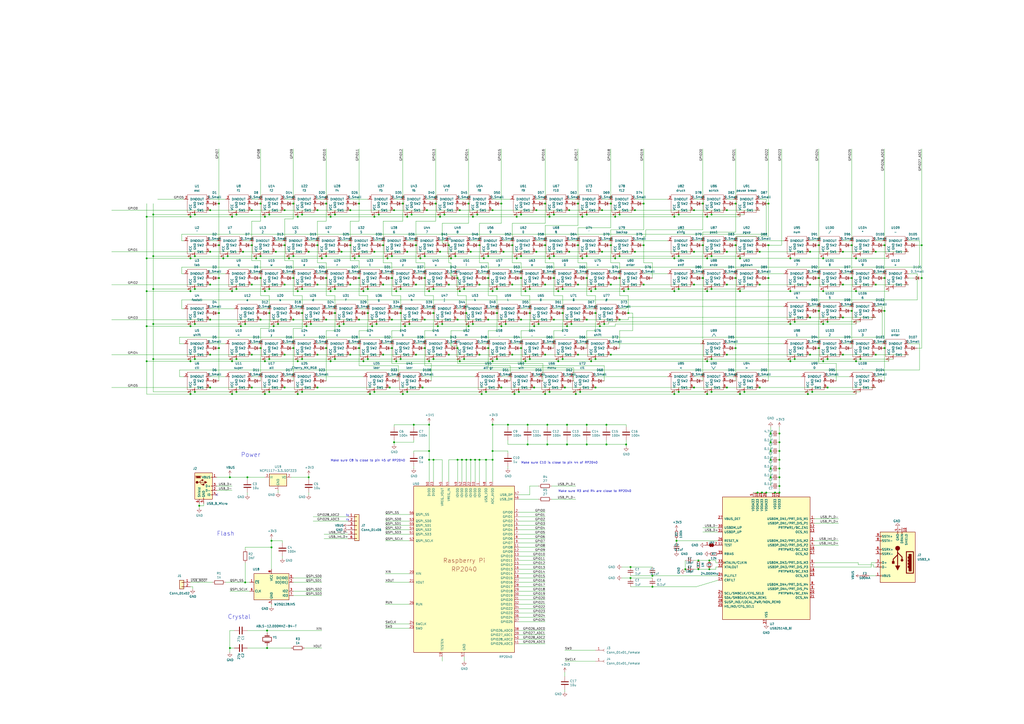
<source format=kicad_sch>
(kicad_sch (version 20211123) (generator eeschema)
  (paper "A2")
  (junction (at 153.67 168.91))
  (junction (at 191.77 209.55))
  (junction (at 281.94 227.33))
  (junction (at 137.16 167.64))
  (junction (at 474.98 142.24))
  (junction (at 269.24 167.64))
  (junction (at 133.35 276.86))
  (junction (at 132.08 148.59))
  (junction (at 361.95 168.91))
  (junction (at 214.63 228.6))
  (junction (at 243.84 149.86))
  (junction (at 337.82 125.73))
  (junction (at 410.21 149.86))
  (junction (at 177.8 189.23))
  (junction (at 203.2 121.92))
  (junction (at 354.33 118.11))
  (junction (at 175.26 208.28))
  (junction (at 113.03 148.59))
  (junction (at 88.9 208.28))
  (junction (at 203.2 205.74))
  (junction (at 110.49 168.91))
  (junction (at 447.04 256.54))
  (junction (at 278.13 142.24))
  (junction (at 228.6 256.54))
  (junction (at 290.83 118.11))
  (junction (at 194.31 208.28))
  (junction (at 299.72 125.73))
  (junction (at 407.67 142.24))
  (junction (at 233.68 228.6))
  (junction (at 350.52 187.96))
  (junction (at 458.47 209.55))
  (junction (at 234.95 189.23))
  (junction (at 170.18 161.29))
  (junction (at 88.9 124.46))
  (junction (at 285.75 209.55))
  (junction (at 175.26 124.46))
  (junction (at 299.72 149.86))
  (junction (at 306.07 246.38))
  (junction (at 236.22 227.33))
  (junction (at 393.7 227.33))
  (junction (at 281.94 266.7))
  (junction (at 134.62 209.55))
  (junction (at 499.11 208.28))
  (junction (at 458.47 149.86))
  (junction (at 218.44 187.96))
  (junction (at 137.16 124.46))
  (junction (at 405.13 325.12))
  (junction (at 121.92 185.42))
  (junction (at 340.36 161.29))
  (junction (at 219.71 124.46))
  (junction (at 421.64 146.05))
  (junction (at 226.06 224.79))
  (junction (at 142.24 337.82))
  (junction (at 85.09 149.86))
  (junction (at 267.97 266.7))
  (junction (at 297.18 205.74))
  (junction (at 477.52 209.55))
  (junction (at 513.08 201.93))
  (junction (at 351.79 246.38))
  (junction (at 271.78 189.23))
  (junction (at 312.42 187.96))
  (junction (at 217.17 227.33))
  (junction (at 421.64 121.92))
  (junction (at 302.26 161.29))
  (junction (at 452.12 266.7))
  (junction (at 335.28 165.1))
  (junction (at 175.26 181.61))
  (junction (at 278.13 205.74))
  (junction (at 227.33 201.93))
  (junction (at 227.33 185.42))
  (junction (at 156.21 181.61))
  (junction (at 156.21 227.33))
  (junction (at 351.79 257.81))
  (junction (at 365.76 335.28))
  (junction (at 248.92 246.38))
  (junction (at 326.39 208.28))
  (junction (at 161.29 187.96))
  (junction (at 452.12 281.94))
  (junction (at 261.62 149.86))
  (junction (at 273.05 266.7))
  (junction (at 165.1 224.79))
  (junction (at 412.75 208.28))
  (junction (at 391.16 168.91))
  (junction (at 172.72 168.91))
  (junction (at 290.83 224.79))
  (junction (at 288.29 181.61))
  (junction (at 146.05 142.24))
  (junction (at 113.03 208.28))
  (junction (at 410.21 125.73))
  (junction (at 151.13 185.42))
  (junction (at 359.41 148.59))
  (junction (at 213.36 181.61))
  (junction (at 391.16 125.73))
  (junction (at 227.33 161.29))
  (junction (at 373.38 165.1))
  (junction (at 156.21 167.64))
  (junction (at 302.26 201.93))
  (junction (at 477.52 168.91))
  (junction (at 115.57 293.37))
  (junction (at 179.07 276.86))
  (junction (at 283.21 161.29))
  (junction (at 440.69 146.05))
  (junction (at 175.26 227.33))
  (junction (at 449.58 285.75))
  (junction (at 151.13 118.11))
  (junction (at 444.5 285.75))
  (junction (at 429.26 149.86))
  (junction (at 241.3 142.24))
  (junction (at 205.74 149.86))
  (junction (at 196.85 189.23))
  (junction (at 265.43 161.29))
  (junction (at 474.98 201.93))
  (junction (at 266.7 168.91))
  (junction (at 359.41 124.46))
  (junction (at 421.64 205.74))
  (junction (at 342.9 209.55))
  (junction (at 288.29 208.28))
  (junction (at 191.77 168.91))
  (junction (at 248.92 209.55))
  (junction (at 222.25 142.24))
  (junction (at 251.46 266.7))
  (junction (at 356.87 125.73))
  (junction (at 311.15 121.92))
  (junction (at 246.38 161.29))
  (junction (at 480.06 186.69))
  (junction (at 189.23 185.42))
  (junction (at 393.7 167.64))
  (junction (at 307.34 167.64))
  (junction (at 513.08 161.29))
  (junction (at 154.94 365.76))
  (junction (at 285.75 168.91))
  (junction (at 373.38 118.11))
  (junction (at 229.87 209.55))
  (junction (at 158.75 189.23))
  (junction (at 469.9 165.1))
  (junction (at 127 201.93))
  (junction (at 127 181.61))
  (junction (at 334.01 228.6))
  (junction (at 180.34 187.96))
  (junction (at 142.24 187.96))
  (junction (at 154.94 375.92))
  (junction (at 477.52 187.96))
  (junction (at 345.44 224.79))
  (junction (at 172.72 209.55))
  (junction (at 153.67 228.6))
  (junction (at 203.2 165.1))
  (junction (at 133.35 375.92))
  (junction (at 283.21 201.93))
  (junction (at 85.09 125.73))
  (junction (at 194.31 181.61))
  (junction (at 318.77 227.33))
  (junction (at 340.36 124.46))
  (junction (at 251.46 167.64))
  (junction (at 247.65 121.92))
  (junction (at 157.48 313.69))
  (junction (at 359.41 185.42))
  (junction (at 127 161.29))
  (junction (at 279.4 228.6))
  (junction (at 189.23 161.29))
  (junction (at 321.31 161.29))
  (junction (at 309.88 189.23))
  (junction (at 447.04 261.62))
  (junction (at 194.31 167.64))
  (junction (at 508 165.1))
  (junction (at 402.59 146.05))
  (junction (at 165.1 205.74))
  (junction (at 271.78 118.11))
  (junction (at 452.12 261.62))
  (junction (at 452.12 271.78))
  (junction (at 447.04 276.86))
  (junction (at 170.18 201.93))
  (junction (at 208.28 201.93))
  (junction (at 407.67 161.29))
  (junction (at 121.92 165.1))
  (junction (at 411.48 325.12))
  (junction (at 283.21 185.42))
  (junction (at 345.44 208.28))
  (junction (at 127 118.11))
  (junction (at 365.76 328.93))
  (junction (at 245.11 224.79))
  (junction (at 354.33 205.74))
  (junction (at 321.31 148.59))
  (junction (at 121.92 121.92))
  (junction (at 137.16 208.28))
  (junction (at 316.23 228.6))
  (junction (at 208.28 148.59))
  (junction (at 364.49 167.64))
  (junction (at 227.33 148.59))
  (junction (at 146.05 121.92))
  (junction (at 170.18 148.59))
  (junction (at 248.92 168.91))
  (junction (at 426.72 201.93))
  (junction (at 288.29 167.64))
  (junction (at 318.77 149.86))
  (junction (at 468.63 228.6))
  (junction (at 337.82 149.86))
  (junction (at 421.64 224.79))
  (junction (at 266.7 209.55))
  (junction (at 290.83 189.23))
  (junction (at 134.62 168.91))
  (junction (at 210.82 209.55))
  (junction (at 316.23 118.11))
  (junction (at 304.8 168.91))
  (junction (at 88.9 187.96))
  (junction (at 88.9 148.59))
  (junction (at 157.48 317.5))
  (junction (at 439.42 285.75))
  (junction (at 88.9 167.64))
  (junction (at 513.08 180.34))
  (junction (at 270.51 181.61))
  (junction (at 328.93 257.81))
  (junction (at 405.13 330.2))
  (junction (at 285.75 121.92))
  (junction (at 172.72 125.73))
  (junction (at 280.67 149.86))
  (junction (at 198.12 146.05))
  (junction (at 316.23 165.1))
  (junction (at 349.25 121.92))
  (junction (at 356.87 149.86))
  (junction (at 113.03 124.46))
  (junction (at 410.21 168.91))
  (junction (at 285.75 266.7))
  (junction (at 402.59 165.1))
  (junction (at 273.05 146.05))
  (junction (at 326.39 181.61))
  (junction (at 494.03 161.29))
  (junction (at 85.09 168.91))
  (junction (at 321.31 124.46))
  (junction (at 354.33 142.24))
  (junction (at 165.1 165.1))
  (junction (at 508 205.74))
  (junction (at 391.16 228.6))
  (junction (at 156.21 124.46))
  (junction (at 474.98 161.29))
  (junction (at 368.3 146.05))
  (junction (at 452.12 256.54))
  (junction (at 248.92 266.7))
  (junction (at 260.35 205.74))
  (junction (at 302.26 185.42))
  (junction (at 458.47 168.91))
  (junction (at 494.03 142.24))
  (junction (at 165.1 121.92))
  (junction (at 447.04 266.7))
  (junction (at 208.28 161.29))
  (junction (at 340.36 246.38))
  (junction (at 421.64 165.1))
  (junction (at 276.86 124.46))
  (junction (at 345.44 167.64))
  (junction (at 393.7 148.59))
  (junction (at 113.03 167.64))
  (junction (at 508 146.05))
  (junction (at 208.28 118.11))
  (junction (at 496.57 209.55))
  (junction (at 316.23 205.74))
  (junction (at 293.37 187.96))
  (junction (at 184.15 205.74))
  (junction (at 175.26 167.64))
  (junction (at 317.5 246.38))
  (junction (at 139.7 189.23))
  (junction (at 294.64 246.38))
  (junction (at 488.95 205.74))
  (junction (at 254 189.23))
  (junction (at 251.46 181.61))
  (junction (at 494.03 180.34))
  (junction (at 426.72 161.29))
  (junction (at 292.1 146.05))
  (junction (at 278.13 266.7))
  (junction (at 270.51 266.7))
  (junction (at 217.17 146.05))
  (junction (at 410.21 228.6))
  (junction (at 179.07 146.05))
  (junction (at 393.7 124.46))
  (junction (at 238.76 124.46))
  (junction (at 461.01 186.69))
  (junction (at 217.17 125.73))
  (junction (at 146.05 165.1))
  (junction (at 151.13 201.93))
  (junction (at 246.38 148.59))
  (junction (at 236.22 125.73))
  (junction (at 285.75 246.38))
  (junction (at 143.51 276.86))
  (junction (at 368.3 121.92))
  (junction (at 189.23 201.93))
  (junction (at 274.32 125.73))
  (junction (at 110.49 228.6))
  (junction (at 534.67 161.29))
  (junction (at 246.38 201.93))
  (junction (at 317.5 257.81))
  (junction (at 323.85 209.55))
  (junction (at 407.67 118.11))
  (junction (at 335.28 205.74))
  (junction (at 110.49 209.55))
  (junction (at 452.12 276.86))
  (junction (at 327.66 224.79))
  (junction (at 328.93 246.38))
  (junction (at 110.49 125.73))
  (junction (at 151.13 148.59))
  (junction (at 431.8 227.33))
  (junction (at 323.85 168.91))
  (junction (at 140.97 146.05))
  (junction (at 153.67 209.55))
  (junction (at 410.21 209.55))
  (junction (at 232.41 167.64))
  (junction (at 85.09 209.55))
  (junction (at 283.21 148.59))
  (junction (at 184.15 121.92))
  (junction (at 252.73 118.11))
  (junction (at 445.77 118.11))
  (junction (at 184.15 165.1))
  (junction (at 373.38 142.24))
  (junction (at 151.13 161.29))
  (junction (at 134.62 228.6))
  (junction (at 496.57 168.91))
  (junction (at 330.2 121.92))
  (junction (at 302.26 148.59))
  (junction (at 241.3 205.74))
  (junction (at 477.52 149.86))
  (junction (at 210.82 168.91))
  (junction (at 222.25 165.1))
  (junction (at 441.96 285.75))
  (junction (at 411.48 330.2))
  (junction (at 340.36 148.59))
  (junction (at 121.92 224.79))
  (junction (at 127 142.24))
  (junction (at 440.69 224.79))
  (junction (at 302.26 124.46))
  (junction (at 241.3 165.1))
  (junction (at 378.46 334.01))
  (junction (at 148.59 149.86))
  (junction (at 354.33 165.1))
  (junction (at 186.69 149.86))
  (junction (at 474.98 180.34))
  (junction (at 513.08 142.24))
  (junction (at 236.22 146.05))
  (junction (at 184.15 142.24))
  (junction (at 199.39 187.96))
  (junction (at 240.03 246.38))
  (junction (at 160.02 146.05))
  (junction (at 215.9 189.23))
  (junction (at 316.23 142.24))
  (junction (at 297.18 142.24))
  (junction (at 391.16 149.86))
  (junction (at 121.92 146.05))
  (junction (at 300.99 227.33))
  (junction (at 309.88 224.79))
  (junction (at 246.38 185.42))
  (junction (at 251.46 208.28))
  (junction (at 274.32 187.96))
  (junction (at 255.27 146.05))
  (junction (at 426.72 118.11))
  (junction (at 170.18 185.42))
  (junction (at 307.34 181.61))
  (junction (at 318.77 125.73))
  (junction (at 335.28 142.24))
  (junction (at 326.39 167.64))
  (junction (at 469.9 205.74))
  (junction (at 471.17 227.33))
  (junction (at 110.49 189.23))
  (junction (at 469.9 184.15))
  (junction (at 440.69 165.1))
  (junction (at 189.23 118.11))
  (junction (at 224.79 149.86))
  (junction (at 129.54 149.86))
  (junction (at 469.9 146.05))
  (junction (at 113.03 227.33))
  (junction (at 172.72 228.6))
  (junction (at 266.7 121.92))
  (junction (at 496.57 149.86))
  (junction (at 184.15 224.79))
  (junction (at 165.1 142.24))
  (junction (at 447.04 271.78))
  (junction (at 480.06 208.28))
  (junction (at 429.26 228.6))
  (junction (at 213.36 167.64))
  (junction (at 412.75 124.46))
  (junction (at 134.62 125.73))
  (junction (at 146.05 224.79))
  (junction (at 256.54 187.96))
  (junction (at 340.36 257.81))
  (junction (at 208.28 185.42))
  (junction (at 189.23 148.59))
  (junction (at 307.34 208.28))
  (junction (at 278.13 165.1))
  (junction (at 461.01 208.28))
  (junction (at 260.35 165.1))
  (junction (at 335.28 118.11))
  (junction (at 237.49 187.96))
  (junction (at 257.81 124.46))
  (junction (at 488.95 184.15))
  (junction (at 232.41 181.61))
  (junction (at 412.75 148.59))
  (junction (at 194.31 124.46))
  (junction (at 445.77 161.29))
  (junction (at 146.05 205.74))
  (junction (at 458.47 187.96))
  (junction (at 110.49 149.86))
  (junction (at 233.68 118.11))
  (junction (at 213.36 208.28))
  (junction (at 248.92 261.62))
  (junction (at 264.16 148.59))
  (junction (at 137.16 227.33))
  (junction (at 331.47 187.96))
  (junction (at 447.04 251.46))
  (junction (at 445.77 142.24))
  (junction (at 402.59 121.92))
  (junction (at 349.25 146.05))
  (junction (at 347.98 189.23))
  (junction (at 345.44 181.61))
  (junction (at 488.95 165.1))
  (junction (at 534.67 142.24))
  (junction (at 297.18 165.1))
  (junction (at 363.22 257.81))
  (junction (at 285.75 261.62))
  (junction (at 342.9 168.91))
  (junction (at 228.6 121.92))
  (junction (at 364.49 181.61))
  (junction (at 429.26 168.91))
  (junction (at 232.41 208.28))
  (junction (at 170.18 118.11))
  (junction (at 378.46 340.36))
  (junction (at 340.36 185.42))
  (junction (at 321.31 185.42))
  (junction (at 306.07 257.81))
  (junction (at 480.06 224.79))
  (junction (at 392.43 313.69))
  (junction (at 298.45 228.6))
  (junction (at 255.27 125.73))
  (junction (at 275.59 266.7))
  (junction (at 412.75 227.33))
  (junction (at 121.92 205.74))
  (junction (at 304.8 209.55))
  (junction (at 260.35 142.24))
  (junction (at 402.59 224.79))
  (junction (at 336.55 227.33))
  (junction (at 265.43 201.93))
  (junction (at 359.41 161.29))
  (junction (at 330.2 146.05))
  (junction (at 153.67 125.73))
  (junction (at 113.03 187.96))
  (junction (at 488.95 146.05))
  (junction (at 85.09 189.23))
  (junction (at 412.75 167.64))
  (junction (at 269.24 208.28))
  (junction (at 265.43 185.42))
  (junction (at 426.72 142.24))
  (junction (at 311.15 146.05))
  (junction (at 167.64 149.86))
  (junction (at 452.12 251.46))
  (junction (at 191.77 125.73))
  (junction (at 397.51 330.2))
  (junction (at 203.2 142.24))
  (junction (at 222.25 205.74))
  (junction (at 328.93 189.23))
  (junction (at 229.87 168.91))
  (junction (at 156.21 208.28))
  (junction (at 452.12 285.75))
  (junction (at 265.43 266.7))
  (no_connect (at 125.73 287.02))
  (wire (pts (xy 402.59 139.7) (xy 406.4 139.7)))
  (wire (pts (xy 113.03 227.33) (xy 88.9 227.33)))
  (wire (pts (xy 224.79 149.86) (xy 243.84 149.86)))
  (wire (pts (xy 373.38 152.4) (xy 373.38 142.24)))
  (wire (pts (xy 300.99 289.56) (xy 312.42 289.56)))
  (wire (pts (xy 327.66 383.54) (xy 345.44 383.54)))
  (wire (pts (xy 222.25 205.74) (xy 241.3 205.74)))
  (wire (pts (xy 227.33 210.82) (xy 227.33 201.93)))
  (wire (pts (xy 373.38 165.1) (xy 402.59 165.1)))
  (wire (pts (xy 146.05 121.92) (xy 165.1 121.92)))
  (wire (pts (xy 85.09 125.73) (xy 85.09 149.86)))
  (wire (pts (xy 506.73 328.93) (xy 506.73 327.66)))
  (wire (pts (xy 121.92 205.74) (xy 146.05 205.74)))
  (wire (pts (xy 407.67 142.24) (xy 407.67 134.62)))
  (wire (pts (xy 340.36 179.07) (xy 344.17 179.07)))
  (wire (pts (xy 227.33 161.29) (xy 227.33 152.4)))
  (wire (pts (xy 307.34 281.94) (xy 312.42 281.94)))
  (wire (pts (xy 223.52 307.34) (xy 237.49 307.34)))
  (wire (pts (xy 281.94 266.7) (xy 285.75 266.7)))
  (wire (pts (xy 327.66 377.19) (xy 345.44 377.19)))
  (wire (pts (xy 236.22 139.7) (xy 240.03 139.7)))
  (wire (pts (xy 309.88 224.79) (xy 327.66 224.79)))
  (wire (pts (xy 170.18 185.42) (xy 189.23 185.42)))
  (wire (pts (xy 189.23 161.29) (xy 189.23 152.4)))
  (wire (pts (xy 300.99 345.44) (xy 316.23 345.44)))
  (wire (pts (xy 393.7 227.33) (xy 336.55 227.33)))
  (wire (pts (xy 326.39 191.77) (xy 326.39 181.61)))
  (wire (pts (xy 203.2 115.57) (xy 213.36 115.57)))
  (wire (pts (xy 261.62 160.02) (xy 261.62 152.4)))
  (wire (pts (xy 229.87 168.91) (xy 248.92 168.91)))
  (wire (pts (xy 275.59 266.7) (xy 278.13 266.7)))
  (wire (pts (xy 265.43 171.45) (xy 270.51 171.45)))
  (wire (pts (xy 241.3 165.1) (xy 260.35 165.1)))
  (wire (pts (xy 265.43 266.7) (xy 267.97 266.7)))
  (wire (pts (xy 240.03 262.89) (xy 240.03 261.62)))
  (wire (pts (xy 157.48 312.42) (xy 157.48 313.69)))
  (wire (pts (xy 246.38 152.4) (xy 241.3 152.4)))
  (wire (pts (xy 354.33 133.35) (xy 373.38 133.35)))
  (wire (pts (xy 297.18 142.24) (xy 297.18 129.54)))
  (wire (pts (xy 237.49 350.52) (xy 223.52 350.52)))
  (wire (pts (xy 269.24 167.64) (xy 251.46 167.64)))
  (wire (pts (xy 529.59 161.29) (xy 527.05 161.29)))
  (wire (pts (xy 533.4 199.39) (xy 533.4 214.63)))
  (wire (pts (xy 265.43 279.4) (xy 265.43 266.7)))
  (wire (pts (xy 151.13 220.98) (xy 151.13 201.93)))
  (wire (pts (xy 229.87 209.55) (xy 248.92 209.55)))
  (wire (pts (xy 320.04 289.56) (xy 334.01 289.56)))
  (wire (pts (xy 508 199.39) (xy 511.81 199.39)))
  (wire (pts (xy 294.64 255.27) (xy 294.64 257.81)))
  (wire (pts (xy 340.36 148.59) (xy 321.31 148.59)))
  (wire (pts (xy 345.44 191.77) (xy 345.44 181.61)))
  (wire (pts (xy 359.41 161.29) (xy 359.41 152.4)))
  (wire (pts (xy 480.06 224.79) (xy 508 224.79)))
  (wire (pts (xy 407.67 118.11) (xy 407.67 133.35)))
  (wire (pts (xy 318.77 125.73) (xy 337.82 125.73)))
  (wire (pts (xy 361.95 168.91) (xy 391.16 168.91)))
  (wire (pts (xy 105.41 139.7) (xy 106.68 139.7)))
  (wire (pts (xy 251.46 191.77) (xy 251.46 181.61)))
  (wire (pts (xy 151.13 179.07) (xy 154.94 179.07)))
  (wire (pts (xy 165.1 158.75) (xy 168.91 158.75)))
  (wire (pts (xy 449.58 285.75) (xy 452.12 285.75)))
  (wire (pts (xy 217.17 146.05) (xy 236.22 146.05)))
  (wire (pts (xy 175.26 208.28) (xy 156.21 208.28)))
  (wire (pts (xy 402.59 165.1) (xy 421.64 165.1)))
  (wire (pts (xy 237.49 187.96) (xy 218.44 187.96)))
  (wire (pts (xy 170.18 118.11) (xy 170.18 127)))
  (wire (pts (xy 421.64 139.7) (xy 425.45 139.7)))
  (wire (pts (xy 513.08 180.34) (xy 513.08 201.93)))
  (wire (pts (xy 203.2 142.24) (xy 203.2 128.27)))
  (wire (pts (xy 316.23 152.4) (xy 316.23 142.24)))
  (wire (pts (xy 440.69 158.75) (xy 454.66 158.75)))
  (wire (pts (xy 480.06 218.44) (xy 492.76 218.44)))
  (wire (pts (xy 170.18 335.28) (xy 186.69 335.28)))
  (wire (pts (xy 257.81 124.46) (xy 238.76 124.46)))
  (wire (pts (xy 146.05 218.44) (xy 149.86 218.44)))
  (wire (pts (xy 363.22 255.27) (xy 363.22 257.81)))
  (wire (pts (xy 151.13 190.5) (xy 156.21 190.5)))
  (wire (pts (xy 205.74 149.86) (xy 224.79 149.86)))
  (wire (pts (xy 232.41 208.28) (xy 213.36 208.28)))
  (wire (pts (xy 439.42 285.75) (xy 441.96 285.75)))
  (wire (pts (xy 283.21 213.36) (xy 283.21 201.93)))
  (wire (pts (xy 458.47 149.86) (xy 477.52 149.86)))
  (wire (pts (xy 110.49 189.23) (xy 139.7 189.23)))
  (wire (pts (xy 415.29 325.12) (xy 415.29 326.39)))
  (wire (pts (xy 300.99 373.38) (xy 316.23 373.38)))
  (wire (pts (xy 321.31 201.93) (xy 321.31 191.77)))
  (wire (pts (xy 300.99 368.3) (xy 316.23 368.3)))
  (wire (pts (xy 323.85 168.91) (xy 342.9 168.91)))
  (wire (pts (xy 300.99 287.02) (xy 307.34 287.02)))
  (wire (pts (xy 143.51 365.76) (xy 154.94 365.76)))
  (wire (pts (xy 412.75 124.46) (xy 393.7 124.46)))
  (wire (pts (xy 474.98 86.36) (xy 474.98 142.24)))
  (wire (pts (xy 367.03 191.77) (xy 367.03 181.61)))
  (wire (pts (xy 137.16 227.33) (xy 113.03 227.33)))
  (wire (pts (xy 142.24 326.39) (xy 142.24 337.82)))
  (wire (pts (xy 189.23 220.98) (xy 189.23 201.93)))
  (wire (pts (xy 248.92 261.62) (xy 248.92 266.7)))
  (wire (pts (xy 452.12 251.46) (xy 452.12 256.54)))
  (wire (pts (xy 317.5 246.38) (xy 328.93 246.38)))
  (wire (pts (xy 281.94 227.33) (xy 236.22 227.33)))
  (wire (pts (xy 283.21 148.59) (xy 264.16 148.59)))
  (wire (pts (xy 350.52 212.09) (xy 350.52 220.98)))
  (wire (pts (xy 452.12 276.86) (xy 452.12 281.94)))
  (wire (pts (xy 354.33 142.24) (xy 354.33 133.35)))
  (wire (pts (xy 345.44 167.64) (xy 326.39 167.64)))
  (wire (pts (xy 391.16 149.86) (xy 410.21 149.86)))
  (wire (pts (xy 250.19 210.82) (xy 250.19 220.98)))
  (wire (pts (xy 236.22 227.33) (xy 217.17 227.33)))
  (wire (pts (xy 345.44 218.44) (xy 387.35 218.44)))
  (wire (pts (xy 113.03 148.59) (xy 88.9 148.59)))
  (wire (pts (xy 440.69 146.05) (xy 469.9 146.05)))
  (wire (pts (xy 393.7 148.59) (xy 359.41 148.59)))
  (wire (pts (xy 265.43 185.42) (xy 283.21 185.42)))
  (wire (pts (xy 365.76 328.93) (xy 378.46 328.93)))
  (wire (pts (xy 156.21 190.5) (xy 156.21 181.61)))
  (wire (pts (xy 294.64 246.38) (xy 306.07 246.38)))
  (wire (pts (xy 340.36 247.65) (xy 340.36 246.38)))
  (wire (pts (xy 127 86.36) (xy 127 118.11)))
  (wire (pts (xy 488.95 205.74) (xy 508 205.74)))
  (wire (pts (xy 416.56 313.69) (xy 392.43 313.69)))
  (wire (pts (xy 248.92 168.91) (xy 266.7 168.91)))
  (wire (pts (xy 113.03 187.96) (xy 88.9 187.96)))
  (wire (pts (xy 378.46 340.36) (xy 403.86 340.36)))
  (wire (pts (xy 245.11 218.44) (xy 275.59 218.44)))
  (wire (pts (xy 241.3 158.75) (xy 245.11 158.75)))
  (wire (pts (xy 300.99 342.9) (xy 316.23 342.9)))
  (wire (pts (xy 125.73 284.48) (xy 134.62 284.48)))
  (wire (pts (xy 283.21 191.77) (xy 288.29 191.77)))
  (wire (pts (xy 472.44 313.69) (xy 486.41 313.69)))
  (wire (pts (xy 391.16 168.91) (xy 410.21 168.91)))
  (wire (pts (xy 359.41 152.4) (xy 354.33 152.4)))
  (wire (pts (xy 285.75 245.11) (xy 285.75 246.38)))
  (wire (pts (xy 278.13 158.75) (xy 281.94 158.75)))
  (wire (pts (xy 227.33 191.77) (xy 232.41 191.77)))
  (wire (pts (xy 505.46 328.93) (xy 505.46 326.39)))
  (wire (pts (xy 469.9 199.39) (xy 473.71 199.39)))
  (wire (pts (xy 426.72 86.36) (xy 426.72 118.11)))
  (wire (pts (xy 189.23 152.4) (xy 184.15 152.4)))
  (wire (pts (xy 208.28 212.09) (xy 208.28 201.93)))
  (wire (pts (xy 468.63 228.6) (xy 496.57 228.6)))
  (wire (pts (xy 85.09 168.91) (xy 85.09 189.23)))
  (wire (pts (xy 153.67 228.6) (xy 172.72 228.6)))
  (wire (pts (xy 453.39 86.36) (xy 453.39 142.24)))
  (wire (pts (xy 354.33 158.75) (xy 358.14 158.75)))
  (wire (pts (xy 140.97 146.05) (xy 160.02 146.05)))
  (wire (pts (xy 285.75 246.38) (xy 285.75 261.62)))
  (wire (pts (xy 391.16 228.6) (xy 410.21 228.6)))
  (wire (pts (xy 260.35 266.7) (xy 265.43 266.7)))
  (wire (pts (xy 260.35 199.39) (xy 262.89 199.39)))
  (wire (pts (xy 285.75 261.62) (xy 285.75 266.7)))
  (wire (pts (xy 317.5 255.27) (xy 317.5 257.81)))
  (wire (pts (xy 189.23 171.45) (xy 189.23 161.29)))
  (wire (pts (xy 472.44 303.53) (xy 486.41 303.53)))
  (wire (pts (xy 142.24 317.5) (xy 157.48 317.5)))
  (wire (pts (xy 186.69 149.86) (xy 205.74 149.86)))
  (wire (pts (xy 146.05 128.27) (xy 146.05 142.24)))
  (wire (pts (xy 508 205.74) (xy 527.05 205.74)))
  (wire (pts (xy 274.32 125.73) (xy 299.72 125.73)))
  (wire (pts (xy 363.22 257.81) (xy 363.22 259.08)))
  (wire (pts (xy 302.26 124.46) (xy 276.86 124.46)))
  (wire (pts (xy 416.56 336.55) (xy 403.86 340.36)))
  (wire (pts (xy 391.16 125.73) (xy 410.21 125.73)))
  (wire (pts (xy 273.05 146.05) (xy 292.1 146.05)))
  (wire (pts (xy 85.09 189.23) (xy 85.09 209.55)))
  (wire (pts (xy 354.33 86.36) (xy 354.33 118.11)))
  (wire (pts (xy 285.75 121.92) (xy 311.15 121.92)))
  (wire (pts (xy 241.3 199.39) (xy 245.11 199.39)))
  (wire (pts (xy 85.09 168.91) (xy 110.49 168.91)))
  (wire (pts (xy 412.75 167.64) (xy 393.7 167.64)))
  (wire (pts (xy 104.14 195.58) (xy 104.14 199.39)))
  (wire (pts (xy 170.18 86.36) (xy 170.18 118.11)))
  (wire (pts (xy 421.64 205.74) (xy 469.9 205.74)))
  (wire (pts (xy 508 146.05) (xy 527.05 146.05)))
  (wire (pts (xy 485.14 220.98) (xy 485.14 210.82)))
  (wire (pts (xy 227.33 201.93) (xy 227.33 191.77)))
  (wire (pts (xy 110.49 149.86) (xy 129.54 149.86)))
  (wire (pts (xy 110.49 125.73) (xy 85.09 125.73)))
  (wire (pts (xy 445.77 86.36) (xy 445.77 118.11)))
  (wire (pts (xy 300.99 309.88) (xy 316.23 309.88)))
  (wire (pts (xy 165.1 127) (xy 170.18 127)))
  (wire (pts (xy 218.44 187.96) (xy 199.39 187.96)))
  (wire (pts (xy 283.21 161.29) (xy 283.21 152.4)))
  (wire (pts (xy 532.13 158.75) (xy 532.13 173.99)))
  (wire (pts (xy 156.21 181.61) (xy 156.21 171.45)))
  (wire (pts (xy 363.22 177.8) (xy 363.22 179.07)))
  (wire (pts (xy 121.92 218.44) (xy 130.81 218.44)))
  (wire (pts (xy 223.52 332.74) (xy 237.49 332.74)))
  (wire (pts (xy 488.95 199.39) (xy 492.76 199.39)))
  (wire (pts (xy 210.82 209.55) (xy 229.87 209.55)))
  (wire (pts (xy 426.72 137.16) (xy 445.77 137.16)))
  (wire (pts (xy 300.99 347.98) (xy 316.23 347.98)))
  (wire (pts (xy 187.96 312.42) (xy 201.93 312.42)))
  (wire (pts (xy 297.18 152.4) (xy 297.18 142.24)))
  (wire (pts (xy 194.31 208.28) (xy 175.26 208.28)))
  (wire (pts (xy 335.28 118.11) (xy 335.28 130.81)))
  (wire (pts (xy 300.99 307.34) (xy 316.23 307.34)))
  (wire (pts (xy 316.23 199.39) (xy 320.04 199.39)))
  (wire (pts (xy 307.34 181.61) (xy 307.34 171.45)))
  (wire (pts (xy 505.46 326.39) (xy 508 326.39)))
  (wire (pts (xy 226.06 218.44) (xy 229.87 218.44)))
  (wire (pts (xy 497.84 327.66) (xy 497.84 326.39)))
  (wire (pts (xy 311.15 139.7) (xy 314.96 139.7)))
  (wire (pts (xy 265.43 200.66) (xy 261.62 200.66)))
  (wire (pts (xy 179.07 276.86) (xy 179.07 275.59)))
  (wire (pts (xy 189.23 201.93) (xy 189.23 191.77)))
  (wire (pts (xy 302.26 161.29) (xy 302.26 152.4)))
  (wire (pts (xy 170.18 161.29) (xy 170.18 151.13)))
  (wire (pts (xy 217.17 139.7) (xy 220.98 139.7)))
  (wire (pts (xy 533.4 139.7) (xy 533.4 154.94)))
  (wire (pts (xy 213.36 181.61) (xy 213.36 171.45)))
  (wire (pts (xy 176.53 375.92) (xy 186.69 375.92)))
  (wire (pts (xy 64.77 205.74) (xy 121.92 205.74)))
  (wire (pts (xy 393.7 167.64) (xy 364.49 167.64)))
  (wire (pts (xy 488.95 177.8) (xy 492.76 177.8)))
  (wire (pts (xy 447.04 247.65) (xy 447.04 251.46)))
  (wire (pts (xy 335.28 132.08) (xy 354.33 132.08)))
  (wire (pts (xy 194.31 191.77) (xy 194.31 181.61)))
  (wire (pts (xy 157.48 317.5) (xy 157.48 330.2)))
  (wire (pts (xy 217.17 125.73) (xy 236.22 125.73)))
  (wire (pts (xy 316.23 142.24) (xy 316.23 130.81)))
  (wire (pts (xy 411.48 330.2) (xy 415.29 330.2)))
  (wire (pts (xy 345.44 171.45) (xy 340.36 171.45)))
  (wire (pts (xy 125.73 276.86) (xy 133.35 276.86)))
  (wire (pts (xy 368.3 139.7) (xy 387.35 139.7)))
  (wire (pts (xy 330.2 139.7) (xy 334.01 139.7)))
  (wire (pts (xy 85.09 209.55) (xy 110.49 209.55)))
  (wire (pts (xy 290.83 189.23) (xy 309.88 189.23)))
  (wire (pts (xy 227.33 148.59) (xy 208.28 148.59)))
  (wire (pts (xy 488.95 146.05) (xy 508 146.05)))
  (wire (pts (xy 170.18 201.93) (xy 170.18 190.5)))
  (wire (pts (xy 278.13 266.7) (xy 281.94 266.7)))
  (wire (pts (xy 240.03 261.62) (xy 248.92 261.62)))
  (wire (pts (xy 368.3 146.05) (xy 402.59 146.05)))
  (wire (pts (xy 261.62 191.77) (xy 270.51 191.77)))
  (wire (pts (xy 227.33 210.82) (xy 250.19 210.82)))
  (wire (pts (xy 302.26 212.09) (xy 302.26 201.93)))
  (wire (pts (xy 471.17 227.33) (xy 499.11 227.33)))
  (wire (pts (xy 314.96 220.98) (xy 314.96 210.82)))
  (wire (pts (xy 300.99 302.26) (xy 316.23 302.26)))
  (wire (pts (xy 326.39 181.61) (xy 326.39 171.45)))
  (wire (pts (xy 533.4 154.94) (xy 105.41 154.94)))
  (wire (pts (xy 307.34 191.77) (xy 307.34 181.61)))
  (wire (pts (xy 110.49 168.91) (xy 134.62 168.91)))
  (wire (pts (xy 203.2 158.75) (xy 207.01 158.75)))
  (wire (pts (xy 337.82 125.73) (xy 356.87 125.73)))
  (wire (pts (xy 105.41 179.07) (xy 106.68 179.07)))
  (wire (pts (xy 113.03 208.28) (xy 88.9 208.28)))
  (wire (pts (xy 246.38 212.09) (xy 246.38 201.93)))
  (wire (pts (xy 156.21 227.33) (xy 137.16 227.33)))
  (wire (pts (xy 187.96 309.88) (xy 201.93 309.88)))
  (wire (pts (xy 363.22 247.65) (xy 363.22 246.38)))
  (wire (pts (xy 177.8 189.23) (xy 196.85 189.23)))
  (wire (pts (xy 359.41 148.59) (xy 340.36 148.59)))
  (wire (pts (xy 288.29 191.77) (xy 288.29 181.61)))
  (wire (pts (xy 121.92 146.05) (xy 140.97 146.05)))
  (wire (pts (xy 251.46 171.45) (xy 246.38 171.45)))
  (wire (pts (xy 165.1 115.57) (xy 168.91 115.57)))
  (wire (pts (xy 527.05 139.7) (xy 533.4 139.7)))
  (wire (pts (xy 290.83 118.11) (xy 290.83 129.54)))
  (wire (pts (xy 121.92 199.39) (xy 130.81 199.39)))
  (wire (pts (xy 246.38 148.59) (xy 227.33 148.59)))
  (wire (pts (xy 440.69 139.7) (xy 454.66 139.7)))
  (wire (pts (xy 412.75 227.33) (xy 393.7 227.33)))
  (wire (pts (xy 440.69 218.44) (xy 464.82 218.44)))
  (wire (pts (xy 283.21 171.45) (xy 283.21 161.29)))
  (wire (pts (xy 231.14 212.09) (xy 208.28 212.09)))
  (wire (pts (xy 226.06 224.79) (xy 245.11 224.79)))
  (wire (pts (xy 256.54 140.97) (xy 256.54 129.54)))
  (wire (pts (xy 266.7 209.55) (xy 285.75 209.55)))
  (wire (pts (xy 203.2 151.13) (xy 203.2 142.24)))
  (wire (pts (xy 288.29 171.45) (xy 283.21 171.45)))
  (wire (pts (xy 452.12 256.54) (xy 452.12 261.62)))
  (wire (pts (xy 283.21 201.93) (xy 283.21 191.77)))
  (wire (pts (xy 238.76 124.46) (xy 219.71 124.46)))
  (wire (pts (xy 198.12 139.7) (xy 201.93 139.7)))
  (wire (pts (xy 534.67 142.24) (xy 534.67 161.29)))
  (wire (pts (xy 256.54 279.4) (xy 256.54 266.7)))
  (wire (pts (xy 392.43 312.42) (xy 392.43 313.69)))
  (wire (pts (xy 402.59 115.57) (xy 406.4 115.57)))
  (wire (pts (xy 265.43 160.02) (xy 261.62 160.02)))
  (wire (pts (xy 300.99 355.6) (xy 316.23 355.6)))
  (wire (pts (xy 157.48 313.69) (xy 157.48 317.5)))
  (wire (pts (xy 429.26 228.6) (xy 468.63 228.6)))
  (wire (pts (xy 421.64 165.1) (xy 440.69 165.1)))
  (wire (pts (xy 410.21 228.6) (xy 429.26 228.6)))
  (wire (pts (xy 129.54 149.86) (xy 148.59 149.86)))
  (wire (pts (xy 374.65 133.35) (xy 407.67 133.35)))
  (wire (pts (xy 88.9 227.33) (xy 88.9 208.28)))
  (wire (pts (xy 265.43 171.45) (xy 265.43 161.29)))
  (wire (pts (xy 265.43 179.07) (xy 267.97 179.07)))
  (wire (pts (xy 227.33 171.45) (xy 227.33 161.29)))
  (wire (pts (xy 447.04 271.78) (xy 447.04 276.86)))
  (wire (pts (xy 323.85 209.55) (xy 342.9 209.55)))
  (wire (pts (xy 316.23 165.1) (xy 335.28 165.1)))
  (wire (pts (xy 189.23 148.59) (xy 170.18 148.59)))
  (wire (pts (xy 121.92 139.7) (xy 125.73 139.7)))
  (wire (pts (xy 222.25 165.1) (xy 241.3 165.1)))
  (wire (pts (xy 184.15 128.27) (xy 189.23 128.27)))
  (wire (pts (xy 299.72 149.86) (xy 318.77 149.86)))
  (wire (pts (xy 260.35 152.4) (xy 260.35 142.24)))
  (wire (pts (xy 297.18 129.54) (xy 316.23 129.54)))
  (wire (pts (xy 189.23 191.77) (xy 194.31 191.77)))
  (wire (pts (xy 316.23 205.74) (xy 335.28 205.74)))
  (wire (pts (xy 105.41 135.89) (xy 105.41 139.7)))
  (wire (pts (xy 165.1 205.74) (xy 184.15 205.74)))
  (wire (pts (xy 208.28 179.07) (xy 212.09 179.07)))
  (wire (pts (xy 143.51 278.13) (xy 143.51 276.86)))
  (wire (pts (xy 273.05 266.7) (xy 275.59 266.7)))
  (wire (pts (xy 170.18 337.82) (xy 186.69 337.82)))
  (wire (pts (xy 488.95 165.1) (xy 508 165.1)))
  (wire (pts (xy 142.24 337.82) (xy 144.78 337.82)))
  (wire (pts (xy 340.36 246.38) (xy 351.79 246.38)))
  (wire (pts (xy 335.28 205.74) (xy 354.33 205.74)))
  (wire (pts (xy 260.35 279.4) (xy 260.35 266.7)))
  (wire (pts (xy 267.97 266.7) (xy 270.51 266.7)))
  (wire (pts (xy 156.21 208.28) (xy 137.16 208.28)))
  (wire (pts (xy 151.13 201.93) (xy 151.13 190.5)))
  (wire (pts (xy 426.72 142.24) (xy 426.72 161.29)))
  (wire (pts (xy 300.99 297.18) (xy 316.23 297.18)))
  (wire (pts (xy 421.64 121.92) (xy 440.69 121.92)))
  (wire (pts (xy 469.9 146.05) (xy 488.95 146.05)))
  (wire (pts (xy 472.44 328.93) (xy 505.46 328.93)))
  (wire (pts (xy 184.15 205.74) (xy 203.2 205.74)))
  (wire (pts (xy 255.27 139.7) (xy 257.81 139.7)))
  (wire (pts (xy 137.16 124.46) (xy 113.03 124.46)))
  (wire (pts (xy 143.51 375.92) (xy 154.94 375.92)))
  (wire (pts (xy 132.08 148.59) (xy 113.03 148.59)))
  (wire (pts (xy 300.99 365.76) (xy 316.23 365.76)))
  (wire (pts (xy 170.18 151.13) (xy 165.1 151.13)))
  (wire (pts (xy 184.15 199.39) (xy 187.96 199.39)))
  (wire (pts (xy 356.87 187.96) (xy 458.47 187.96)))
  (wire (pts (xy 365.76 334.01) (xy 378.46 334.01)))
  (wire (pts (xy 151.13 171.45) (xy 151.13 161.29)))
  (wire (pts (xy 163.83 314.96) (xy 163.83 313.69)))
  (wire (pts (xy 241.3 205.74) (xy 260.35 205.74)))
  (wire (pts (xy 146.05 151.13) (xy 151.13 151.13)))
  (wire (pts (xy 260.35 205.74) (xy 278.13 205.74)))
  (wire (pts (xy 161.29 187.96) (xy 142.24 187.96)))
  (wire (pts (xy 245.11 224.79) (xy 290.83 224.79)))
  (wire (pts (xy 208.28 191.77) (xy 213.36 191.77)))
  (wire (pts (xy 181.61 302.26) (xy 201.93 302.26)))
  (wire (pts (xy 321.31 191.77) (xy 326.39 191.77)))
  (wire (pts (xy 300.99 317.5) (xy 316.23 317.5)))
  (wire (pts (xy 170.18 342.9) (xy 186.69 342.9)))
  (wire (pts (xy 247.65 115.57) (xy 251.46 115.57)))
  (wire (pts (xy 232.41 181.61) (xy 232.41 171.45)))
  (wire (pts (xy 292.1 146.05) (xy 311.15 146.05)))
  (wire (pts (xy 349.25 139.7) (xy 353.06 139.7)))
  (wire (pts (xy 349.25 146.05) (xy 368.3 146.05)))
  (wire (pts (xy 365.76 340.36) (xy 378.46 340.36)))
  (wire (pts (xy 240.03 256.54) (xy 240.03 255.27)))
  (wire (pts (xy 363.22 177.8) (xy 454.66 177.8)))
  (wire (pts (xy 110.49 125.73) (xy 134.62 125.73)))
  (wire (pts (xy 411.48 325.12) (xy 415.29 325.12)))
  (wire (pts (xy 121.92 224.79) (xy 146.05 224.79)))
  (wire (pts (xy 248.92 246.38) (xy 248.92 261.62)))
  (wire (pts (xy 255.27 125.73) (xy 274.32 125.73)))
  (wire (pts (xy 184.15 152.4) (xy 184.15 142.24)))
  (wire (pts (xy 156.21 124.46) (xy 137.16 124.46)))
  (wire (pts (xy 133.35 275.59) (xy 133.35 276.86)))
  (wire (pts (xy 265.43 201.93) (xy 265.43 200.66)))
  (wire (pts (xy 356.87 125.73) (xy 391.16 125.73)))
  (wire (pts (xy 160.02 139.7) (xy 163.83 139.7)))
  (wire (pts (xy 133.35 276.86) (xy 143.51 276.86)))
  (wire (pts (xy 237.49 313.69) (xy 223.52 313.69)))
  (wire (pts (xy 85.09 189.23) (xy 110.49 189.23)))
  (wire (pts (xy 265.43 210.82) (xy 314.96 210.82)))
  (wire (pts (xy 256.54 129.54) (xy 271.78 129.54)))
  (wire (pts (xy 461.01 186.69) (xy 353.06 186.69)))
  (wire (pts (xy 179.07 278.13) (xy 179.07 276.86)))
  (wire (pts (xy 111.76 340.36) (xy 111.76 341.63)))
  (wire (pts (xy 146.05 199.39) (xy 149.86 199.39)))
  (wire (pts (xy 127 142.24) (xy 127 161.29)))
  (wire (pts (xy 397.51 325.12) (xy 397.51 330.2)))
  (wire (pts (xy 334.01 228.6) (xy 391.16 228.6)))
  (wire (pts (xy 477.52 168.91) (xy 496.57 168.91)))
  (wire (pts (xy 156.21 167.64) (xy 137.16 167.64)))
  (wire (pts (xy 265.43 210.82) (xy 265.43 201.93)))
  (wire (pts (xy 261.62 152.4) (xy 260.35 152.4)))
  (wire (pts (xy 402.59 146.05) (xy 421.64 146.05)))
  (wire (pts (xy 64.77 185.42) (xy 121.92 185.42)))
  (wire (pts (xy 294.64 247.65) (xy 294.64 246.38)))
  (wire (pts (xy 508 177.8) (xy 511.81 177.8)))
  (wire (pts (xy 64.77 165.1) (xy 121.92 165.1)))
  (wire (pts (xy 278.13 152.4) (xy 278.13 142.24)))
  (wire (pts (xy 213.36 208.28) (xy 194.31 208.28)))
  (wire (pts (xy 300.99 358.14) (xy 316.23 358.14)))
  (wire (pts (xy 349.25 121.92) (xy 368.3 121.92)))
  (wire (pts (xy 267.97 279.4) (xy 267.97 266.7)))
  (wire (pts (xy 237.49 337.82) (xy 223.52 337.82)))
  (wire (pts (xy 440.69 224.79) (xy 480.06 224.79)))
  (wire (pts (xy 91.44 115.57) (xy 106.68 115.57)))
  (wire (pts (xy 402.59 325.12) (xy 405.13 325.12)))
  (wire (pts (xy 306.07 255.27) (xy 306.07 257.81)))
  (wire (pts (xy 181.61 299.72) (xy 201.93 299.72)))
  (wire (pts (xy 290.83 218.44) (xy 294.64 218.44)))
  (wire (pts (xy 213.36 167.64) (xy 194.31 167.64)))
  (wire (pts (xy 194.31 181.61) (xy 194.31 171.45)))
  (wire (pts (xy 312.42 187.96) (xy 293.37 187.96)))
  (wire (pts (xy 426.72 161.29) (xy 426.72 201.93)))
  (wire (pts (xy 260.35 158.75) (xy 262.89 158.75)))
  (wire (pts (xy 298.45 228.6) (xy 316.23 228.6)))
  (wire (pts (xy 447.04 261.62) (xy 447.04 266.7)))
  (wire (pts (xy 241.3 128.27) (xy 252.73 128.27)))
  (wire (pts (xy 203.2 165.1) (xy 222.25 165.1)))
  (wire (pts (xy 243.84 149.86) (xy 261.62 149.86)))
  (wire (pts (xy 151.13 128.27) (xy 146.05 128.27)))
  (wire (pts (xy 227.33 152.4) (xy 222.25 152.4)))
  (wire (pts (xy 494.03 142.24) (xy 494.03 161.29)))
  (wire (pts (xy 488.95 139.7) (xy 492.76 139.7)))
  (wire (pts (xy 288.29 167.64) (xy 269.24 167.64)))
  (wire (pts (xy 134.62 228.6) (xy 153.67 228.6)))
  (wire (pts (xy 302.26 191.77) (xy 307.34 191.77)))
  (wire (pts (xy 88.9 148.59) (xy 88.9 124.46)))
  (wire (pts (xy 488.95 158.75) (xy 492.76 158.75)))
  (wire (pts (xy 415.29 328.93) (xy 416.56 328.93)))
  (wire (pts (xy 360.68 328.93) (xy 365.76 328.93)))
  (wire (pts (xy 367.03 181.61) (xy 364.49 181.61)))
  (wire (pts (xy 317.5 257.81) (xy 306.07 257.81)))
  (wire (pts (xy 368.3 115.57) (xy 387.35 115.57)))
  (wire (pts (xy 170.18 171.45) (xy 170.18 161.29)))
  (wire (pts (xy 208.28 118.11) (xy 208.28 128.27)))
  (wire (pts (xy 113.03 124.46) (xy 88.9 124.46)))
  (wire (pts (xy 189.23 86.36) (xy 189.23 118.11)))
  (wire (pts (xy 285.75 261.62) (xy 294.64 261.62)))
  (wire (pts (xy 331.47 187.96) (xy 312.42 187.96)))
  (wire (pts (xy 300.99 227.33) (xy 281.94 227.33)))
  (wire (pts (xy 345.44 208.28) (xy 412.75 208.28)))
  (wire (pts (xy 273.05 279.4) (xy 273.05 266.7)))
  (wire (pts (xy 426.72 142.24) (xy 426.72 137.16)))
  (wire (pts (xy 115.57 292.1) (xy 115.57 293.37)))
  (wire (pts (xy 354.33 199.39) (xy 406.4 199.39)))
  (wire (pts (xy 105.41 173.99) (xy 105.41 179.07)))
  (wire (pts (xy 270.51 171.45) (xy 270.51 181.61)))
  (wire (pts (xy 278.13 142.24) (xy 278.13 129.54)))
  (wire (pts (xy 345.44 181.61) (xy 345.44 171.45)))
  (wire (pts (xy 445.77 118.11) (xy 445.77 137.16)))
  (wire (pts (xy 223.52 309.88) (xy 237.49 309.88)))
  (wire (pts (xy 318.77 227.33) (xy 300.99 227.33)))
  (wire (pts (xy 307.34 281.94) (xy 307.34 287.02)))
  (wire (pts (xy 340.36 171.45) (xy 340.36 161.29)))
  (wire (pts (xy 447.04 251.46) (xy 447.04 256.54)))
  (wire (pts (xy 300.99 304.8) (xy 316.23 304.8)))
  (wire (pts (xy 133.35 365.76) (xy 133.35 375.92)))
  (wire (pts (xy 264.16 148.59) (xy 246.38 148.59)))
  (wire (pts (xy 426.72 118.11) (xy 426.72 134.62)))
  (wire (pts (xy 527.05 158.75) (xy 532.13 158.75)))
  (wire (pts (xy 342.9 168.91) (xy 361.95 168.91)))
  (wire (pts (xy 356.87 149.86) (xy 391.16 149.86)))
  (wire (pts (xy 154.94 367.03) (xy 154.94 365.76)))
  (wire (pts (xy 508 328.93) (xy 506.73 328.93)))
  (wire (pts (xy 335.28 165.1) (xy 354.33 165.1)))
  (wire (pts (xy 261.62 200.66) (xy 261.62 191.77)))
  (wire (pts (xy 285.75 246.38) (xy 294.64 246.38)))
  (wire (pts (xy 302.26 148.59) (xy 283.21 148.59)))
  (wire (pts (xy 340.36 161.29) (xy 340.36 152.4)))
  (wire (pts (xy 184.15 115.57) (xy 187.96 115.57)))
  (wire (pts (xy 270.51 181.61) (xy 270.51 191.77)))
  (wire (pts (xy 368.3 121.92) (xy 402.59 121.92)))
  (wire (pts (xy 332.74 213.36) (xy 283.21 213.36)))
  (wire (pts (xy 151.13 86.36) (xy 151.13 118.11)))
  (wire (pts (xy 474.98 201.93) (xy 474.98 210.82)))
  (wire (pts (xy 240.03 247.65) (xy 240.03 246.38)))
  (wire (pts (xy 104.14 199.39) (xy 106.68 199.39)))
  (wire (pts (xy 153.67 276.86) (xy 143.51 276.86)))
  (wire (pts (xy 154.94 375.92) (xy 168.91 375.92)))
  (wire (pts (xy 208.28 201.93) (xy 208.28 191.77)))
  (wire (pts (xy 335.28 158.75) (xy 339.09 158.75)))
  (wire (pts (xy 168.91 276.86) (xy 179.07 276.86)))
  (wire (pts (xy 222.25 199.39) (xy 226.06 199.39)))
  (wire (pts (xy 146.05 142.24) (xy 146.05 151.13)))
  (wire (pts (xy 222.25 142.24) (xy 222.25 128.27)))
  (wire (pts (xy 300.99 340.36) (xy 316.23 340.36)))
  (wire (pts (xy 236.22 125.73) (xy 255.27 125.73)))
  (wire (pts (xy 167.64 149.86) (xy 186.69 149.86)))
  (wire (pts (xy 316.23 118.11) (xy 316.23 129.54)))
  (wire (pts (xy 223.52 304.8) (xy 237.49 304.8)))
  (wire (pts (xy 237.49 364.49) (xy 223.52 364.49)))
  (wire (pts (xy 231.14 220.98) (xy 231.14 212.09)))
  (wire (pts (xy 248.92 245.11) (xy 248.92 246.38)))
  (wire (pts (xy 410.21 209.55) (xy 458.47 209.55)))
  (wire (pts (xy 351.79 247.65) (xy 351.79 246.38)))
  (wire (pts (xy 474.98 142.24) (xy 474.98 161.29)))
  (wire (pts (xy 172.72 168.91) (xy 191.77 168.91)))
  (wire (pts (xy 327.66 224.79) (xy 345.44 224.79)))
  (wire (pts (xy 488.95 184.15) (xy 469.9 184.15)))
  (wire (pts (xy 328.93 257.81) (xy 317.5 257.81)))
  (wire (pts (xy 127 181.61) (xy 127 201.93)))
  (wire (pts (xy 421.64 218.44) (xy 425.45 218.44)))
  (wire (pts (xy 88.9 187.96) (xy 88.9 167.64)))
  (wire (pts (xy 474.98 180.34) (xy 474.98 201.93)))
  (wire (pts (xy 290.83 86.36) (xy 290.83 118.11)))
  (wire (pts (xy 288.29 208.28) (xy 269.24 208.28)))
  (wire (pts (xy 458.47 187.96) (xy 477.52 187.96)))
  (wire (pts (xy 359.41 191.77) (xy 367.03 191.77)))
  (wire (pts (xy 121.92 158.75) (xy 130.81 158.75)))
  (wire (pts (xy 266.7 115.57) (xy 270.51 115.57)))
  (wire (pts (xy 480.06 186.69) (xy 461.01 186.69)))
  (wire (pts (xy 276.86 124.46) (xy 257.81 124.46)))
  (wire (pts (xy 233.68 228.6) (xy 279.4 228.6)))
  (wire (pts (xy 320.04 281.94) (xy 334.01 281.94)))
  (wire (pts (xy 321.31 152.4) (xy 316.23 152.4)))
  (wire (pts (xy 118.11 292.1) (xy 118.11 293.37)))
  (wire (pts (xy 472.44 316.23) (xy 486.41 316.23)))
  (wire (pts (xy 440.69 115.57) (xy 444.5 115.57)))
  (wire (pts (xy 85.09 149.86) (xy 85.09 168.91)))
  (wire (pts (xy 121.92 185.42) (xy 151.13 185.42)))
  (wire (pts (xy 64.77 121.92) (xy 121.92 121.92)))
  (wire (pts (xy 508 218.44) (xy 511.81 218.44)))
  (wire (pts (xy 359.41 124.46) (xy 340.36 124.46)))
  (wire (pts (xy 139.7 189.23) (xy 158.75 189.23)))
  (wire (pts (xy 474.98 210.82) (xy 485.14 210.82)))
  (wire (pts (xy 304.8 209.55) (xy 323.85 209.55)))
  (wire (pts (xy 452.12 261.62) (xy 452.12 266.7)))
  (wire (pts (xy 330.2 121.92) (xy 349.25 121.92)))
  (wire (pts (xy 256.54 381) (xy 256.54 383.54)))
  (wire (pts (xy 237.49 298.45) (xy 223.52 298.45)))
  (wire (pts (xy 513.08 201.93) (xy 513.08 220.98)))
  (wire (pts (xy 137.16 208.28) (xy 113.03 208.28)))
  (wire (pts (xy 133.35 342.9) (xy 144.78 342.9)))
  (wire (pts (xy 151.13 185.42) (xy 170.18 185.42)))
  (wire (pts (xy 300.99 360.68) (xy 316.23 360.68)))
  (wire (pts (xy 251.46 266.7) (xy 248.92 266.7)))
  (wire (pts (xy 241.3 142.24) (xy 241.3 128.27)))
  (wire (pts (xy 125.73 281.94) (xy 134.62 281.94)))
  (wire (pts (xy 415.29 326.39) (xy 416.56 326.39)))
  (wire (pts (xy 222.25 128.27) (xy 233.68 128.27)))
  (wire (pts (xy 285.75 115.57) (xy 295.91 115.57)))
  (wire (pts (xy 127 161.29) (xy 127 181.61)))
  (wire (pts (xy 469.9 177.8) (xy 473.71 177.8)))
  (wire (pts (xy 340.36 255.27) (xy 340.36 257.81)))
  (wire (pts (xy 269.24 381) (xy 269.24 383.54)))
  (wire (pts (xy 326.39 171.45) (xy 321.31 171.45)))
  (wire (pts (xy 110.49 209.55) (xy 134.62 209.55)))
  (wire (pts (xy 269.24 208.28) (xy 251.46 208.28)))
  (wire (pts (xy 452.12 266.7) (xy 452.12 271.78)))
  (wire (pts (xy 228.6 115.57) (xy 232.41 115.57)))
  (wire (pts (xy 429.26 168.91) (xy 458.47 168.91)))
  (wire (pts (xy 354.33 205.74) (xy 421.64 205.74)))
  (wire (pts (xy 373.38 158.75) (xy 387.35 158.75)))
  (wire (pts (xy 179.07 139.7) (xy 182.88 139.7)))
  (wire (pts (xy 351.79 257.81) (xy 340.36 257.81)))
  (wire (pts (xy 402.59 121.92) (xy 421.64 121.92)))
  (wire (pts (xy 300.99 320.04) (xy 316.23 320.04)))
  (wire (pts (xy 469.9 139.7) (xy 473.71 139.7)))
  (wire (pts (xy 227.33 185.42) (xy 246.38 185.42)))
  (wire (pts (xy 364.49 185.42) (xy 359.41 185.42)))
  (wire (pts (xy 302.26 171.45) (xy 302.26 161.29)))
  (wire (pts (xy 340.36 185.42) (xy 359.41 185.42)))
  (wire (pts (xy 534.67 161.29) (xy 534.67 201.93)))
  (wire (pts (xy 307.34 171.45) (xy 302.26 171.45)))
  (wire (pts (xy 266.7 121.92) (xy 285.75 121.92)))
  (wire (pts (xy 288.29 181.61) (xy 288.29 171.45)))
  (wire (pts (xy 270.51 279.4) (xy 270.51 266.7)))
  (wire (pts (xy 407.67 86.36) (xy 407.67 118.11)))
  (wire (pts (xy 321.31 171.45) (xy 321.31 161.29)))
  (wire (pts (xy 172.72 209.55) (xy 191.77 209.55)))
  (wire (pts (xy 297.18 158.75) (xy 300.99 158.75)))
  (wire (pts (xy 421.64 199.39) (xy 454.66 199.39)))
  (wire (pts (xy 228.6 255.27) (xy 228.6 256.54)))
  (wire (pts (xy 240.03 246.38) (xy 248.92 246.38)))
  (wire (pts (xy 340.36 191.77) (xy 345.44 191.77)))
  (wire (pts (xy 256.54 187.96) (xy 237.49 187.96)))
  (wire (pts (xy 469.9 165.1) (xy 488.95 165.1)))
  (wire (pts (xy 278.13 266.7) (xy 278.13 279.4)))
  (wire (pts (xy 240.03 270.51) (xy 240.03 271.78)))
  (wire (pts (xy 203.2 121.92) (xy 228.6 121.92)))
  (wire (pts (xy 172.72 228.6) (xy 214.63 228.6)))
  (wire (pts (xy 444.5 285.75) (xy 449.58 285.75)))
  (wire (pts (xy 447.04 276.86) (xy 447.04 281.94)))
  (wire (pts (xy 316.23 130.81) (xy 335.28 130.81)))
  (wire (pts (xy 165.1 165.1) (xy 184.15 165.1)))
  (wire (pts (xy 373.38 137.16) (xy 374.65 137.16)))
  (wire (pts (xy 461.01 208.28) (xy 412.75 208.28)))
  (wire (pts (xy 354.33 165.1) (xy 373.38 165.1)))
  (wire (pts (xy 275.59 279.4) (xy 275.59 266.7)))
  (wire (pts (xy 415.29 330.2) (xy 415.29 328.93)))
  (wire (pts (xy 445.77 142.24) (xy 453.39 142.24)))
  (wire (pts (xy 328.93 246.38) (xy 340.36 246.38)))
  (wire (pts (xy 340.36 152.4) (xy 335.28 152.4)))
  (wire (pts (xy 426.72 201.93) (xy 426.72 220.98)))
  (wire (pts (xy 300.99 325.12) (xy 316.23 325.12)))
  (wire (pts (xy 184.15 121.92) (xy 203.2 121.92)))
  (wire (pts (xy 407.67 142.24) (xy 407.67 161.29)))
  (wire (pts (xy 222.25 152.4) (xy 222.25 142.24)))
  (wire (pts (xy 156.21 171.45) (xy 151.13 171.45)))
  (wire (pts (xy 142.24 318.77) (xy 142.24 317.5)))
  (wire (pts (xy 118.11 293.37) (xy 115.57 293.37)))
  (wire (pts (xy 365.76 335.28) (xy 378.46 335.28)))
  (wire (pts (xy 260.35 142.24) (xy 260.35 140.97)))
  (wire (pts (xy 261.62 149.86) (xy 280.67 149.86)))
  (wire (pts (xy 295.91 212.09) (xy 246.38 212.09)))
  (wire (pts (xy 191.77 125.73) (xy 217.17 125.73)))
  (wire (pts (xy 85.09 209.55) (xy 85.09 228.6)))
  (wire (pts (xy 532.13 173.99) (xy 105.41 173.99)))
  (wire (pts (xy 210.82 168.91) (xy 229.87 168.91)))
  (wire (pts (xy 248.92 209.55) (xy 266.7 209.55)))
  (wire (pts (xy 373.38 86.36) (xy 373.38 118.11)))
  (wire (pts (xy 444.5 115.57) (xy 444.5 135.89)))
  (wire (pts (xy 316.23 86.36) (xy 316.23 118.11)))
  (wire (pts (xy 153.67 125.73) (xy 172.72 125.73)))
  (wire (pts (xy 170.18 345.44) (xy 186.69 345.44)))
  (wire (pts (xy 378.46 161.29) (xy 378.46 152.4)))
  (wire (pts (xy 208.28 171.45) (xy 208.28 161.29)))
  (wire (pts (xy 300.99 330.2) (xy 316.23 330.2)))
  (wire (pts (xy 402.59 218.44) (xy 406.4 218.44)))
  (wire (pts (xy 64.77 146.05) (xy 121.92 146.05)))
  (wire (pts (xy 154.94 365.76) (xy 186.69 365.76)))
  (wire (pts (xy 172.72 125.73) (xy 191.77 125.73)))
  (wire (pts (xy 219.71 124.46) (xy 194.31 124.46)))
  (wire (pts (xy 300.99 332.74) (xy 316.23 332.74)))
  (wire (pts (xy 364.49 184.15) (xy 364.49 185.42)))
  (wire (pts (xy 350.52 187.96) (xy 331.47 187.96)))
  (wire (pts (xy 410.21 168.91) (xy 429.26 168.91)))
  (wire (pts (xy 266.7 168.91) (xy 285.75 168.91)))
  (wire (pts (xy 165.1 151.13) (xy 165.1 142.24)))
  (wire (pts (xy 533.4 214.63) (xy 104.14 214.63)))
  (wire (pts (xy 410.21 149.86) (xy 429.26 149.86)))
  (wire (pts (xy 283.21 152.4) (xy 278.13 152.4)))
  (wire (pts (xy 165.1 121.92) (xy 184.15 121.92)))
  (wire (pts (xy 208.28 151.13) (xy 203.2 151.13)))
  (wire (pts (xy 496.57 149.86) (xy 515.62 149.86)))
  (wire (pts (xy 208.28 161.29) (xy 208.28 151.13)))
  (wire (pts (xy 285.75 266.7) (xy 285.75 279.4)))
  (wire (pts (xy 292.1 139.7) (xy 295.91 139.7)))
  (wire (pts (xy 104.14 214.63) (xy 104.14 218.44)))
  (wire (pts (xy 123.19 337.82) (xy 110.49 337.82)))
  (wire (pts (xy 278.13 165.1) (xy 297.18 165.1)))
  (wire (pts (xy 336.55 227.33) (xy 318.77 227.33)))
  (wire (pts (xy 241.3 152.4) (xy 241.3 142.24)))
  (wire (pts (xy 285.75 209.55) (xy 304.8 209.55)))
  (wire (pts (xy 110.49 228.6) (xy 134.62 228.6)))
  (wire (pts (xy 179.07 285.75) (xy 179.07 287.02)))
  (wire (pts (xy 359.41 201.93) (xy 359.41 191.77)))
  (wire (pts (xy 452.12 271.78) (xy 452.12 276.86)))
  (wire (pts (xy 321.31 185.42) (xy 340.36 185.42)))
  (wire (pts (xy 191.77 209.55) (xy 210.82 209.55)))
  (wire (pts (xy 283.21 179.07) (xy 287.02 179.07)))
  (wire (pts (xy 364.49 181.61) (xy 364.49 171.45)))
  (wire (pts (xy 295.91 220.98) (xy 295.91 212.09)))
  (wire (pts (xy 330.2 115.57) (xy 334.01 115.57)))
  (wire (pts (xy 273.05 139.7) (xy 276.86 139.7)))
  (wire (pts (xy 223.52 302.26) (xy 237.49 302.26)))
  (wire (pts (xy 146.05 224.79) (xy 165.1 224.79)))
  (wire (pts (xy 271.78 189.23) (xy 290.83 189.23)))
  (wire (pts (xy 281.94 279.4) (xy 281.94 266.7)))
  (wire (pts (xy 170.18 148.59) (xy 151.13 148.59)))
  (wire (pts (xy 270.51 266.7) (xy 273.05 266.7)))
  (wire (pts (xy 494.03 161.29) (xy 494.03 180.34)))
  (wire (pts (xy 345.44 208.28) (xy 326.39 208.28)))
  (wire (pts (xy 134.62 209.55) (xy 153.67 209.55)))
  (wire (pts (xy 421.64 158.75) (xy 425.45 158.75)))
  (wire (pts (xy 353.06 186.69) (xy 353.06 187.96)))
  (wire (pts (xy 311.15 115.57) (xy 314.96 115.57)))
  (wire (pts (xy 518.16 208.28) (xy 499.11 208.28)))
  (wire (pts (xy 189.23 179.07) (xy 193.04 179.07)))
  (wire (pts (xy 260.35 165.1) (xy 278.13 165.1)))
  (wire (pts (xy 134.62 168.91) (xy 153.67 168.91)))
  (wire (pts (xy 318.77 149.86) (xy 337.82 149.86)))
  (wire (pts (xy 194.31 171.45) (xy 189.23 171.45)))
  (wire (pts (xy 184.15 158.75) (xy 187.96 158.75)))
  (wire (pts (xy 356.87 189.23) (xy 347.98 189.23)))
  (wire (pts (xy 309.88 189.23) (xy 328.93 189.23)))
  (wire (pts (xy 345.44 224.79) (xy 402.59 224.79)))
  (wire (pts (xy 246.38 171.45) (xy 246.38 161.29)))
  (wire (pts (xy 472.44 300.99) (xy 486.41 300.99)))
  (wire (pts (xy 236.22 146.05) (xy 255.27 146.05)))
  (wire (pts (xy 165.1 142.24) (xy 165.1 127)))
  (wire (pts (xy 302.26 201.93) (xy 302.26 191.77)))
  (wire (pts (xy 252.73 86.36) (xy 252.73 118.11)))
  (wire (pts (xy 127 201.93) (xy 127 220.98)))
  (wire (pts (xy 327.66 218.44) (xy 330.2 218.44)))
  (wire (pts (xy 146.05 205.74) (xy 165.1 205.74)))
  (wire (pts (xy 302.26 179.07) (xy 306.07 179.07)))
  (wire (pts (xy 163.83 313.69) (xy 157.48 313.69)))
  (wire (pts (xy 458.47 168.91) (xy 477.52 168.91)))
  (wire (pts (xy 215.9 189.23) (xy 234.95 189.23)))
  (wire (pts (xy 153.67 209.55) (xy 172.72 209.55)))
  (wire (pts (xy 88.9 118.11) (xy 88.9 124.46)))
  (wire (pts (xy 146.05 158.75) (xy 149.86 158.75)))
  (wire (pts (xy 175.26 124.46) (xy 156.21 124.46)))
  (wire (pts (xy 431.8 227.33) (xy 412.75 227.33)))
  (wire (pts (xy 113.03 167.64) (xy 88.9 167.64)))
  (wire (pts (xy 121.92 165.1) (xy 146.05 165.1)))
  (wire (pts (xy 351.79 255.27) (xy 351.79 257.81)))
  (wire (pts (xy 302.26 185.42) (xy 321.31 185.42)))
  (wire (pts (xy 175.26 190.5) (xy 175.26 181.61)))
  (wire (pts (xy 161.29 284.48) (xy 161.29 285.75)))
  (wire (pts (xy 300.99 327.66) (xy 316.23 327.66)))
  (wire (pts (xy 278.13 129.54) (xy 290.83 129.54)))
  (wire (pts (xy 407.67 306.07) (xy 416.56 306.07)))
  (wire (pts (xy 121.92 115.57) (xy 130.81 115.57)))
  (wire (pts (xy 469.9 184.15) (xy 364.49 184.15)))
  (wire (pts (xy 189.23 185.42) (xy 208.28 185.42)))
  (wire (pts (xy 527.05 199.39) (xy 533.4 199.39)))
  (wire (pts (xy 151.13 161.29) (xy 151.13 151.13)))
  (wire (pts (xy 203.2 199.39) (xy 207.01 199.39)))
  (wire (pts (xy 378.46 334.01) (xy 416.56 334.01)))
  (wire (pts (xy 194.31 167.64) (xy 175.26 167.64)))
  (wire (pts (xy 532.13 142.24) (xy 534.67 142.24)))
  (wire (pts (xy 160.02 146.05) (xy 179.07 146.05)))
  (wire (pts (xy 228.6 121.92) (xy 247.65 121.92)))
  (wire (pts (xy 534.67 86.36) (xy 534.67 142.24)))
  (wire (pts (xy 340.36 201.93) (xy 340.36 191.77)))
  (wire (pts (xy 397.51 330.2) (xy 397.51 331.47)))
  (wire (pts (xy 307.34 167.64) (xy 288.29 167.64)))
  (wire (pts (xy 407.67 308.61) (xy 416.56 308.61)))
  (wire (pts (xy 511.81 195.58) (xy 104.14 195.58)))
  (wire (pts (xy 421.64 224.79) (xy 440.69 224.79)))
  (wire (pts (xy 330.2 146.05) (xy 349.25 146.05)))
  (wire (pts (xy 335.28 152.4) (xy 335.28 142.24)))
  (wire (pts (xy 208.28 185.42) (xy 227.33 185.42)))
  (wire (pts (xy 364.49 171.45) (xy 359.41 171.45)))
  (wire (pts (xy 300.99 337.82) (xy 316.23 337.82)))
  (wire (pts (xy 508 158.75) (xy 511.81 158.75)))
  (wire (pts (xy 497.84 326.39) (xy 472.44 326.39)))
  (wire (pts (xy 130.81 337.82) (xy 142.24 337.82)))
  (wire (pts (xy 471.17 227.33) (xy 431.8 227.33)))
  (wire (pts (xy 431.8 148.59) (xy 412.75 148.59)))
  (wire (pts (xy 447.04 256.54) (xy 447.04 261.62)))
  (wire (pts (xy 513.08 142.24) (xy 513.08 161.29)))
  (wire (pts (xy 469.9 158.75) (xy 473.71 158.75)))
  (wire (pts (xy 227.33 179.07) (xy 231.14 179.07)))
  (wire (pts (xy 494.03 180.34) (xy 494.03 201.93)))
  (wire (pts (xy 196.85 189.23) (xy 215.9 189.23)))
  (wire (pts (xy 513.08 161.29) (xy 513.08 180.34)))
  (wire (pts (xy 251.46 167.64) (xy 232.41 167.64)))
  (wire (pts (xy 115.57 293.37) (xy 115.57 294.64)))
  (wire (pts (xy 104.14 218.44) (xy 106.68 218.44)))
  (wire (pts (xy 140.97 139.7) (xy 144.78 139.7)))
  (wire (pts (xy 374.65 137.16) (xy 374.65 133.35)))
  (wire (pts (xy 304.8 168.91) (xy 323.85 168.91)))
  (wire (pts (xy 170.18 220.98) (xy 170.18 201.93)))
  (wire (pts (xy 306.07 257.81) (xy 294.64 257.81)))
  (wire (pts (xy 260.35 140.97) (xy 256.54 140.97)))
  (wire (pts (xy 458.47 209.55) (xy 477.52 209.55)))
  (wire (pts (xy 349.25 115.57) (xy 353.06 115.57)))
  (wire (pts (xy 246.38 191.77) (xy 251.46 191.77)))
  (wire (pts (xy 180.34 187.96) (xy 161.29 187.96)))
  (wire (pts (xy 328.93 189.23) (xy 347.98 189.23)))
  (wire (pts (xy 342.9 209.55) (xy 410.21 209.55)))
  (wire (pts (xy 297.18 165.1) (xy 316.23 165.1)))
  (wire (pts (xy 135.89 375.92) (xy 133.35 375.92)))
  (wire (pts (xy 340.36 124.46) (xy 321.31 124.46)))
  (wire (pts (xy 429.26 149.86) (xy 458.47 149.86)))
  (wire (pts (xy 300.99 350.52) (xy 316.23 350.52)))
  (wire (pts (xy 532.13 201.93) (xy 534.67 201.93)))
  (wire (pts (xy 232.41 191.77) (xy 232.41 181.61)))
  (wire (pts (xy 513.08 86.36) (xy 513.08 142.24)))
  (wire (pts (xy 444.5 135.89) (xy 105.41 135.89)))
  (wire (pts (xy 146.05 165.1) (xy 165.1 165.1)))
  (wire (pts (xy 163.83 322.58) (xy 163.83 323.85)))
  (wire (pts (xy 251.46 181.61) (xy 251.46 171.45)))
  (wire (pts (xy 445.77 220.98) (xy 445.77 161.29)))
  (wire (pts (xy 354.33 118.11) (xy 354.33 132.08)))
  (wire (pts (xy 228.6 256.54) (xy 240.03 256.54)))
  (wire (pts (xy 165.1 224.79) (xy 184.15 224.79)))
  (wire (pts (xy 316.23 228.6) (xy 334.01 228.6)))
  (wire (pts (xy 302.26 212.09) (xy 350.52 212.09)))
  (wire (pts (xy 228.6 246.38) (xy 240.03 246.38)))
  (wire (pts (xy 170.18 179.07) (xy 173.99 179.07)))
  (wire (pts (xy 309.88 218.44) (xy 312.42 218.44)))
  (wire (pts (xy 148.59 149.86) (xy 167.64 149.86)))
  (wire (pts (xy 208.28 148.59) (xy 189.23 148.59)))
  (wire (pts (xy 496.57 209.55) (xy 515.62 209.55)))
  (wire (pts (xy 255.27 146.05) (xy 273.05 146.05)))
  (wire (pts (xy 294.64 270.51) (xy 294.64 271.78)))
  (wire (pts (xy 246.38 185.42) (xy 265.43 185.42)))
  (wire (pts (xy 311.15 146.05) (xy 330.2 146.05)))
  (wire (pts (xy 410.21 125.73) (xy 429.26 125.73)))
  (wire (pts (xy 179.07 146.05) (xy 198.12 146.05)))
  (wire (pts (xy 246.38 201.93) (xy 246.38 191.77)))
  (wire (pts (xy 402.59 330.2) (xy 405.13 330.2)))
  (wire (pts (xy 351.79 257.81) (xy 363.22 257.81)))
  (wire (pts (xy 153.67 168.91) (xy 172.72 168.91)))
  (wire (pts (xy 213.36 191.77) (xy 213.36 181.61)))
  (wire (pts (xy 321.31 179.07) (xy 325.12 179.07)))
  (wire (pts (xy 184.15 165.1) (xy 203.2 165.1)))
  (wire (pts (xy 142.24 187.96) (xy 113.03 187.96)))
  (wire (pts (xy 300.99 299.72) (xy 316.23 299.72)))
  (wire (pts (xy 335.28 199.39) (xy 339.09 199.39)))
  (wire (pts (xy 271.78 118.11) (xy 271.78 129.54)))
  (wire (pts (xy 421.64 146.05) (xy 440.69 146.05)))
  (wire (pts (xy 184.15 224.79) (xy 226.06 224.79)))
  (wire (pts (xy 232.41 167.64) (xy 213.36 167.64)))
  (wire (pts (xy 194.31 124.46) (xy 175.26 124.46)))
  (wire (pts (xy 431.8 167.64) (xy 412.75 167.64)))
  (wire (pts (xy 332.74 220.98) (xy 332.74 213.36)))
  (wire (pts (xy 247.65 121.92) (xy 266.7 121.92)))
  (wire (pts (xy 297.18 199.39) (xy 300.99 199.39)))
  (wire (pts (xy 480.06 208.28) (xy 461.01 208.28)))
  (wire (pts (xy 214.63 228.6) (xy 233.68 228.6)))
  (wire (pts (xy 293.37 187.96) (xy 274.32 187.96)))
  (wire (pts (xy 294.64 262.89) (xy 294.64 261.62)))
  (wire (pts (xy 321.31 161.29) (xy 321.31 152.4)))
  (wire (pts (xy 340.36 257.81) (xy 328.93 257.81)))
  (wire (pts (xy 504.19 334.01) (xy 508 334.01)))
  (wire (pts (xy 445.77 161.29) (xy 445.77 142.24)))
  (wire (pts (xy 64.77 224.79) (xy 121.92 224.79)))
  (wire (pts (xy 441.96 285.75) (xy 444.5 285.75)))
  (wire (pts (xy 306.07 247.65) (xy 306.07 246.38)))
  (wire (pts (xy 165.1 199.39) (xy 168.91 199.39)))
  (wire (pts (xy 175.26 171.45) (xy 170.18 171.45)))
  (wire (pts (xy 85.09 118.11) (xy 85.09 125.73)))
  (wire (pts (xy 146.05 115.57) (xy 149.86 115.57)))
  (wire (pts (xy 280.67 149.86) (xy 299.72 149.86)))
  (wire (pts (xy 290.83 224.79) (xy 309.88 224.79)))
  (wire (pts (xy 198.12 146.05) (xy 217.17 146.05)))
  (wire (pts (xy 233.68 86.36) (xy 233.68 118.11)))
  (wire (pts (xy 508 165.1) (xy 527.05 165.1)))
  (wire (pts (xy 256.54 266.7) (xy 251.46 266.7)))
  (wire (pts (xy 271.78 86.36) (xy 271.78 118.11)))
  (wire (pts (xy 392.43 313.69) (xy 392.43 314.96)))
  (wire (pts (xy 447.04 266.7) (xy 447.04 271.78)))
  (wire (pts (xy 165.1 218.44) (xy 168.91 218.44)))
  (wire (pts (xy 199.39 187.96) (xy 180.34 187.96)))
  (wire (pts (xy 364.49 167.64) (xy 345.44 167.64)))
  (wire (pts (xy 232.41 171.45) (xy 227.33 171.45)))
  (wire (pts (xy 228.6 256.54) (xy 228.6 257.81)))
  (wire (pts (xy 121.92 121.92) (xy 146.05 121.92)))
  (wire (pts (xy 307.34 208.28) (xy 288.29 208.28)))
  (wire (pts (xy 402.59 158.75) (xy 406.4 158.75)))
  (wire (pts (xy 477.52 149.86) (xy 496.57 149.86)))
  (wire (pts (xy 316.23 158.75) (xy 320.04 158.75)))
  (wire (pts (xy 351.79 246.38) (xy 363.22 246.38)))
  (wire (pts (xy 360.68 335.28) (xy 365.76 335.28)))
  (wire (pts (xy 452.12 281.94) (xy 452.12 285.75)))
  (wire (pts (xy 299.72 125.73) (xy 318.77 125.73)))
  (wire (pts (xy 452.12 247.65) (xy 452.12 251.46)))
  (wire (pts (xy 354.33 152.4) (xy 354.33 142.24)))
  (wire (pts (xy 246.38 161.29) (xy 246.38 152.4)))
  (wire (pts (xy 137.16 167.64) (xy 113.03 167.64)))
  (wire (pts (xy 494.03 86.36) (xy 494.03 142.24)))
  (wire (pts (xy 499.11 186.69) (xy 480.06 186.69)))
  (wire (pts (xy 105.41 158.75) (xy 106.68 158.75)))
  (wire (pts (xy 278.13 205.74) (xy 297.18 205.74)))
  (wire (pts (xy 302.26 152.4) (xy 297.18 152.4)))
  (wire (pts (xy 328.93 255.27) (xy 328.93 257.81)))
  (wire (pts (xy 508 184.15) (xy 488.95 184.15)))
  (wire (pts (xy 170.18 190.5) (xy 175.26 190.5)))
  (wire (pts (xy 311.15 121.92) (xy 330.2 121.92)))
  (wire (pts (xy 283.21 185.42) (xy 302.26 185.42)))
  (wire (pts (xy 274.32 187.96) (xy 256.54 187.96)))
  (wire (pts (xy 127 118.11) (xy 127 142.24)))
  (wire (pts (xy 151.13 118.11) (xy 151.13 128.27)))
  (wire (pts (xy 85.09 228.6) (xy 110.49 228.6)))
  (wire (pts (xy 297.18 205.74) (xy 316.23 205.74)))
  (wire (pts (xy 405.13 325.12) (xy 411.48 325.12)))
  (wire (pts (xy 327.66 400.05) (xy 327.66 401.32)))
  (wire (pts (xy 474.98 161.29) (xy 474.98 180.34)))
  (wire (pts (xy 373.38 142.24) (xy 373.38 137.16)))
  (wire (pts (xy 175.26 227.33) (xy 156.21 227.33)))
  (wire (pts (xy 327.66 389.89) (xy 327.66 392.43)))
  (wire (pts (xy 300.99 322.58) (xy 316.23 322.58)))
  (wire (pts (xy 208.28 86.36) (xy 208.28 118.11)))
  (wire (pts (xy 300.99 370.84) (xy 316.23 370.84)))
  (wire (pts (xy 511.81 177.8) (xy 511.81 195.58)))
  (wire (pts (xy 151.13 148.59) (xy 132.08 148.59)))
  (wire (pts (xy 300.99 353.06) (xy 316.23 353.06)))
  (wire (pts (xy 402.59 224.79) (xy 421.64 224.79)))
  (wire (pts (xy 189.23 118.11) (xy 189.23 128.27)))
  (wire (pts (xy 110.49 340.36) (xy 111.76 340.36)))
  (wire (pts (xy 317.5 247.65) (xy 317.5 246.38)))
  (wire (pts (xy 251.46 208.28) (xy 232.41 208.28)))
  (wire (pts (xy 300.99 335.28) (xy 316.23 335.28)))
  (wire (pts (xy 184.15 142.24) (xy 184.15 128.27)))
  (wire (pts (xy 105.41 154.94) (xy 105.41 158.75)))
  (wire (pts (xy 337.82 149.86) (xy 356.87 149.86)))
  (wire (pts (xy 393.7 124.46) (xy 359.41 124.46)))
  (wire (pts (xy 265.43 161.29) (xy 265.43 160.02)))
  (wire (pts (xy 191.77 168.91) (xy 210.82 168.91)))
  (wire (pts (xy 359.41 171.45) (xy 359.41 161.29)))
  (wire (pts (xy 133.35 375.92) (xy 133.35 378.46)))
  (wire (pts (xy 251.46 279.4) (xy 251.46 266.7)))
  (wire (pts (xy 254 189.23) (xy 271.78 189.23)))
  (wire (pts (xy 335.28 86.36) (xy 335.28 118.11)))
  (wire (pts (xy 85.09 149.86) (xy 110.49 149.86)))
  (wire (pts (xy 135.89 365.76) (xy 133.35 365.76)))
  (wire (pts (xy 440.69 165.1) (xy 469.9 165.1)))
  (wire (pts (xy 359.41 179.07) (xy 363.22 179.07)))
  (wire (pts (xy 234.95 189.23) (xy 254 189.23)))
  (wire (pts (xy 213.36 171.45) (xy 208.28 171.45)))
  (wire (pts (xy 306.07 246.38) (xy 317.5 246.38)))
  (wire (pts (xy 508 139.7) (xy 511.81 139.7)))
  (wire (pts (xy 469.9 205.74) (xy 488.95 205.74)))
  (wire (pts (xy 378.46 152.4) (xy 373.38 152.4)))
  (wire (pts (xy 321.31 124.46) (xy 302.26 124.46)))
  (wire (pts (xy 407.67 161.29) (xy 407.67 220.98)))
  (wire (pts (xy 158.75 189.23) (xy 177.8 189.23)))
  (wire (pts (xy 203.2 128.27) (xy 208.28 128.27)))
  (wire (pts (xy 252.73 118.11) (xy 252.73 128.27)))
  (wire (pts (xy 88.9 208.28) (xy 88.9 187.96)))
  (wire (pts (xy 335.28 142.24) (xy 335.28 132.08)))
  (wire (pts (xy 217.17 227.33) (xy 175.26 227.33)))
  (wire (pts (xy 436.88 285.75) (xy 439.42 285.75)))
  (wire (pts (xy 431.8 124.46) (xy 412.75 124.46)))
  (wire (pts (xy 412.75 148.59) (xy 393.7 148.59)))
  (wire (pts (xy 279.4 228.6) (xy 298.45 228.6)))
  (wire (pts (xy 203.2 205.74) (xy 222.25 205.74)))
  (wire (pts (xy 326.39 208.28) (xy 307.34 208.28)))
  (wire (pts (xy 222.25 158.75) (xy 226.06 158.75)))
  (wire (pts (xy 228.6 247.65) (xy 228.6 246.38)))
  (wire (pts (xy 499.11 208.28) (xy 480.06 208.28)))
  (wire (pts (xy 143.51 285.75) (xy 143.51 287.02)))
  (wire (pts (xy 328.93 247.65) (xy 328.93 246.38)))
  (wire (pts (xy 233.68 118.11) (xy 233.68 128.27)))
  (wire (pts (xy 246.38 179.07) (xy 250.19 179.07)))
  (wire (pts (xy 506.73 327.66) (xy 497.84 327.66)))
  (wire (pts (xy 175.26 167.64) (xy 156.21 167.64)))
  (wire (pts (xy 134.62 125.73) (xy 153.67 125.73)))
  (wire (pts (xy 184.15 218.44) (xy 210.82 218.44)))
  (wire (pts (xy 248.92 266.7) (xy 248.92 279.4)))
  (wire (pts (xy 326.39 167.64) (xy 307.34 167.64)))
  (wire (pts (xy 496.57 168.91) (xy 515.62 168.91)))
  (wire (pts (xy 121.92 179.07) (xy 135.89 179.07)))
  (wire (pts (xy 157.48 350.52) (xy 157.48 351.79)))
  (wire (pts (xy 353.06 187.96) (xy 350.52 187.96)))
  (wire (pts (xy 407.67 134.62) (xy 426.72 134.62)))
  (wire (pts (xy 285.75 168.91) (xy 304.8 168.91)))
  (wire (pts (xy 278.13 199.39) (xy 281.94 199.39)))
  (wire (pts (xy 237.49 361.95) (xy 223.52 361.95)))
  (wire (pts (xy 300.99 314.96) (xy 316.23 314.96)))
  (wire (pts (xy 154.94 374.65) (xy 154.94 375.92)))
  (wire (pts (xy 321.31 148.59) (xy 302.26 148.59)))
  (wire (pts (xy 88.9 167.64) (xy 88.9 148.59)))
  (wire (pts (xy 373.38 118.11) (xy 373.38 133.35)))
  (wire (pts (xy 175.26 181.61) (xy 175.26 171.45)))
  (wire (pts (xy 477.52 187.96) (xy 496.57 187.96)))
  (wire (pts (xy 356.87 187.96) (xy 356.87 189.23)))
  (wire (pts (xy 421.64 115.57) (xy 425.45 115.57)))
  (wire (pts (xy 300.99 312.42) (xy 316.23 312.42)))
  (wire (pts (xy 405.13 330.2) (xy 411.48 330.2)))
  (wire (pts (xy 477.52 209.55) (xy 496.57 209.55)))
  (text "rx" (at 200.66 302.26 0) (effects (font (size 1.27 1.27)) (justify left bottom)))
  (text "tx" (at 200.66 299.72 0) (effects (font (size 1.27 1.27)) (justify left bottom)))
  (text "Make sure C10 is close to pin 44 of RP2040" (at 302.26 269.24 0) (effects (font (size 1.27 1.27)) (justify left bottom)))
  (text "Flash" (at 125.73 311.15 0) (effects (font (size 2.54 2.54)) (justify left bottom)))
  (text "Crystal" (at 132.08 359.41 0) (effects (font (size 2.54 2.54)) (justify left bottom)))
  (text "Make sure R3 and R4 are close to RP2040" (at 323.85 285.75 0) (effects (font (size 1.27 1.27)) (justify left bottom)))
  (text "Power" (at 139.7 265.43 0) (effects (font (size 2.54 2.54)) (justify left bottom)))
  (text "Make sure C8 is close to pin 45 of RP2040" (at 191.77 267.97 0) (effects (font (size 1.27 1.27)) (justify left bottom)))
  (label "SWD" (at 223.52 364.49 0))
  (label "USB_Int_D+" (at 201.93 312.42 180))
  (label "GPIO21" (at 426.72 86.36 270))
  (label "GPIO7" (at 127 86.36 270))
  (label "GPIO25" (at 316.23 360.68 180))
  (label "SWCLK" (at 223.52 361.95 0))
  (label "~{USB_BOOT}" (at 110.49 337.82 0))
  (label "SWD" (at 327.66 377.19 0))
  (label "GPIO19" (at 316.23 345.44 180))
  (label "GPIO20" (at 407.67 86.36 270))
  (label "USB_PI_D+" (at 334.01 281.94 180))
  (label "QSPI_SS" (at 223.52 298.45 0))
  (label "GPIO17" (at 316.23 340.36 180))
  (label "USB_Int_D+" (at 486.41 316.23 180))
  (label "GPIO24" (at 474.98 86.36 270))
  (label "XIN" (at 186.69 365.76 180))
  (label "USB_PI_D-" (at 334.01 289.56 180))
  (label "GPIO6" (at 316.23 312.42 180))
  (label "QSPI_SS" (at 133.35 337.82 0))
  (label "GPIO12" (at 316.23 327.66 180))
  (label "XIN" (at 223.52 332.74 0))
  (label "GPIO11" (at 316.23 325.12 180))
  (label "GPIO18" (at 316.23 342.9 180))
  (label "GPIO0" (at 80.01 121.92 180))
  (label "QSPI_SD2" (at 223.52 307.34 0))
  (label "RUN" (at 223.52 350.52 0))
  (label "XOUT" (at 186.69 375.92 180))
  (label "GPIO7" (at 316.23 314.96 180))
  (label "QSPI_SCLK" (at 133.35 342.9 0))
  (label "GPIO25" (at 494.03 86.36 270))
  (label "GPIO9" (at 170.18 86.36 270))
  (label "GPIO18" (at 354.33 86.36 270))
  (label "GPIO21" (at 316.23 350.52 180))
  (label "GPIO27_ADC1" (at 316.23 368.3 180))
  (label "XOUT" (at 223.52 337.82 0))
  (label "GPIO26_ADC0" (at 316.23 365.76 180))
  (label "QSPI_SD3" (at 223.52 309.88 0))
  (label "GPIO16" (at 316.23 337.82 180))
  (label "GPIO11" (at 208.28 86.36 270))
  (label "GPIO15" (at 290.83 86.36 270))
  (label "GPIO0" (at 316.23 297.18 180))
  (label "GPIO15" (at 316.23 335.28 180))
  (label "GPIO3" (at 80.01 185.42 180))
  (label "GPIO1" (at 80.01 146.05 180))
  (label "USB_D+" (at 134.62 281.94 180))
  (label "USB_PI_D-" (at 486.41 300.99 180))
  (label "QSPI_SD2" (at 186.69 342.9 180))
  (label "GPIO28_ADC2" (at 196.85 299.72 180))
  (label "GPIO2" (at 80.01 165.1 180))
  (label "GPIO4" (at 316.23 307.34 180))
  (label "GPIO10" (at 189.23 86.36 270))
  (label "QSPI_SCLK" (at 223.52 313.69 0))
  (label "QSPI_SD0" (at 186.69 335.28 180))
  (label "USB_Int_D-" (at 486.41 313.69 180))
  (label "GPIO20" (at 316.23 347.98 180))
  (label "GPIO17" (at 335.28 86.36 270))
  (label "QSPI_SD1" (at 186.69 337.82 180))
  (label "GPIO2" (at 316.23 302.26 180))
  (label "GPIO8" (at 151.13 86.36 270))
  (label "GPIO5" (at 106.68 115.57 180))
  (label "GPIO27_ADC1" (at 534.67 86.36 270))
  (label "QSPI_SD0" (at 223.52 302.26 0))
  (label "GPIO1" (at 316.23 299.72 180))
  (label "GPIO9" (at 316.23 320.04 180))
  (label "GPIO19" (at 373.38 86.36 270))
  (label "QSPI_SD1" (at 223.52 304.8 0))
  (label "GPIO16" (at 316.23 86.36 270))
  (label "GPIO29_ADC3" (at 316.23 373.38 180))
  (label "GPIO5" (at 80.01 224.79 180))
  (label "USB_PI_D+" (at 486.41 303.53 180))
  (label "USB_Int_D-" (at 201.93 309.88 180))
  (label "GPIO23" (at 453.39 86.36 270))
  (label "GPIO22" (at 316.23 353.06 180))
  (label "GPIO14" (at 316.23 332.74 180))
  (label "GPIO28_ADC2" (at 316.23 370.84 180))
  (label "GPIO13" (at 252.73 86.36 270))
  (label "SWCLK" (at 327.66 383.54 0))
  (label "GPIO23" (at 316.23 355.6 180))
  (label "GPIO3" (at 316.23 304.8 180))
  (label "GPIO13" (at 316.23 330.2 180))
  (label "GPIO10" (at 316.23 322.58 180))
  (label "GPIO12" (at 233.68 86.36 270))
  (label "GPIO22" (at 445.77 86.36 270))
  (label "GPIO5" (at 316.23 309.88 180))
  (label "USB_D-" (at 134.62 284.48 180))
  (label "GPIO14" (at 271.78 86.36 270))
  (label "GPIO29_ADC3" (at 196.85 302.26 180))
  (label "QSPI_SD3" (at 186.69 345.44 180))
  (label "GPIO26_ADC0" (at 513.08 86.36 270))
  (label "GPIO8" (at 316.23 317.5 180))
  (label "GPIO4" (at 80.01 205.74 180))
  (label "GPIO24" (at 316.23 358.14 180))
  (label "USB_D-" (at 416.56 306.07 180))
  (label "USB_D+" (at 416.56 308.61 180))
  (symbol (lib_id "Device:D_Small") (at 332.74 142.24 180) (unit 1)
    (property "Reference" "D64" (at 332.74 135.89 0))
    (property "Value" "D_Small" (at 332.74 138.43 0))
    (property "Footprint" "Diode_SMD:D_SMA" (effects hide))
  )
  (symbol (lib_id "Device:D_Small") (at 229.87 181.61 180) (unit 1)
    (property "Reference" "D34" (at 229.87 175.26 0))
    (property "Value" "D_Small" (at 229.87 177.8 0))
    (property "Footprint" "Diode_SMD:D_SMA" (effects hide))
  )
  (symbol (lib_id "Device:D_Small") (at 491.49 201.93 180) (unit 1)
    (property "Reference" "D99" (at 491.49 195.58 0))
    (property "Value" "D_Small" (at 491.49 198.12 0))
    (property "Footprint" "Diode_SMD:D_SMA" (effects hide))
  )
  (symbol (lib_id "Device:C") (at 363.22 251.46 0) (unit 1)
    (property "Reference" "C16" (at 366.141 250.2916 0) (effects (justify left)))
    (property "Value" "100n" (at 366.141 252.603 0) (effects (justify left)))
    (property "Footprint" "Capacitor_SMD:C_0402_1005Metric" (effects hide))
  )
  (symbol (lib_name "Cherry_MX_RGB_1") (lib_id "Cherry_MX:Cherry_MX_RGB") (at 414.02 223.52 0) (unit 1)
    (property "Reference" "U90" (at 414.02 210.82 0))
    (property "Value" "\\/" (at 414.02 213.36 0))
    (property "Footprint" "Cherry MX:Cherry-MX_PCB-Mounted_LTST-A683CEGBW_Mill-Max-7305" (effects hide))
  )
  (symbol (lib_name "Cherry_MX_RGB_1") (lib_id "Cherry_MX:Cherry_MX_RGB") (at 233.68 204.47 0) (unit 1)
    (property "Reference" "U40" (at 233.68 191.77 0))
    (property "Value" "b" (at 233.68 194.31 0))
    (property "Footprint" "Cherry MX:Cherry-MX_PCB-Mounted_LTST-A683CEGBW_Mill-Max-7305" (effects hide))
  )
  (symbol (lib_id "Device:D_Small") (at 238.76 142.24 180) (unit 1)
    (property "Reference" "D36" (at 238.76 135.89 0))
    (property "Value" "D_Small" (at 238.76 138.43 0))
    (property "Footprint" "Diode_SMD:D_SMA" (effects hide))
  )
  (symbol (lib_id "Device:D_Small") (at 148.59 220.98 180) (unit 1)
    (property "Reference" "D11" (at 148.59 214.63 0))
    (property "Value" "D_Small" (at 148.59 217.17 0))
    (property "Footprint" "Diode_SMD:D_SMA" (effects hide))
  )
  (symbol (lib_id "Device:D_Small") (at 167.64 118.11 180) (unit 1)
    (property "Reference" "D14" (at 167.64 111.76 0))
    (property "Value" "D_Small" (at 167.64 114.3 0))
    (property "Footprint" "Diode_SMD:D_SMA" (effects hide))
  )
  (symbol (lib_id "Device:D_Small") (at 443.23 118.11 180) (unit 1)
    (property "Reference" "D87" (at 443.23 111.76 0))
    (property "Value" "D_Small" (at 443.23 114.3 0))
    (property "Footprint" "Diode_SMD:D_SMA" (effects hide))
  )
  (symbol (lib_id "Device:C") (at 328.93 251.46 0) (unit 1)
    (property "Reference" "C13" (at 331.851 250.2916 0) (effects (justify left)))
    (property "Value" "100n" (at 331.851 252.603 0) (effects (justify left)))
    (property "Footprint" "Capacitor_SMD:C_0402_1005Metric" (effects hide))
  )
  (symbol (lib_name "Cherry_MX_RGB_1") (lib_id "Cherry_MX:Cherry_MX_RGB") (at 360.68 144.78 0) (unit 1)
    (property "Reference" "U79" (at 360.68 132.08 0))
    (property "Value" "backsp" (at 360.68 134.62 0))
    (property "Footprint" "Cherry MX:Cherry-MX_PCB-Mounted_LTST-A683CEGBW_Mill-Max-7305" (effects hide))
  )
  (symbol (lib_name "Cherry_MX_RGB_1") (lib_id "Cherry_MX:Cherry_MX_RGB") (at 462.28 163.83 0) (unit 1)
    (property "Reference" "U96" (at 462.28 151.13 0))
    (property "Value" "7" (at 462.28 153.67 0))
    (property "Footprint" "Cherry MX:Cherry-MX_PCB-Mounted_LTST-A683CEGBW_Mill-Max-7305" (effects hide))
  )
  (symbol (lib_id "Device:C") (at 340.36 251.46 0) (unit 1)
    (property "Reference" "C14" (at 343.281 250.2916 0) (effects (justify left)))
    (property "Value" "100n" (at 343.281 252.603 0) (effects (justify left)))
    (property "Footprint" "Capacitor_SMD:C_0402_1005Metric" (effects hide))
  )
  (symbol (lib_id "power:+3V3") (at 157.48 312.42 0) (unit 1)
    (property "Reference" "#PWR0110" (effects hide))
    (property "Value" "+3V3" (at 157.861 308.0258 0))
  )
  (symbol (lib_name "Cherry_MX_RGB_1") (lib_id "Cherry_MX:Cherry_MX_RGB") (at 219.71 184.15 0) (unit 1)
    (property "Reference" "U36" (at 219.71 171.45 0))
    (property "Value" "g" (at 219.71 173.99 0))
    (property "Footprint" "Cherry MX:Cherry-MX_PCB-Mounted_LTST-A683CEGBW_Mill-Max-7305" (effects hide))
  )
  (symbol (lib_id "Device:D_Small") (at 443.23 161.29 180) (unit 1)
    (property "Reference" "D89" (at 443.23 154.94 0))
    (property "Value" "D_Small" (at 443.23 157.48 0))
    (property "Footprint" "Diode_SMD:D_SMA" (effects hide))
  )
  (symbol (lib_id "Device:D_Small") (at 318.77 201.93 180) (unit 1)
    (property "Reference" "D60" (at 318.77 195.58 0))
    (property "Value" "D_Small" (at 318.77 198.12 0))
    (property "Footprint" "Diode_SMD:D_SMA" (effects hide))
  )
  (symbol (lib_name "Cherry_MX_RGB_1") (lib_id "Cherry_MX:Cherry_MX_RGB") (at 176.53 120.65 0) (unit 1)
    (property "Reference" "U22" (at 176.53 107.95 0))
    (property "Value" "f3" (at 176.53 110.49 0))
    (property "Footprint" "Cherry MX:Cherry-MX_PCB-Mounted_LTST-A683CEGBW_Mill-Max-7305" (effects hide))
  )
  (symbol (lib_id "Device:D_Small") (at 510.54 142.24 180) (unit 1)
    (property "Reference" "D100" (at 510.54 135.89 0))
    (property "Value" "D_Small" (at 510.54 138.43 0))
    (property "Footprint" "Diode_SMD:D_SMA" (effects hide))
  )
  (symbol (lib_id "power:GND") (at 201.93 307.34 270) (unit 1)
    (property "Reference" "#PWR?" (effects hide))
    (property "Value" "GND" (at 196.85 307.34 90))
  )
  (symbol (lib_name "Cherry_MX_RGB_1") (lib_id "Cherry_MX:Cherry_MX_RGB") (at 138.43 223.52 0) (unit 1)
    (property "Reference" "U11" (at 138.43 210.82 0))
    (property "Value" "super" (at 138.43 213.36 0))
    (property "Footprint" "Cherry MX:Cherry-MX_PCB-Mounted_LTST-A683CEGBW_Mill-Max-7305" (effects hide))
  )
  (symbol (lib_id "Device:C") (at 139.7 375.92 270) (unit 1)
    (property "Reference" "C2" (at 140.8684 378.841 0) (effects (justify left)))
    (property "Value" "27p" (at 138.557 378.841 0) (effects (justify left)))
    (property "Footprint" "Capacitor_SMD:C_0402_1005Metric" (effects hide))
  )
  (symbol (lib_name "Cherry_MX_RGB_1") (lib_id "Cherry_MX:Cherry_MX_RGB") (at 394.97 163.83 0) (unit 1)
    (property "Reference" "U84" (at 394.97 151.13 0))
    (property "Value" "entf" (at 394.97 153.67 0))
    (property "Footprint" "Cherry MX:Cherry-MX_PCB-Mounted_LTST-A683CEGBW_Mill-Max-7305" (effects hide))
  )
  (symbol (lib_name "Cherry_MX_RGB_1") (lib_id "Cherry_MX:Cherry_MX_RGB") (at 157.48 223.52 0) (unit 1)
    (property "Reference" "U17" (at 157.48 210.82 0))
    (property "Value" "alt" (at 157.48 213.36 0))
    (property "Footprint" "Cherry MX:Cherry-MX_PCB-Mounted_LTST-A683CEGBW_Mill-Max-7305" (effects hide))
  )
  (symbol (lib_name "Cherry_MX_RGB_1") (lib_id "Cherry_MX:Cherry_MX_RGB") (at 252.73 163.83 0) (unit 1)
    (property "Reference" "U45" (at 252.73 151.13 0))
    (property "Value" "u" (at 252.73 153.67 0))
    (property "Footprint" "Cherry MX:Cherry-MX_PCB-Mounted_LTST-A683CEGBW_Mill-Max-7305" (effects hide))
  )
  (symbol (lib_id "Device:D_Small") (at 510.54 220.98 180) (unit 1)
    (property "Reference" "D104" (at 510.54 214.63 0))
    (property "Value" "D_Small" (at 510.54 217.17 0))
    (property "Footprint" "Diode_SMD:D_SMA" (effects hide))
  )
  (symbol (lib_id "Device:C_Small") (at 449.58 261.62 90) (unit 1)
    (property "Reference" "C?" (at 447.04 262.89 90))
    (property "Value" "0.1uf" (at 445.77 260.35 90))
  )
  (symbol (lib_id "Device:D_Small") (at 205.74 201.93 180) (unit 1)
    (property "Reference" "D28" (at 205.74 195.58 0))
    (property "Value" "D_Small" (at 205.74 198.12 0))
    (property "Footprint" "Diode_SMD:D_SMA" (effects hide))
  )
  (symbol (lib_id "Connector:Conn_01x01_Female") (at 350.52 377.19 0) (unit 1)
    (property "Reference" "J3" (at 351.79 375.9199 0) (effects (justify left)))
    (property "Value" "Conn_01x01_Female" (at 351.79 378.4599 0) (effects (justify left)))
    (property "Footprint" "LED_SMD:LED-L1T2_LUMILEDS" (effects hide))
  )
  (symbol (lib_name "Cherry_MX_RGB_1") (lib_id "Cherry_MX:Cherry_MX_RGB") (at 114.3 120.65 0) (unit 1)
    (property "Reference" "U1" (at 114.3 107.95 0))
    (property "Value" "esc" (at 114.3 110.49 0))
    (property "Footprint" "Cherry MX:Cherry-MX_PCB-Mounted_LTST-A683CEGBW_Mill-Max-7305" (effects hide))
  )
  (symbol (lib_id "power:VBUS") (at 499.11 334.01 90) (unit 1)
    (property "Reference" "#PWR?" (effects hide))
    (property "Value" "VBUS" (at 494.7158 333.629 0))
  )
  (symbol (lib_id "Device:C") (at 294.64 251.46 0) (unit 1)
    (property "Reference" "C9" (at 297.561 250.2916 0) (effects (justify left)))
    (property "Value" "100n" (at 297.561 252.603 0) (effects (justify left)))
    (property "Footprint" "Capacitor_SMD:C_0402_1005Metric" (effects hide))
  )
  (symbol (lib_id "Device:D_Small") (at 124.46 161.29 180) (unit 1)
    (property "Reference" "D3" (at 124.46 154.94 0))
    (property "Value" "D_Small" (at 124.46 157.48 0))
    (property "Footprint" "Diode_SMD:D_SMA" (effects hide))
  )
  (symbol (lib_name "Cherry_MX_RGB_1") (lib_id "Cherry_MX:Cherry_MX_RGB") (at 289.56 163.83 0) (unit 1)
    (property "Reference" "U57" (at 289.56 151.13 0))
    (property "Value" "p" (at 289.56 153.67 0))
    (property "Footprint" "Cherry MX:Cherry-MX_PCB-Mounted_LTST-A683CEGBW_Mill-Max-7305" (effects hide))
  )
  (symbol (lib_id "power:GND") (at 111.76 341.63 0) (unit 1)
    (property "Reference" "#PWR0118" (effects hide))
    (property "Value" "GND" (at 111.887 346.0242 0))
  )
  (symbol (lib_id "Device:D_Small") (at 200.66 142.24 180) (unit 1)
    (property "Reference" "D25" (at 200.66 135.89 0))
    (property "Value" "D_Small" (at 200.66 138.43 0))
    (property "Footprint" "Diode_SMD:D_SMA" (effects hide))
  )
  (symbol (lib_id "Device:D_Small") (at 167.64 220.98 180) (unit 1)
    (property "Reference" "D17" (at 167.64 214.63 0))
    (property "Value" "D_Small" (at 167.64 217.17 0))
    (property "Footprint" "Diode_SMD:D_SMA" (effects hide))
  )
  (symbol (lib_name "Cherry_MX_RGB_1") (lib_id "Cherry_MX:Cherry_MX_RGB") (at 270.51 204.47 0) (unit 1)
    (property "Reference" "U52" (at 270.51 191.77 0))
    (property "Value" "m" (at 270.51 194.31 0))
    (property "Footprint" "Cherry MX:Cherry-MX_PCB-Mounted_LTST-A683CEGBW_Mill-Max-7305" (effects hide))
  )
  (symbol (lib_name "Cherry_MX_RGB_1") (lib_id "Cherry_MX:Cherry_MX_RGB") (at 462.28 204.47 0) (unit 1)
    (property "Reference" "U98" (at 462.28 191.77 0))
    (property "Value" "1" (at 462.28 194.31 0))
    (property "Footprint" "Cherry MX:Cherry-MX_PCB-Mounted_LTST-A683CEGBW_Mill-Max-7305" (effects hide))
  )
  (symbol (lib_id "Device:D_Small") (at 248.92 181.61 180) (unit 1)
    (property "Reference" "D39" (at 248.92 175.26 0))
    (property "Value" "D_Small" (at 248.92 177.8 0))
    (property "Footprint" "Diode_SMD:D_SMA" (effects hide))
  )
  (symbol (lib_name "Cherry_MX_RGB_1") (lib_id "Cherry_MX:Cherry_MX_RGB") (at 171.45 144.78 0) (unit 1)
    (property "Reference" "U21" (at 171.45 132.08 0))
    (property "Value" "3" (at 171.45 134.62 0))
    (property "Footprint" "Cherry MX:Cherry-MX_PCB-Mounted_LTST-A683CEGBW_Mill-Max-7305" (effects hide))
  )
  (symbol (lib_id "Device:D_Small") (at 275.59 142.24 180) (unit 1)
    (property "Reference" "D46" (at 275.59 135.89 0))
    (property "Value" "D_Small" (at 275.59 138.43 0))
    (property "Footprint" "Diode_SMD:D_SMA" (effects hide))
  )
  (symbol (lib_id "Device:D_Small") (at 424.18 161.29 180) (unit 1)
    (property "Reference" "D84" (at 424.18 154.94 0))
    (property "Value" "D_Small" (at 424.18 157.48 0))
    (property "Footprint" "Diode_SMD:D_SMA" (effects hide))
  )
  (symbol (lib_id "Device:R") (at 142.24 322.58 0) (unit 1)
    (property "Reference" "R2" (at 144.018 321.4116 0) (effects (justify left)))
    (property "Value" "DNF" (at 144.018 323.723 0) (effects (justify left)))
    (property "Footprint" "Capacitor_SMD:C_0402_1005Metric" (effects hide))
  )
  (symbol (lib_id "Device:D_Small") (at 510.54 180.34 180) (unit 1)
    (property "Reference" "D102" (at 510.54 173.99 0))
    (property "Value" "D_Small" (at 510.54 176.53 0))
    (property "Footprint" "Diode_SMD:D_SMA" (effects hide))
  )
  (symbol (lib_id "Device:D_Small") (at 424.18 201.93 180) (unit 1)
    (property "Reference" "D85" (at 424.18 195.58 0))
    (property "Value" "D_Small" (at 424.18 198.12 0))
    (property "Footprint" "Diode_SMD:D_SMA" (effects hide))
  )
  (symbol (lib_name "Cherry_MX_RGB_1") (lib_id "Cherry_MX:Cherry_MX_RGB") (at 233.68 163.83 0) (unit 1)
    (property "Reference" "U39" (at 233.68 151.13 0))
    (property "Value" "z" (at 233.68 153.67 0))
    (property "Footprint" "Cherry MX:Cherry-MX_PCB-Mounted_LTST-A683CEGBW_Mill-Max-7305" (effects hide))
  )
  (symbol (lib_id "Device:D_Small") (at 472.44 180.34 180) (unit 1)
    (property "Reference" "D93" (at 472.44 173.99 0))
    (property "Value" "D_Small" (at 472.44 176.53 0))
    (property "Footprint" "Diode_SMD:D_SMA" (effects hide))
  )
  (symbol (lib_name "GND_3") (lib_id "power:GND") (at 447.04 247.65 180) (unit 1)
    (property "Reference" "#PWR?" (effects hide))
    (property "Value" "GND" (at 447.04 242.57 0))
  )
  (symbol (lib_id "Device:D_Small") (at 370.84 142.24 180) (unit 1)
    (property "Reference" "D75" (at 370.84 135.89 0))
    (property "Value" "D_Small" (at 370.84 138.43 0))
    (property "Footprint" "Diode_SMD:D_SMA" (effects hide))
  )
  (symbol (lib_id "Device:D_Small") (at 299.72 161.29 180) (unit 1)
    (property "Reference" "D53" (at 299.72 154.94 0))
    (property "Value" "D_Small" (at 299.72 157.48 0))
    (property "Footprint" "Diode_SMD:D_SMA" (effects hide))
  )
  (symbol (lib_id "Device:C") (at 351.79 251.46 0) (unit 1)
    (property "Reference" "C15" (at 354.711 250.2916 0) (effects (justify left)))
    (property "Value" "100n" (at 354.711 252.603 0) (effects (justify left)))
    (property "Footprint" "Capacitor_SMD:C_0402_1005Metric" (effects hide))
  )
  (symbol (lib_name "Cherry_MX_RGB_1") (lib_id "Cherry_MX:Cherry_MX_RGB") (at 152.4 144.78 0) (unit 1)
    (property "Reference" "U13" (at 152.4 132.08 0))
    (property "Value" "2" (at 152.4 134.62 0))
    (property "Footprint" "Cherry MX:Cherry-MX_PCB-Mounted_LTST-A683CEGBW_Mill-Max-7305" (effects hide))
  )
  (symbol (lib_name "Cherry_MX_RGB_1") (lib_id "Cherry_MX:Cherry_MX_RGB") (at 519.43 204.47 0) (unit 1)
    (property "Reference" "U111" (at 519.43 191.77 0))
    (property "Value" "enter" (at 519.43 194.31 0))
    (property "Footprint" "Cherry MX:Cherry-MX_PCB-Mounted_LTST-A683CEGBW_Mill-Max-7305" (effects hide))
  )
  (symbol (lib_id "Device:D_Small") (at 351.79 118.11 180) (unit 1)
    (property "Reference" "D69" (at 351.79 111.76 0))
    (property "Value" "D_Small" (at 351.79 114.3 0))
    (property "Footprint" "Diode_SMD:D_SMA" (effects hide))
  )
  (symbol (lib_name "Cherry_MX_RGB_1") (lib_id "Cherry_MX:Cherry_MX_RGB") (at 500.38 144.78 0) (unit 1)
    (property "Reference" "U104" (at 500.38 132.08 0))
    (property "Value" "*" (at 500.38 134.62 0))
    (property "Footprint" "Cherry MX:Cherry-MX_PCB-Mounted_LTST-A683CEGBW_Mill-Max-7305" (effects hide))
  )
  (symbol (lib_name "Cherry_MX_RGB_1") (lib_id "Cherry_MX:Cherry_MX_RGB") (at 365.76 163.83 0) (unit 1)
    (property "Reference" "U80" (at 365.76 151.13 0))
    (property "Value" "enter" (at 365.76 153.67 0))
    (property "Footprint" "Cherry MX:Cherry-MX_PCB-Mounted_LTST-A683CEGBW_Mill-Max-7305" (effects hide))
  )
  (symbol (lib_id "Device:D_Small") (at 243.84 161.29 180) (unit 1)
    (property "Reference" "D37" (at 243.84 154.94 0))
    (property "Value" "D_Small" (at 243.84 157.48 0))
    (property "Footprint" "Diode_SMD:D_SMA" (effects hide))
  )
  (symbol (lib_id "Device:Crystal_Small") (at 411.48 327.66 90) (unit 1)
    (property "Reference" "Y?" (at 410.21 327.66 90) (effects (justify right)))
    (property "Value" "24.000Mhz" (at 406.4 332.74 90) (effects (justify right)))
  )
  (symbol (lib_name "Cherry_MX_RGB_1") (lib_id "Cherry_MX:Cherry_MX_RGB") (at 114.3 204.47 0) (unit 1)
    (property "Reference" "U5" (at 114.3 191.77 0))
    (property "Value" "shift" (at 114.3 194.31 0))
    (property "Footprint" "Cherry MX:Cherry-MX_PCB-Mounted_LTST-A683CEGBW_Mill-Max-7305" (effects hide))
  )
  (symbol (lib_id "Device:D_Small") (at 312.42 220.98 180) (unit 1)
    (property "Reference" "D56" (at 312.42 214.63 0))
    (property "Value" "D_Small" (at 312.42 217.17 0))
    (property "Footprint" "Diode_SMD:D_SMA" (effects hide))
  )
  (symbol (lib_id "Device:D_Small") (at 375.92 161.29 180) (unit 1)
    (property "Reference" "D76" (at 375.92 154.94 0))
    (property "Value" "D_Small" (at 375.92 157.48 0))
    (property "Footprint" "Diode_SMD:D_SMA" (effects hide))
  )
  (symbol (lib_name "Cherry_MX_RGB_1") (lib_id "Cherry_MX:Cherry_MX_RGB") (at 481.33 144.78 0) (unit 1)
    (property "Reference" "U100" (at 481.33 132.08 0))
    (property "Value" "/" (at 481.33 134.62 0))
    (property "Footprint" "Cherry MX:Cherry-MX_PCB-Mounted_LTST-A683CEGBW_Mill-Max-7305" (effects hide))
  )
  (symbol (lib_id "Device:D_Small") (at 243.84 201.93 180) (unit 1)
    (property "Reference" "D38" (at 243.84 195.58 0))
    (property "Value" "D_Small" (at 243.84 198.12 0))
    (property "Footprint" "Diode_SMD:D_SMA" (effects hide))
  )
  (symbol (lib_id "Device:D_Small") (at 313.69 142.24 180) (unit 1)
    (property "Reference" "D58" (at 313.69 135.89 0))
    (property "Value" "D_Small" (at 313.69 138.43 0))
    (property "Footprint" "Diode_SMD:D_SMA" (effects hide))
  )
  (symbol (lib_id "Device:D_Small") (at 205.74 161.29 180) (unit 1)
    (property "Reference" "D27" (at 205.74 154.94 0))
    (property "Value" "D_Small" (at 205.74 157.48 0))
    (property "Footprint" "Diode_SMD:D_SMA" (effects hide))
  )
  (symbol (lib_id "Device:D_Small") (at 186.69 118.11 180) (unit 1)
    (property "Reference" "D20" (at 186.69 111.76 0))
    (property "Value" "D_Small" (at 186.69 114.3 0))
    (property "Footprint" "Diode_SMD:D_SMA" (effects hide))
  )
  (symbol (lib_id "Device:D_Small") (at 148.59 118.11 180) (unit 1)
    (property "Reference" "D8" (at 148.59 111.76 0))
    (property "Value" "D_Small" (at 148.59 114.3 0))
    (property "Footprint" "Diode_SMD:D_SMA" (effects hide))
  )
  (symbol (lib_id "Device:D_Small") (at 148.59 201.93 180) (unit 1)
    (property "Reference" "D10" (at 148.59 195.58 0))
    (property "Value" "D_Small" (at 148.59 198.12 0))
    (property "Footprint" "Diode_SMD:D_SMA" (effects hide))
  )
  (symbol (lib_id "Device:D_Small") (at 247.65 220.98 180) (unit 1)
    (property "Reference" "D108" (at 247.65 214.63 0))
    (property "Value" "D_Small" (at 247.65 217.17 0))
    (property "Footprint" "Diode_SMD:D_SMA" (effects hide))
  )
  (symbol (lib_name "Cherry_MX_RGB_1") (lib_id "Cherry_MX:Cherry_MX_RGB") (at 218.44 223.52 0) (unit 1)
    (property "Reference" "U35" (at 218.44 210.82 0))
    (property "Value" "leer" (at 218.44 213.36 0))
    (property "Footprint" "Cherry MX:Cherry-MX_PCB-Mounted_LTST-A683CEGBW_Mill-Max-7305" (effects hide))
  )
  (symbol (lib_id "Device:R_Small") (at 414.02 321.31 90) (unit 1)
    (property "Reference" "R?" (at 414.02 321.31 90))
    (property "Value" "12k" (at 414.02 323.85 90))
  )
  (symbol (lib_id "power:GND") (at 157.48 351.79 0) (unit 1)
    (property "Reference" "#PWR0106" (effects hide))
    (property "Value" "GND" (at 153.67 353.06 0))
  )
  (symbol (lib_name "Cherry_MX_RGB_1") (lib_id "Cherry_MX:Cherry_MX_RGB") (at 157.48 120.65 0) (unit 1)
    (property "Reference" "U14" (at 157.48 107.95 0))
    (property "Value" "f2" (at 157.48 110.49 0))
    (property "Footprint" "Cherry MX:Cherry-MX_PCB-Mounted_LTST-A683CEGBW_Mill-Max-7305" (effects hide))
  )
  (symbol (lib_id "power:+3V3") (at 179.07 275.59 0) (unit 1)
    (property "Reference" "#PWR0112" (effects hide))
    (property "Value" "+3V3" (at 179.451 271.1958 0))
  )
  (symbol (lib_id "Device:D_Small") (at 491.49 161.29 180) (unit 1)
    (property "Reference" "D97" (at 491.49 154.94 0))
    (property "Value" "D_Small" (at 491.49 157.48 0))
    (property "Footprint" "Diode_SMD:D_SMA" (effects hide))
  )
  (symbol (lib_name "Cherry_MX_RGB_1") (lib_id "Cherry_MX:Cherry_MX_RGB") (at 414.02 120.65 0) (unit 1)
    (property "Reference" "U86" (at 414.02 107.95 0))
    (property "Value" "scrlck" (at 414.02 110.49 0))
    (property "Footprint" "Cherry MX:Cherry-MX_PCB-Mounted_LTST-A683CEGBW_Mill-Max-7305" (effects hide))
  )
  (symbol (lib_name "Cherry_MX_RGB_1") (lib_id "Cherry_MX:Cherry_MX_RGB") (at 322.58 120.65 0) (unit 1)
    (property "Reference" "U67" (at 322.58 107.95 0))
    (property "Value" "f10" (at 322.58 110.49 0))
    (property "Footprint" "Cherry MX:Cherry-MX_PCB-Mounted_LTST-A683CEGBW_Mill-Max-7305" (effects hide))
  )
  (symbol (lib_name "Cherry_MX_RGB_1") (lib_id "Cherry_MX:Cherry_MX_RGB") (at 289.56 204.47 0) (unit 1)
    (property "Reference" "U58" (at 289.56 191.77 0))
    (property "Value" "," (at 289.56 194.31 0))
    (property "Footprint" "Cherry MX:Cherry-MX_PCB-Mounted_LTST-A683CEGBW_Mill-Max-7305" (effects hide))
  )
  (symbol (lib_name "Cherry_MX_RGB_1") (lib_id "Cherry_MX:Cherry_MX_RGB") (at 332.74 184.15 0) (unit 1)
    (property "Reference" "U71" (at 332.74 171.45 0))
    (property "Value" "ä" (at 332.74 173.99 0))
    (property "Footprint" "Cherry MX:Cherry-MX_PCB-Mounted_LTST-A683CEGBW_Mill-Max-7305" (effects hide))
  )
  (symbol (lib_id "Device:C_Small") (at 400.05 330.2 90) (unit 1)
    (property "Reference" "C?" (at 400.05 328.93 90))
    (property "Value" "18pf" (at 400.05 331.47 90))
  )
  (symbol (lib_name "Cherry_MX_RGB_1") (lib_id "Cherry_MX:Cherry_MX_RGB") (at 265.43 144.78 0) (unit 1)
    (property "Reference" "U49" (at 265.43 132.08 0))
    (property "Value" "8" (at 265.43 134.62 0))
    (property "Footprint" "Cherry MX:Cherry-MX_PCB-Mounted_LTST-A683CEGBW_Mill-Max-7305" (effects hide))
  )
  (symbol (lib_name "Cherry_MX_RGB_1") (lib_id "Cherry_MX:Cherry_MX_RGB") (at 394.97 144.78 0) (unit 1)
    (property "Reference" "U83" (at 394.97 132.08 0))
    (property "Value" "einfg" (at 394.97 134.62 0))
    (property "Footprint" "Cherry MX:Cherry-MX_PCB-Mounted_LTST-A683CEGBW_Mill-Max-7305" (effects hide))
  )
  (symbol (lib_name "Cherry_MX_RGB_1") (lib_id "Cherry_MX:Cherry_MX_RGB") (at 472.44 223.52 0) (unit 1)
    (property "Reference" "U99" (at 472.44 210.82 0))
    (property "Value" "0" (at 472.44 213.36 0))
    (property "Footprint" "Cherry MX:Cherry-MX_PCB-Mounted_LTST-A683CEGBW_Mill-Max-7305" (effects hide))
  )
  (symbol (lib_name "Cherry_MX_RGB_1") (lib_id "Cherry_MX:Cherry_MX_RGB") (at 346.71 163.83 0) (unit 1)
    (property "Reference" "U75" (at 346.71 151.13 0))
    (property "Value" "+" (at 346.71 153.67 0))
    (property "Footprint" "Cherry MX:Cherry-MX_PCB-Mounted_LTST-A683CEGBW_Mill-Max-7305" (effects hide))
  )
  (symbol (lib_name "Cherry_MX_RGB_1") (lib_id "Cherry_MX:Cherry_MX_RGB") (at 200.66 184.15 0) (unit 1)
    (property "Reference" "U31" (at 200.66 171.45 0))
    (property "Value" "f" (at 200.66 173.99 0))
    (property "Footprint" "Cherry MX:Cherry-MX_PCB-Mounted_LTST-A683CEGBW_Mill-Max-7305" (effects hide))
  )
  (symbol (lib_name "Cherry_MX_RGB_1") (lib_id "Cherry_MX:Cherry_MX_RGB") (at 278.13 120.65 0) (unit 1)
    (property "Reference" "U54" (at 278.13 107.95 0))
    (property "Value" "f8" (at 278.13 110.49 0))
    (property "Footprint" "Cherry MX:Cherry-MX_PCB-Mounted_LTST-A683CEGBW_Mill-Max-7305" (effects hide))
  )
  (symbol (lib_id "Device:C") (at 240.03 251.46 0) (unit 1)
    (property "Reference" "C7" (at 242.951 250.2916 0) (effects (justify left)))
    (property "Value" "100n" (at 242.951 252.603 0) (effects (justify left)))
    (property "Footprint" "Capacitor_SMD:C_0402_1005Metric" (effects hide))
  )
  (symbol (lib_id "Device:D_Small") (at 162.56 142.24 180) (unit 1)
    (property "Reference" "D13" (at 162.56 135.89 0))
    (property "Value" "D_Small" (at 162.56 138.43 0))
    (property "Footprint" "Diode_SMD:D_SMA" (effects hide))
  )
  (symbol (lib_id "Device:D_Small") (at 124.46 181.61 180) (unit 1)
    (property "Reference" "D4" (at 124.46 175.26 0))
    (property "Value" "D_Small" (at 124.46 177.8 0))
    (property "Footprint" "Diode_SMD:D_SMA" (effects hide))
  )
  (symbol (lib_id "power:VBUS") (at 133.35 275.59 0) (unit 1)
    (property "Reference" "#PWR0109" (effects hide))
    (property "Value" "VBUS" (at 133.731 271.1958 0))
  )
  (symbol (lib_id "Device:D_Small") (at 405.13 220.98 180) (unit 1)
    (property "Reference" "D81" (at 405.13 214.63 0))
    (property "Value" "D_Small" (at 405.13 217.17 0))
    (property "Footprint" "Diode_SMD:D_SMA" (effects hide))
  )
  (symbol (lib_id "Device:D_Small") (at 205.74 118.11 180) (unit 1)
    (property "Reference" "D26" (at 205.74 111.76 0))
    (property "Value" "D_Small" (at 205.74 114.3 0))
    (property "Footprint" "Diode_SMD:D_SMA" (effects hide))
  )
  (symbol (lib_id "power:GND") (at 161.29 285.75 0) (unit 1)
    (property "Reference" "#PWR0113" (effects hide))
    (property "Value" "GND" (at 157.48 287.02 0))
  )
  (symbol (lib_name "Cherry_MX_RGB_1") (lib_id "Cherry_MX:Cherry_MX_RGB") (at 341.63 120.65 0) (unit 1)
    (property "Reference" "U73" (at 341.63 107.95 0))
    (property "Value" "f11" (at 341.63 110.49 0))
    (property "Footprint" "Cherry MX:Cherry-MX_PCB-Mounted_LTST-A683CEGBW_Mill-Max-7305" (effects hide))
  )
  (symbol (lib_name "Cherry_MX_RGB_1") (lib_id "Cherry_MX:Cherry_MX_RGB") (at 394.97 223.52 0) (unit 1)
    (property "Reference" "U85" (at 394.97 210.82 0))
    (property "Value" "<" (at 394.97 213.36 0))
    (property "Footprint" "Cherry MX:Cherry-MX_PCB-Mounted_LTST-A683CEGBW_Mill-Max-7305" (effects hide))
  )
  (symbol (lib_id "Device:D_Small") (at 529.59 142.24 180) (unit 1)
    (property "Reference" "D105" (at 529.59 135.89 0))
    (property "Value" "D_Small" (at 529.59 138.43 0))
    (property "Footprint" "Diode_SMD:D_SMA" (effects hide))
  )
  (symbol (lib_id "Device:R_Small") (at 392.43 309.88 180) (unit 1)
    (property "Reference" "R?" (at 392.43 309.88 90))
    (property "Value" "100k" (at 394.97 309.88 90))
  )
  (symbol (lib_id "power:+3V3") (at 392.43 307.34 0) (unit 1)
    (property "Reference" "#PWR?" (effects hide))
    (property "Value" "+3V3" (at 392.811 302.9458 0))
  )
  (symbol (lib_id "Device:D_Small") (at 288.29 118.11 180) (unit 1)
    (property "Reference" "D50" (at 288.29 111.76 0))
    (property "Value" "D_Small" (at 288.29 114.3 0))
    (property "Footprint" "Diode_SMD:D_SMA" (effects hide))
  )
  (symbol (lib_id "Device:C") (at 228.6 251.46 0) (unit 1)
    (property "Reference" "C6" (at 231.521 250.2916 0) (effects (justify left)))
    (property "Value" "100n" (at 231.521 252.603 0) (effects (justify left)))
    (property "Footprint" "Capacitor_SMD:C_0402_1005Metric" (effects hide))
  )
  (symbol (lib_name "Cherry_MX_RGB_1") (lib_id "Cherry_MX:Cherry_MX_RGB") (at 238.76 184.15 0) (unit 1)
    (property "Reference" "U42" (at 238.76 171.45 0))
    (property "Value" "h" (at 238.76 173.99 0))
    (property "Footprint" "Cherry MX:Cherry-MX_PCB-Mounted_LTST-A683CEGBW_Mill-Max-7305" (effects hide))
  )
  (symbol (lib_name "Cherry_MX_RGB_1") (lib_id "Cherry_MX:Cherry_MX_RGB") (at 302.26 223.52 0) (unit 1)
    (property "Reference" "U60" (at 302.26 210.82 0))
    (property "Value" "win" (at 302.26 213.36 0))
    (property "Footprint" "Cherry MX:Cherry-MX_PCB-Mounted_LTST-A683CEGBW_Mill-Max-7305" (effects hide))
  )
  (symbol (lib_id "Device:D_Small") (at 472.44 161.29 180) (unit 1)
    (property "Reference" "D92" (at 472.44 154.94 0))
    (property "Value" "D_Small" (at 472.44 157.48 0))
    (property "Footprint" "Diode_SMD:D_SMA" (effects hide))
  )
  (symbol (lib_id "Device:D_Small") (at 510.54 161.29 180) (unit 1)
    (property "Reference" "D101" (at 510.54 154.94 0))
    (property "Value" "D_Small" (at 510.54 157.48 0))
    (property "Footprint" "Diode_SMD:D_SMA" (effects hide))
  )
  (symbol (lib_id "Device:C_Small") (at 449.58 281.94 90) (unit 1)
    (property "Reference" "C?" (at 447.04 283.21 90))
    (property "Value" "0.1uf" (at 445.77 280.67 90))
  )
  (symbol (lib_name "Cherry_MX_RGB_1") (lib_id "Cherry_MX:Cherry_MX_RGB") (at 195.58 120.65 0) (unit 1)
    (property "Reference" "U28" (at 195.58 107.95 0))
    (property "Value" "f4" (at 195.58 110.49 0))
    (property "Footprint" "Cherry MX:Cherry-MX_PCB-Mounted_LTST-A683CEGBW_Mill-Max-7305" (effects hide))
  )
  (symbol (lib_id "Connector_Generic:Conn_01x06") (at 207.01 304.8 0) (unit 1)
    (property "Reference" "J?" (at 209.55 304.7999 0) (effects (justify left)))
    (property "Value" "Conn_01x06" (at 209.55 307.3399 0) (effects (justify left)))
  )
  (symbol (lib_id "Interface_USB:USB2514B_Bi") (at 444.5 323.85 0) (unit 1)
    (property "Reference" "U?" (at 446.5194 361.95 0) (effects (justify left)))
    (property "Value" "USB2514B_Bi" (at 446.5194 364.49 0) (effects (justify left)))
    (property "Footprint" "Package_DFN_QFN:QFN-36-1EP_6x6mm_P0.5mm_EP3.7x3.7mm" (effects hide))
    (property "Datasheet" "http://ww1.microchip.com/downloads/en/DeviceDoc/00001692C.pdf" (effects hide))
  )
  (symbol (lib_id "Device:C") (at 306.07 251.46 0) (unit 1)
    (property "Reference" "C11" (at 308.991 250.2916 0) (effects (justify left)))
    (property "Value" "100n" (at 308.991 252.603 0) (effects (justify left)))
    (property "Footprint" "Capacitor_SMD:C_0402_1005Metric" (effects hide))
  )
  (symbol (lib_name "Cherry_MX_RGB_1") (lib_id "Cherry_MX:Cherry_MX_RGB") (at 214.63 163.83 0) (unit 1)
    (property "Reference" "U33" (at 214.63 151.13 0))
    (property "Value" "t" (at 214.63 153.67 0))
    (property "Footprint" "Cherry MX:Cherry-MX_PCB-Mounted_LTST-A683CEGBW_Mill-Max-7305" (effects hide))
  )
  (symbol (lib_id "Device:D_Small") (at 405.13 142.24 180) (unit 1)
    (property "Reference" "D79" (at 405.13 135.89 0))
    (property "Value" "D_Small" (at 405.13 138.43 0))
    (property "Footprint" "Diode_SMD:D_SMA" (effects hide))
  )
  (symbol (lib_id "Device:D_Small") (at 510.54 201.93 180) (unit 1)
    (property "Reference" "D103" (at 510.54 195.58 0))
    (property "Value" "D_Small" (at 510.54 198.12 0))
    (property "Footprint" "Diode_SMD:D_SMA" (effects hide))
  )
  (symbol (lib_id "Device:D_Small") (at 148.59 161.29 180) (unit 1)
    (property "Reference" "D9" (at 148.59 154.94 0))
    (property "Value" "D_Small" (at 148.59 157.48 0))
    (property "Footprint" "Diode_SMD:D_SMA" (effects hide))
  )
  (symbol (lib_id "Device:D_Small") (at 186.69 201.93 180) (unit 1)
    (property "Reference" "D22" (at 186.69 195.58 0))
    (property "Value" "D_Small" (at 186.69 198.12 0))
    (property "Footprint" "Diode_SMD:D_SMA" (effects hide))
  )
  (symbol (lib_id "Device:D_Small") (at 347.98 220.98 180) (unit 1)
    (property "Reference" "D68" (at 347.98 214.63 0))
    (property "Value" "D_Small" (at 347.98 217.17 0))
    (property "Footprint" "Diode_SMD:D_SMA" (effects hide))
  )
  (symbol (lib_name "Cherry_MX_RGB_1") (lib_id "Cherry_MX:Cherry_MX_RGB") (at 500.38 182.88 0) (unit 1)
    (property "Reference" "U106" (at 500.38 170.18 0))
    (property "Value" "6" (at 500.38 172.72 0))
    (property "Footprint" "Cherry MX:Cherry-MX_PCB-Mounted_LTST-A683CEGBW_Mill-Max-7305" (effects hide))
  )
  (symbol (lib_id "Device:D_Small") (at 472.44 142.24 180) (unit 1)
    (property "Reference" "D91" (at 472.44 135.89 0))
    (property "Value" "D_Small" (at 472.44 138.43 0))
    (property "Footprint" "Diode_SMD:D_SMA" (effects hide))
  )
  (symbol (lib_name "Cherry_MX_RGB_1") (lib_id "Cherry_MX:Cherry_MX_RGB") (at 190.5 144.78 0) (unit 1)
    (property "Reference" "U27" (at 190.5 132.08 0))
    (property "Value" "4" (at 190.5 134.62 0))
    (property "Footprint" "Cherry MX:Cherry-MX_PCB-Mounted_LTST-A683CEGBW_Mill-Max-7305" (effects hide))
  )
  (symbol (lib_name "Cherry_MX_RGB_1") (lib_id "Cherry_MX:Cherry_MX_RGB") (at 433.07 144.78 0) (unit 1)
    (property "Reference" "U92" (at 433.07 132.08 0))
    (property "Value" "pgup" (at 433.07 134.62 0))
    (property "Footprint" "Cherry MX:Cherry-MX_PCB-Mounted_LTST-A683CEGBW_Mill-Max-7305" (effects hide))
  )
  (symbol (lib_id "Device:C") (at 327.66 396.24 0) (unit 1)
    (property "Reference" "C17" (at 330.581 395.0716 0) (effects (justify left)))
    (property "Value" "10u" (at 330.581 397.383 0) (effects (justify left)))
    (property "Footprint" "Capacitor_SMD:C_0805_2012Metric" (effects hide))
  )
  (symbol (lib_id "Device:D_Small") (at 124.46 118.11 180) (unit 1)
    (property "Reference" "D1" (at 124.46 111.76 0))
    (property "Value" "D_Small" (at 124.46 114.3 0))
    (property "Footprint" "Diode_SMD:D_SMA" (effects hide))
  )
  (symbol (lib_id "Device:C_Small") (at 392.43 317.5 0) (unit 1)
    (property "Reference" "C?" (at 391.16 316.23 0) (effects (justify left)))
    (property "Value" "0.1uf" (at 391.16 318.77 0) (effects (justify left)))
  )
  (symbol (lib_name "Cherry_MX_RGB_1") (lib_id "Cherry_MX:Cherry_MX_RGB") (at 303.53 120.65 0) (unit 1)
    (property "Reference" "U61" (at 303.53 107.95 0))
    (property "Value" "f9" (at 303.53 110.49 0))
    (property "Footprint" "Cherry MX:Cherry-MX_PCB-Mounted_LTST-A683CEGBW_Mill-Max-7305" (effects hide))
  )
  (symbol (lib_name "Cherry_MX_RGB_1") (lib_id "Cherry_MX:Cherry_MX_RGB") (at 162.56 184.15 0) (unit 1)
    (property "Reference" "U20" (at 162.56 171.45 0))
    (property "Value" "s" (at 162.56 173.99 0))
    (property "Footprint" "Cherry MX:Cherry-MX_PCB-Mounted_LTST-A683CEGBW_Mill-Max-7305" (effects hide))
  )
  (symbol (lib_id "Device:D_Small") (at 172.72 181.61 180) (unit 1)
    (property "Reference" "D18" (at 172.72 175.26 0))
    (property "Value" "D_Small" (at 172.72 177.8 0))
    (property "Footprint" "Diode_SMD:D_SMA" (effects hide))
  )
  (symbol (lib_name "Cherry_MX_RGB_1") (lib_id "Cherry_MX:Cherry_MX_RGB") (at 114.3 184.15 0) (unit 1)
    (property "Reference" "U4" (at 114.3 171.45 0))
    (property "Value" "feststl" (at 114.3 173.99 0))
    (property "Footprint" "Cherry MX:Cherry-MX_PCB-Mounted_LTST-A683CEGBW_Mill-Max-7305" (effects hide))
  )
  (symbol (lib_name "GND_2") (lib_id "power:GND") (at 360.68 328.93 270) (unit 1)
    (property "Reference" "#PWR?" (effects hide))
    (property "Value" "GND" (at 356.87 328.9299 90) (effects (justify right)))
  )
  (symbol (lib_id "Device:D_Small") (at 250.19 118.11 180) (unit 1)
    (property "Reference" "D40" (at 250.19 111.76 0))
    (property "Value" "D_Small" (at 250.19 114.3 0))
    (property "Footprint" "Diode_SMD:D_SMA" (effects hide))
  )
  (symbol (lib_id "Device:D_Small") (at 267.97 181.61 180) (unit 1)
    (property "Reference" "D44" (at 267.97 175.26 0))
    (property "Value" "D_Small" (at 267.97 177.8 0))
    (property "Footprint" "Diode_SMD:D_SMA" (effects hide))
  )
  (symbol (lib_name "Cherry_MX_RGB_1") (lib_id "Cherry_MX:Cherry_MX_RGB") (at 341.63 144.78 0) (unit 1)
    (property "Reference" "U74" (at 341.63 132.08 0))
    (property "Value" "´" (at 341.63 134.62 0))
    (property "Footprint" "Cherry MX:Cherry-MX_PCB-Mounted_LTST-A683CEGBW_Mill-Max-7305" (effects hide))
  )
  (symbol (lib_name "Cherry_MX_RGB_1") (lib_id "Cherry_MX:Cherry_MX_RGB") (at 138.43 204.47 0) (unit 1)
    (property "Reference" "U10" (at 138.43 191.77 0))
    (property "Value" "<" (at 138.43 194.31 0))
    (property "Footprint" "Cherry MX:Cherry-MX_PCB-Mounted_LTST-A683CEGBW_Mill-Max-7305" (effects hide))
  )
  (symbol (lib_id "Device:C") (at 163.83 318.77 0) (unit 1)
    (property "Reference" "C4" (at 166.751 317.6016 0) (effects (justify left)))
    (property "Value" "100n" (at 166.751 319.913 0) (effects (justify left)))
    (property "Footprint" "Capacitor_SMD:C_0402_1005Metric" (effects hide))
  )
  (symbol (lib_name "Cherry_MX_RGB_1") (lib_id "Cherry_MX:Cherry_MX_RGB") (at 240.03 120.65 0) (unit 1)
    (property "Reference" "U43" (at 240.03 107.95 0))
    (property "Value" "f6" (at 240.03 110.49 0))
    (property "Footprint" "Cherry MX:Cherry-MX_PCB-Mounted_LTST-A683CEGBW_Mill-Max-7305" (effects hide))
  )
  (symbol (lib_id "Device:C_Small") (at 449.58 271.78 90) (unit 1)
    (property "Reference" "C?" (at 447.04 273.05 90))
    (property "Value" "0.1uf" (at 445.77 270.51 90))
  )
  (symbol (lib_name "Cherry_MX_RGB_1") (lib_id "Cherry_MX:Cherry_MX_RGB") (at 143.51 184.15 0) (unit 1)
    (property "Reference" "U12" (at 143.51 171.45 0))
    (property "Value" "a" (at 143.51 173.99 0))
    (property "Footprint" "Cherry MX:Cherry-MX_PCB-Mounted_LTST-A683CEGBW_Mill-Max-7305" (effects hide))
  )
  (symbol (lib_id "Device:C") (at 317.5 251.46 0) (unit 1)
    (property "Reference" "C12" (at 320.421 250.2916 0) (effects (justify left)))
    (property "Value" "100n" (at 320.421 252.603 0) (effects (justify left)))
    (property "Footprint" "Capacitor_SMD:C_0402_1005Metric" (effects hide))
  )
  (symbol (lib_id "Device:D_Small") (at 356.87 201.93 180) (unit 1)
    (property "Reference" "D72" (at 356.87 195.58 0))
    (property "Value" "D_Small" (at 356.87 198.12 0))
    (property "Footprint" "Diode_SMD:D_SMA" (effects hide))
  )
  (symbol (lib_name "Cherry_MX_RGB_1") (lib_id "Cherry_MX:Cherry_MX_RGB") (at 320.04 223.52 0) (unit 1)
    (property "Reference" "U66" (at 320.04 210.82 0))
    (property "Value" "menu" (at 320.04 213.36 0))
    (property "Footprint" "Cherry MX:Cherry-MX_PCB-Mounted_LTST-A683CEGBW_Mill-Max-7305" (effects hide))
  )
  (symbol (lib_id "Device:C_Small") (at 449.58 251.46 90) (unit 1)
    (property "Reference" "C?" (at 447.04 252.73 90))
    (property "Value" "4.7uf" (at 445.77 250.19 90))
  )
  (symbol (lib_id "Device:C_Small") (at 365.76 337.82 0) (unit 1)
    (property "Reference" "C?" (at 368.3 336.5562 0) (effects (justify left)))
    (property "Value" "1uf" (at 368.3 339.0962 0) (effects (justify left)))
  )
  (symbol (lib_name "Cherry_MX_RGB_1") (lib_id "Cherry_MX:Cherry_MX_RGB") (at 275.59 184.15 0) (unit 1)
    (property "Reference" "U53" (at 275.59 171.45 0))
    (property "Value" "k" (at 275.59 173.99 0))
    (property "Footprint" "Cherry MX:Cherry-MX_PCB-Mounted_LTST-A683CEGBW_Mill-Max-7305" (effects hide))
  )
  (symbol (lib_id "Device:D_Small") (at 167.64 201.93 180) (unit 1)
    (property "Reference" "D16" (at 167.64 195.58 0))
    (property "Value" "D_Small" (at 167.64 198.12 0))
    (property "Footprint" "Diode_SMD:D_SMA" (effects hide))
  )
  (symbol (lib_id "Device:D_Small") (at 181.61 142.24 180) (unit 1)
    (property "Reference" "D19" (at 181.61 135.89 0))
    (property "Value" "D_Small" (at 181.61 138.43 0))
    (property "Footprint" "Diode_SMD:D_SMA" (effects hide))
  )
  (symbol (lib_id "Device:D_Small") (at 313.69 118.11 180) (unit 1)
    (property "Reference" "D57" (at 313.69 111.76 0))
    (property "Value" "D_Small" (at 313.69 114.3 0))
    (property "Footprint" "Diode_SMD:D_SMA" (effects hide))
  )
  (symbol (lib_id "Connector_Generic:Conn_01x02") (at 105.41 337.82 0) (mirror y) (unit 1)
    (property "Reference" "J1" (at 104.14 334.01 0))
    (property "Value" "Conn_01x02" (at 104.14 344.17 0))
    (property "Footprint" "Connector_PinHeader_2.54mm:PinHeader_1x02_P2.54mm_Vertical" (effects hide))
  )
  (symbol (lib_name "GND_2") (lib_id "power:GND") (at 411.48 321.31 270) (unit 1)
    (property "Reference" "#PWR?" (effects hide))
    (property "Value" "GND" (at 407.67 321.3099 90) (effects (justify right)))
  )
  (symbol (lib_id "Device:C_Small") (at 449.58 256.54 90) (unit 1)
    (property "Reference" "C?" (at 447.04 257.81 90))
    (property "Value" "0.1uf" (at 445.77 255.27 90))
  )
  (symbol (lib_id "Device:D_Small") (at 304.8 181.61 180) (unit 1)
    (property "Reference" "D55" (at 304.8 175.26 0))
    (property "Value" "D_Small" (at 304.8 177.8 0))
    (property "Footprint" "Diode_SMD:D_SMA" (effects hide))
  )
  (symbol (lib_name "Cherry_MX_RGB_1") (lib_id "Cherry_MX:Cherry_MX_RGB") (at 195.58 163.83 0) (unit 1)
    (property "Reference" "U29" (at 195.58 151.13 0))
    (property "Value" "r" (at 195.58 153.67 0))
    (property "Footprint" "Cherry MX:Cherry-MX_PCB-Mounted_LTST-A683CEGBW_Mill-Max-7305" (effects hide))
  )
  (symbol (lib_id "Device:D_Small") (at 224.79 161.29 180) (unit 1)
    (property "Reference" "D31" (at 224.79 154.94 0))
    (property "Value" "D_Small" (at 224.79 157.48 0))
    (property "Footprint" "Diode_SMD:D_SMA" (effects hide))
  )
  (symbol (lib_name "Cherry_MX_RGB_1") (lib_id "Cherry_MX:Cherry_MX_RGB") (at 500.38 204.47 0) (unit 1)
    (property "Reference" "U107" (at 500.38 191.77 0))
    (property "Value" "3" (at 500.38 194.31 0))
    (property "Footprint" "Cherry MX:Cherry-MX_PCB-Mounted_LTST-A683CEGBW_Mill-Max-7305" (effects hide))
  )
  (symbol (lib_name "Cherry_MX_RGB_1") (lib_id "Cherry_MX:Cherry_MX_RGB") (at 360.68 120.65 0) (unit 1)
    (property "Reference" "U78" (at 360.68 107.95 0))
    (property "Value" "f12" (at 360.68 110.49 0))
    (property "Footprint" "Cherry MX:Cherry-MX_PCB-Mounted_LTST-A683CEGBW_Mill-Max-7305" (effects hide))
  )
  (symbol (lib_id "Device:C_Small") (at 400.05 325.12 90) (unit 1)
    (property "Reference" "C?" (at 400.05 323.85 90))
    (property "Value" "18pf" (at 400.05 326.39 90))
  )
  (symbol (lib_name "Cherry_MX_RGB_1") (lib_id "Cherry_MX:Cherry_MX_RGB") (at 157.48 163.83 0) (unit 1)
    (property "Reference" "U15" (at 157.48 151.13 0))
    (property "Value" "w" (at 157.48 153.67 0))
    (property "Footprint" "Cherry MX:Cherry-MX_PCB-Mounted_LTST-A683CEGBW_Mill-Max-7305" (effects hide))
  )
  (symbol (lib_name "Cherry_MX_RGB_1") (lib_id "Cherry_MX:Cherry_MX_RGB") (at 133.35 144.78 0) (unit 1)
    (property "Reference" "U7" (at 133.35 132.08 0))
    (property "Value" "1" (at 133.35 134.62 0))
    (property "Footprint" "Cherry MX:Cherry-MX_PCB-Mounted_LTST-A683CEGBW_Mill-Max-7305" (effects hide))
  )
  (symbol (lib_id "Device:D_Small") (at 351.79 142.24 180) (unit 1)
    (property "Reference" "D70" (at 351.79 135.89 0))
    (property "Value" "D_Small" (at 351.79 138.43 0))
    (property "Footprint" "Diode_SMD:D_SMA" (effects hide))
  )
  (symbol (lib_name "Cherry_MX_RGB_1") (lib_id "Cherry_MX:Cherry_MX_RGB") (at 157.48 204.47 0) (unit 1)
    (property "Reference" "U16" (at 157.48 191.77 0))
    (property "Value" "y" (at 157.48 194.31 0))
    (property "Footprint" "Cherry MX:Cherry-MX_PCB-Mounted_LTST-A683CEGBW_Mill-Max-7305" (effects hide))
  )
  (symbol (lib_id "power:+3V3") (at 452.12 247.65 0) (unit 1)
    (property "Reference" "#PWR?" (effects hide))
    (property "Value" "+3V3" (at 452.501 243.2558 0))
  )
  (symbol (lib_id "Device:D_Small") (at 342.9 181.61 180) (unit 1)
    (property "Reference" "D67" (at 342.9 175.26 0))
    (property "Value" "D_Small" (at 342.9 177.8 0))
    (property "Footprint" "Diode_SMD:D_SMA" (effects hide))
  )
  (symbol (lib_name "GND_2") (lib_id "power:GND") (at 397.51 331.47 270) (unit 1)
    (property "Reference" "#PWR?" (effects hide))
    (property "Value" "GND" (at 393.7 328.93 0) (effects (justify left)))
  )
  (symbol (lib_name "Cherry_MX_RGB_1") (lib_id "Cherry_MX:Cherry_MX_RGB") (at 351.79 184.15 0) (unit 1)
    (property "Reference" "U77" (at 351.79 171.45 0))
    (property "Value" "#" (at 351.79 173.99 0))
    (property "Footprint" "Cherry MX:Cherry-MX_PCB-Mounted_LTST-A683CEGBW_Mill-Max-7305" (effects hide))
  )
  (symbol (lib_name "Cherry_MX_RGB_1") (lib_id "Cherry_MX:Cherry_MX_RGB") (at 303.53 144.78 0) (unit 1)
    (property "Reference" "U62" (at 303.53 132.08 0))
    (property "Value" "0" (at 303.53 134.62 0))
    (property "Footprint" "Cherry MX:Cherry-MX_PCB-Mounted_LTST-A683CEGBW_Mill-Max-7305" (effects hide))
  )
  (symbol (lib_name "Cherry_MX_RGB_1") (lib_id "Cherry_MX:Cherry_MX_RGB") (at 138.43 120.65 0) (unit 1)
    (property "Reference" "U8" (at 138.43 107.95 0))
    (property "Value" "f1" (at 138.43 110.49 0))
    (property "Footprint" "Cherry MX:Cherry-MX_PCB-Mounted_LTST-A683CEGBW_Mill-Max-7305" (effects hide))
  )
  (symbol (lib_name "Cherry_MX_RGB_1") (lib_id "Cherry_MX:Cherry_MX_RGB") (at 214.63 204.47 0) (unit 1)
    (property "Reference" "U34" (at 214.63 191.77 0))
    (property "Value" "v" (at 214.63 194.31 0))
    (property "Footprint" "Cherry MX:Cherry-MX_PCB-Mounted_LTST-A683CEGBW_Mill-Max-7305" (effects hide))
  )
  (symbol (lib_id "Device:D_Small") (at 153.67 181.61 180) (unit 1)
    (property "Reference" "D12" (at 153.67 175.26 0))
    (property "Value" "D_Small" (at 153.67 177.8 0))
    (property "Footprint" "Diode_SMD:D_SMA" (effects hide))
  )
  (symbol (lib_id "Device:D_Small") (at 191.77 181.61 180) (unit 1)
    (property "Reference" "D24" (at 191.77 175.26 0))
    (property "Value" "D_Small" (at 191.77 177.8 0))
    (property "Footprint" "Diode_SMD:D_SMA" (effects hide))
  )
  (symbol (lib_id "Device:C") (at 179.07 281.94 0) (unit 1)
    (property "Reference" "C5" (at 181.991 280.7716 0) (effects (justify left)))
    (property "Value" "10u" (at 181.991 283.083 0) (effects (justify left)))
    (property "Footprint" "Capacitor_SMD:C_0805_2012Metric" (effects hide))
  )
  (symbol (lib_name "Cherry_MX_RGB_1") (lib_id "Cherry_MX:Cherry_MX_RGB") (at 346.71 204.47 0) (unit 1)
    (property "Reference" "U76" (at 346.71 191.77 0))
    (property "Value" "shift" (at 346.71 194.31 0))
    (property "Footprint" "Cherry MX:Cherry-MX_PCB-Mounted_LTST-A683CEGBW_Mill-Max-7305" (effects hide))
  )
  (symbol (lib_name "Cherry_MX_RGB_1") (lib_id "Cherry_MX:Cherry_MX_RGB") (at 481.33 163.83 0) (unit 1)
    (property "Reference" "U101" (at 481.33 151.13 0))
    (property "Value" "8" (at 481.33 153.67 0))
    (property "Footprint" "Cherry MX:Cherry-MX_PCB-Mounted_LTST-A683CEGBW_Mill-Max-7305" (effects hide))
  )
  (symbol (lib_id "Device:C") (at 240.03 266.7 0) (unit 1)
    (property "Reference" "C8" (at 242.951 265.5316 0) (effects (justify left)))
    (property "Value" "1u" (at 242.951 267.843 0) (effects (justify left)))
    (property "Footprint" "Capacitor_SMD:C_0402_1005Metric" (effects hide))
  )
  (symbol (lib_id "Device:D_Small") (at 361.95 181.61 180) (unit 1)
    (property "Reference" "D73" (at 361.95 175.26 0))
    (property "Value" "D_Small" (at 361.95 177.8 0))
    (property "Footprint" "Diode_SMD:D_SMA" (effects hide))
  )
  (symbol (lib_id "Device:D_Small") (at 472.44 201.93 180) (unit 1)
    (property "Reference" "D94" (at 472.44 195.58 0))
    (property "Value" "D_Small" (at 472.44 198.12 0))
    (property "Footprint" "Diode_SMD:D_SMA" (effects hide))
  )
  (symbol (lib_id "Device:D_Small") (at 285.75 181.61 180) (unit 1)
    (property "Reference" "D49" (at 285.75 175.26 0))
    (property "Value" "D_Small" (at 285.75 177.8 0))
    (property "Footprint" "Diode_SMD:D_SMA" (effects hide))
  )
  (symbol (lib_name "Cherry_MX_RGB_1") (lib_id "Cherry_MX:Cherry_MX_RGB") (at 313.69 184.15 0) (unit 1)
    (property "Reference" "U65" (at 313.69 171.45 0))
    (property "Value" "ö" (at 313.69 173.99 0))
    (property "Footprint" "Cherry MX:Cherry-MX_PCB-Mounted_LTST-A683CEGBW_Mill-Max-7305" (effects hide))
  )
  (symbol (lib_id "Device:D_Small") (at 124.46 201.93 180) (unit 1)
    (property "Reference" "D5" (at 124.46 195.58 0))
    (property "Value" "D_Small" (at 124.46 198.12 0))
    (property "Footprint" "Diode_SMD:D_SMA" (effects hide))
  )
  (symbol (lib_id "RP2040_minimal-rescue:USB_B_Micro-Connector") (at 118.11 281.94 0) (unit 1)
    (property "Reference" "J2" (at 114.3 271.78 0) (effects (justify right)))
    (property "Value" "USB_B_Micro" (at 132.08 292.1 0) (effects (justify right)))
    (property "Footprint" "RP2040_minimal:USB_Micro-B_Amphenol_10103594-0001LF_Horizontal_modified" (effects hide))
  )
  (symbol (lib_id "RP2040_minimal-rescue:RP2040-MCU_RaspberryPi_RP2040") (at 269.24 330.2 0) (unit 1)
    (property "Reference" "U50" (at 241.3 280.67 0))
    (property "Value" "RP2040" (at 293.37 381 0))
    (property "Footprint" "RP2040_minimal:RP2040-QFN-56" (effects hide))
  )
  (symbol (lib_id "Device:D_Small") (at 424.18 118.11 180) (unit 1)
    (property "Reference" "D82" (at 424.18 111.76 0))
    (property "Value" "D_Small" (at 424.18 114.3 0))
    (property "Footprint" "Diode_SMD:D_SMA" (effects hide))
  )
  (symbol (lib_name "Cherry_MX_RGB_1") (lib_id "Cherry_MX:Cherry_MX_RGB") (at 433.07 163.83 0) (unit 1)
    (property "Reference" "U93" (at 433.07 151.13 0))
    (property "Value" "pgdown" (at 433.07 153.67 0))
    (property "Footprint" "Cherry MX:Cherry-MX_PCB-Mounted_LTST-A683CEGBW_Mill-Max-7305" (effects hide))
  )
  (symbol (lib_id "Device:D_Small") (at 219.71 142.24 180) (unit 1)
    (property "Reference" "D30" (at 219.71 135.89 0))
    (property "Value" "D_Small" (at 219.71 138.43 0))
    (property "Footprint" "Diode_SMD:D_SMA" (effects hide))
  )
  (symbol (lib_id "Device:C") (at 143.51 281.94 0) (unit 1)
    (property "Reference" "C3" (at 146.431 280.7716 0) (effects (justify left)))
    (property "Value" "10u" (at 146.431 283.083 0) (effects (justify left)))
    (property "Footprint" "Capacitor_SMD:C_0805_2012Metric" (effects hide))
  )
  (symbol (lib_id "power:GND") (at 269.24 383.54 0) (unit 1)
    (property "Reference" "#PWR?" (effects hide))
    (property "Value" "GND" (at 269.367 387.9342 0))
  )
  (symbol (lib_id "Device:D_Small") (at 262.89 201.93 180) (unit 1)
    (property "Reference" "D43" (at 262.89 195.58 0))
    (property "Value" "D_Small" (at 262.89 198.12 0))
    (property "Footprint" "Diode_SMD:D_SMA" (effects hide))
  )
  (symbol (lib_id "Device:D_Small") (at 167.64 161.29 180) (unit 1)
    (property "Reference" "D15" (at 167.64 154.94 0))
    (property "Value" "D_Small" (at 167.64 157.48 0))
    (property "Footprint" "Diode_SMD:D_SMA" (effects hide))
  )
  (symbol (lib_name "Cherry_MX_RGB_1") (lib_id "Cherry_MX:Cherry_MX_RGB") (at 114.3 144.78 0) (unit 1)
    (property "Reference" "U2" (at 114.3 132.08 0))
    (property "Value" "^" (at 114.3 134.62 0))
    (property "Footprint" "Cherry MX:Cherry-MX_PCB-Mounted_LTST-A683CEGBW_Mill-Max-7305" (effects hide))
  )
  (symbol (lib_id "Device:R") (at 127 337.82 270) (unit 1)
    (property "Reference" "R1" (at 127 332.5622 90))
    (property "Value" "1k" (at 127 334.8736 90))
    (property "Footprint" "Capacitor_SMD:C_0402_1005Metric" (effects hide))
  )
  (symbol (lib_name "Cherry_MX_RGB_1") (lib_id "Cherry_MX:Cherry_MX_RGB") (at 519.43 144.78 0) (unit 1)
    (property "Reference" "U109" (at 519.43 132.08 0))
    (property "Value" "-" (at 519.43 134.62 0))
    (property "Footprint" "Cherry MX:Cherry-MX_PCB-Mounted_LTST-A683CEGBW_Mill-Max-7305" (effects hide))
  )
  (symbol (lib_id "power:GND") (at 240.03 271.78 0) (unit 1)
    (property "Reference" "#PWR0116" (effects hide))
    (property "Value" "GND" (at 240.157 276.1742 0))
  )
  (symbol (lib_id "Device:R_Small") (at 405.13 327.66 180) (unit 1)
    (property "Reference" "R?" (at 405.13 327.66 90))
    (property "Value" "1M" (at 407.67 327.66 90))
  )
  (symbol (lib_id "Device:D_Small") (at 143.51 142.24 180) (unit 1)
    (property "Reference" "D7" (at 143.51 135.89 0))
    (property "Value" "D_Small" (at 143.51 138.43 0))
    (property "Footprint" "Diode_SMD:D_SMA" (effects hide))
  )
  (symbol (lib_name "Cherry_MX_RGB_1") (lib_id "Cherry_MX:Cherry_MX_RGB") (at 220.98 120.65 0) (unit 1)
    (property "Reference" "U37" (at 220.98 107.95 0))
    (property "Value" "f5" (at 220.98 110.49 0))
    (property "Footprint" "Cherry MX:Cherry-MX_PCB-Mounted_LTST-A683CEGBW_Mill-Max-7305" (effects hide))
  )
  (symbol (lib_name "Cherry_MX_RGB_1") (lib_id "Cherry_MX:Cherry_MX_RGB") (at 322.58 144.78 0) (unit 1)
    (property "Reference" "U68" (at 322.58 132.08 0))
    (property "Value" "ß" (at 322.58 134.62 0))
    (property "Footprint" "Cherry MX:Cherry-MX_PCB-Mounted_LTST-A683CEGBW_Mill-Max-7305" (effects hide))
  )
  (symbol (lib_name "Cherry_MX_RGB_1") (lib_id "Cherry_MX:Cherry_MX_RGB") (at 433.07 223.52 0) (unit 1)
    (property "Reference" "U94" (at 433.07 210.82 0))
    (property "Value" ">" (at 433.07 213.36 0))
    (property "Footprint" "Cherry MX:Cherry-MX_PCB-Mounted_LTST-A683CEGBW_Mill-Max-7305" (effects hide))
  )
  (symbol (lib_id "Device:D_Small") (at 280.67 201.93 180) (unit 1)
    (property "Reference" "D48" (at 280.67 195.58 0))
    (property "Value" "D_Small" (at 280.67 198.12 0))
    (property "Footprint" "Diode_SMD:D_SMA" (effects hide))
  )
  (symbol (lib_name "Cherry_MX_RGB_1") (lib_id "Cherry_MX:Cherry_MX_RGB") (at 414.02 144.78 0) (unit 1)
    (property "Reference" "U87" (at 414.02 132.08 0))
    (property "Value" "pos1" (at 414.02 134.62 0))
    (property "Footprint" "Cherry MX:Cherry-MX_PCB-Mounted_LTST-A683CEGBW_Mill-Max-7305" (effects hide))
  )
  (symbol (lib_id "Device:D_Small") (at 337.82 161.29 180) (unit 1)
    (property "Reference" "D65" (at 337.82 154.94 0))
    (property "Value" "D_Small" (at 337.82 157.48 0))
    (property "Footprint" "Diode_SMD:D_SMA" (effects hide))
  )
  (symbol (lib_id "Device:D_Small") (at 294.64 142.24 180) (unit 1)
    (property "Reference" "D52" (at 294.64 135.89 0))
    (property "Value" "D_Small" (at 294.64 138.43 0))
    (property "Footprint" "Diode_SMD:D_SMA" (effects hide))
  )
  (symbol (lib_name "Cherry_MX_RGB_1") (lib_id "Cherry_MX:Cherry_MX_RGB") (at 252.73 204.47 0) (unit 1)
    (property "Reference" "U46" (at 252.73 191.77 0))
    (property "Value" "n" (at 252.73 194.31 0))
    (property "Footprint" "Cherry MX:Cherry-MX_PCB-Mounted_LTST-A683CEGBW_Mill-Max-7305" (effects hide))
  )
  (symbol (lib_id "Device:D_Small") (at 443.23 220.98 180) (unit 1)
    (property "Reference" "D90" (at 443.23 214.63 0))
    (property "Value" "D_Small" (at 443.23 217.17 0))
    (property "Footprint" "Diode_SMD:D_SMA" (effects hide))
  )
  (symbol (lib_id "Device:D_Small") (at 318.77 161.29 180) (unit 1)
    (property "Reference" "D59" (at 318.77 154.94 0))
    (property "Value" "D_Small" (at 318.77 157.48 0))
    (property "Footprint" "Diode_SMD:D_SMA" (effects hide))
  )
  (symbol (lib_name "Cherry_MX_RGB_1") (lib_id "Cherry_MX:Cherry_MX_RGB") (at 114.3 163.83 0) (unit 1)
    (property "Reference" "U3" (at 114.3 151.13 0))
    (property "Value" "tab" (at 114.3 153.67 0))
    (property "Footprint" "Cherry MX:Cherry-MX_PCB-Mounted_LTST-A683CEGBW_Mill-Max-7305" (effects hide))
  )
  (symbol (lib_name "Cherry_MX_RGB_1") (lib_id "Cherry_MX:Cherry_MX_RGB") (at 462.28 144.78 0) (unit 1)
    (property "Reference" "U95" (at 462.28 132.08 0))
    (property "Value" "num" (at 462.28 134.62 0))
    (property "Footprint" "Cherry MX:Cherry-MX_PCB-Mounted_LTST-A683CEGBW_Mill-Max-7305" (effects hide))
  )
  (symbol (lib_id "Device:D_Small") (at 405.13 118.11 180) (unit 1)
    (property "Reference" "D78" (at 405.13 111.76 0))
    (property "Value" "D_Small" (at 405.13 114.3 0))
    (property "Footprint" "Diode_SMD:D_SMA" (effects hide))
  )
  (symbol (lib_id "Device:D_Small") (at 405.13 161.29 180) (unit 1)
    (property "Reference" "D80" (at 405.13 154.94 0))
    (property "Value" "D_Small" (at 405.13 157.48 0))
    (property "Footprint" "Diode_SMD:D_SMA" (effects hide))
  )
  (symbol (lib_id "Device:C_Small") (at 378.46 337.82 0) (unit 1)
    (property "Reference" "C?" (at 381 336.5562 0) (effects (justify left)))
    (property "Value" "0.1uf" (at 381 339.0962 0) (effects (justify left)))
  )
  (symbol (lib_id "Device:D_Small") (at 186.69 220.98 180) (unit 1)
    (property "Reference" "D23" (at 186.69 214.63 0))
    (property "Value" "D_Small" (at 186.69 217.17 0))
    (property "Footprint" "Diode_SMD:D_SMA" (effects hide))
  )
  (symbol (lib_name "Cherry_MX_RGB_1") (lib_id "Cherry_MX:Cherry_MX_RGB") (at 181.61 184.15 0) (unit 1)
    (property "Reference" "U26" (at 181.61 171.45 0))
    (property "Value" "d" (at 181.61 173.99 0))
    (property "Footprint" "Cherry MX:Cherry-MX_PCB-Mounted_LTST-A683CEGBW_Mill-Max-7305" (effects hide))
  )
  (symbol (lib_id "Device:D_Small") (at 482.6 220.98 180) (unit 1)
    (property "Reference" "D95" (at 482.6 214.63 0))
    (property "Value" "D_Small" (at 482.6 217.17 0))
    (property "Footprint" "Diode_SMD:D_SMA" (effects hide))
  )
  (symbol (lib_id "Device:D_Small") (at 330.2 220.98 180) (unit 1)
    (property "Reference" "D62" (at 330.2 214.63 0))
    (property "Value" "D_Small" (at 330.2 217.17 0))
    (property "Footprint" "Diode_SMD:D_SMA" (effects hide))
  )
  (symbol (lib_id "Device:R") (at 316.23 289.56 270) (unit 1)
    (property "Reference" "R5" (at 316.23 284.3022 90))
    (property "Value" "27" (at 316.23 286.6136 90))
    (property "Footprint" "Capacitor_SMD:C_0402_1005Metric" (effects hide))
  )
  (symbol (lib_name "Cherry_MX_RGB_1") (lib_id "Cherry_MX:Cherry_MX_RGB") (at 209.55 144.78 0) (unit 1)
    (property "Reference" "U32" (at 209.55 132.08 0))
    (property "Value" "5" (at 209.55 134.62 0))
    (property "Footprint" "Cherry MX:Cherry-MX_PCB-Mounted_LTST-A683CEGBW_Mill-Max-7305" (effects hide))
  )
  (symbol (lib_name "Cherry_MX_RGB_1") (lib_id "Cherry_MX:Cherry_MX_RGB") (at 519.43 163.83 0) (unit 1)
    (property "Reference" "U110" (at 519.43 151.13 0))
    (property "Value" "+" (at 519.43 153.67 0))
    (property "Footprint" "Cherry MX:Cherry-MX_PCB-Mounted_LTST-A683CEGBW_Mill-Max-7305" (effects hide))
  )
  (symbol (lib_id "Device:D_Small") (at 228.6 220.98 180) (unit 1)
    (property "Reference" "D33" (at 228.6 214.63 0))
    (property "Value" "D_Small" (at 228.6 217.17 0))
    (property "Footprint" "Diode_SMD:D_SMA" (effects hide))
  )
  (symbol (lib_id "Device:D_Small") (at 443.23 142.24 180) (unit 1)
    (property "Reference" "D88" (at 443.23 135.89 0))
    (property "Value" "D_Small" (at 443.23 138.43 0))
    (property "Footprint" "Diode_SMD:D_SMA" (effects hide))
  )
  (symbol (lib_id "Device:D_Small") (at 337.82 201.93 180) (unit 1)
    (property "Reference" "D66" (at 337.82 195.58 0))
    (property "Value" "D_Small" (at 337.82 198.12 0))
    (property "Footprint" "Diode_SMD:D_SMA" (effects hide))
  )
  (symbol (lib_id "Device:D_Small") (at 424.18 220.98 180) (unit 1)
    (property "Reference" "D86" (at 424.18 214.63 0))
    (property "Value" "D_Small" (at 424.18 217.17 0))
    (property "Footprint" "Diode_SMD:D_SMA" (effects hide))
  )
  (symbol (lib_id "Device:D_Small") (at 124.46 142.24 180) (unit 1)
    (property "Reference" "D2" (at 124.46 135.89 0))
    (property "Value" "D_Small" (at 124.46 138.43 0))
    (property "Footprint" "Diode_SMD:D_SMA" (effects hide))
  )
  (symbol (lib_name "GND_2") (lib_id "power:GND") (at 360.68 335.28 270) (unit 1)
    (property "Reference" "#PWR?" (effects hide))
    (property "Value" "GND" (at 356.87 335.2799 90) (effects (justify right)))
  )
  (symbol (lib_id "power:GND") (at 294.64 271.78 0) (unit 1)
    (property "Reference" "#PWR0115" (effects hide))
    (property "Value" "GND" (at 294.767 276.1742 0))
  )
  (symbol (lib_name "Cherry_MX_RGB_1") (lib_id "Cherry_MX:Cherry_MX_RGB") (at 237.49 223.52 0) (unit 1)
    (property "Reference" "U41" (at 237.49 210.82 0))
    (property "Value" "leer" (at 237.49 213.36 0))
    (property "Footprint" "Cherry MX:Cherry-MX_PCB-Mounted_LTST-A683CEGBW_Mill-Max-7305" (effects hide))
  )
  (symbol (lib_id "Device:D_Small") (at 356.87 161.29 180) (unit 1)
    (property "Reference" "D71" (at 356.87 154.94 0))
    (property "Value" "D_Small" (at 356.87 157.48 0))
    (property "Footprint" "Diode_SMD:D_SMA" (effects hide))
  )
  (symbol (lib_name "Cherry_MX_RGB_1") (lib_id "Cherry_MX:Cherry_MX_RGB") (at 327.66 163.83 0) (unit 1)
    (property "Reference" "U69" (at 327.66 151.13 0))
    (property "Value" "ü" (at 327.66 153.67 0))
    (property "Footprint" "Cherry MX:Cherry-MX_PCB-Mounted_LTST-A683CEGBW_Mill-Max-7305" (effects hide))
  )
  (symbol (lib_name "Cherry_MX_RGB_1") (lib_id "Cherry_MX:Cherry_MX_RGB") (at 481.33 182.88 0) (unit 1)
    (property "Reference" "U102" (at 481.33 170.18 0))
    (property "Value" "5" (at 481.33 172.72 0))
    (property "Footprint" "Cherry MX:Cherry-MX_PCB-Mounted_LTST-A683CEGBW_Mill-Max-7305" (effects hide))
  )
  (symbol (lib_name "GND_2") (lib_id "power:GND") (at 392.43 320.04 0) (unit 1)
    (property "Reference" "#PWR?" (effects hide))
    (property "Value" "GND" (at 394.97 321.3099 0) (effects (justify left)))
  )
  (symbol (lib_id "power:VBUS") (at 201.93 304.8 90) (unit 1)
    (property "Reference" "#PWR?" (effects hide))
    (property "Value" "VBUS" (at 196.85 304.8 90))
  )
  (symbol (lib_id "Device:D_Small") (at 262.89 161.29 180) (unit 1)
    (property "Reference" "D42" (at 262.89 154.94 0))
    (property "Value" "D_Small" (at 262.89 157.48 0))
    (property "Footprint" "Diode_SMD:D_SMA" (effects hide))
  )
  (symbol (lib_id "power:GND") (at 163.83 323.85 0) (unit 1)
    (property "Reference" "#PWR0107" (effects hide))
    (property "Value" "GND" (at 167.64 325.12 0))
  )
  (symbol (lib_id "Device:D_Small") (at 293.37 220.98 180) (unit 1)
    (property "Reference" "D51" (at 293.37 214.63 0))
    (property "Value" "D_Small" (at 293.37 217.17 0))
    (property "Footprint" "Diode_SMD:D_SMA" (effects hide))
  )
  (symbol (lib_id "power:+3V3") (at 285.75 245.11 0) (unit 1)
    (property "Reference" "#PWR0102" (effects hide))
    (property "Value" "+3V3" (at 286.131 240.7158 0))
  )
  (symbol (lib_id "Device:C") (at 294.64 266.7 0) (unit 1)
    (property "Reference" "C10" (at 297.561 265.5316 0) (effects (justify left)))
    (property "Value" "1u" (at 297.561 267.843 0) (effects (justify left)))
    (property "Footprint" "Capacitor_SMD:C_0402_1005Metric" (effects hide))
  )
  (symbol (lib_id "Device:D_Small") (at 370.84 118.11 180) (unit 1)
    (property "Reference" "D74" (at 370.84 111.76 0))
    (property "Value" "D_Small" (at 370.84 114.3 0))
    (property "Footprint" "Diode_SMD:D_SMA" (effects hide))
  )
  (symbol (lib_name "GND_1") (lib_id "power:GND") (at 444.5 361.95 0) (unit 1)
    (property "Reference" "#PWR?" (effects hide))
    (property "Value" "GND" (at 444.5 367.03 0))
  )
  (symbol (lib_name "GND_2") (lib_id "power:GND") (at 408.94 316.23 270) (unit 1)
    (property "Reference" "#PWR?" (effects hide))
    (property "Value" "GND" (at 405.13 316.2299 90) (effects (justify right)))
  )
  (symbol (lib_id "Device:D_Small") (at 529.59 201.93 180) (unit 1)
    (property "Reference" "D107" (at 529.59 195.58 0))
    (property "Value" "D_Small" (at 529.59 198.12 0))
    (property "Footprint" "Diode_SMD:D_SMA" (effects hide))
  )
  (symbol (lib_id "Device:D_Small") (at 231.14 118.11 180) (unit 1)
    (property "Reference" "D35" (at 231.14 111.76 0))
    (property "Value" "D_Small" (at 231.14 114.3 0))
    (property "Footprint" "Diode_SMD:D_SMA" (effects hide))
  )
  (symbol (lib_name "Cherry_MX_RGB_1") (lib_id "Cherry_MX:Cherry_MX_RGB") (at 114.3 223.52 0) (unit 1)
    (property "Reference" "U6" (at 114.3 210.82 0))
    (property "Value" "ctl" (at 114.3 213.36 0))
    (property "Footprint" "Cherry MX:Cherry-MX_PCB-Mounted_LTST-A683CEGBW_Mill-Max-7305" (effects hide))
  )
  (symbol (lib_id "Device:C") (at 139.7 365.76 270) (unit 1)
    (property "Reference" "C1" (at 140.8684 368.681 0) (effects (justify left)))
    (property "Value" "27p" (at 138.557 368.681 0) (effects (justify left)))
    (property "Footprint" "Capacitor_SMD:C_0402_1005Metric" (effects hide))
  )
  (symbol (lib_id "Device:C_Small") (at 449.58 276.86 90) (unit 1)
    (property "Reference" "C?" (at 447.04 278.13 90))
    (property "Value" "0.1uf" (at 445.77 275.59 90))
  )
  (symbol (lib_id "Device:C_Small") (at 365.76 331.47 0) (unit 1)
    (property "Reference" "C?" (at 368.3 330.2062 0) (effects (justify left)))
    (property "Value" "1uf" (at 368.3 332.7462 0) (effects (justify left)))
  )
  (symbol (lib_name "Cherry_MX_RGB_1") (lib_id "Cherry_MX:Cherry_MX_RGB") (at 481.33 204.47 0) (unit 1)
    (property "Reference" "U103" (at 481.33 191.77 0))
    (property "Value" "2" (at 481.33 194.31 0))
    (property "Footprint" "Cherry MX:Cherry-MX_PCB-Mounted_LTST-A683CEGBW_Mill-Max-7305" (effects hide))
  )
  (symbol (lib_name "Cherry_MX_RGB_1") (lib_id "Cherry_MX:Cherry_MX_RGB") (at 176.53 223.52 0) (unit 1)
    (property "Reference" "U25" (at 176.53 210.82 0))
    (property "Value" "Cherry_MX_RGB" (at 176.53 213.36 0))
    (property "Footprint" "Cherry MX:Cherry-MX_PCB-Mounted_LTST-A683CEGBW_Mill-Max-7305" (effects hide))
  )
  (symbol (lib_id "power:+3V3") (at 327.66 389.89 0) (unit 1)
    (property "Reference" "#PWR0105" (effects hide))
    (property "Value" "+3V3" (at 328.041 385.4958 0))
  )
  (symbol (lib_id "Memory_Flash:W25Q128JVS") (at 157.48 340.36 0) (unit 1)
    (property "Reference" "U18" (at 148.59 330.2 0))
    (property "Value" "W25Q128JVS" (at 165.1 350.52 0))
    (property "Footprint" "Package_SO:SOIC-8_5.23x5.23mm_P1.27mm" (effects hide))
    (property "Datasheet" "http://www.winbond.com/resource-files/w25q128jv_dtr%20revc%2003272018%20plus.pdf" (effects hide))
  )
  (symbol (lib_id "Device:D_Small") (at 299.72 201.93 180) (unit 1)
    (property "Reference" "D54" (at 299.72 195.58 0))
    (property "Value" "D_Small" (at 299.72 198.12 0))
    (property "Footprint" "Diode_SMD:D_SMA" (effects hide))
  )
  (symbol (lib_name "Cherry_MX_RGB_1") (lib_id "Cherry_MX:Cherry_MX_RGB") (at 228.6 144.78 0) (unit 1)
    (property "Reference" "U38" (at 228.6 132.08 0))
    (property "Value" "6" (at 228.6 134.62 0))
    (property "Footprint" "Cherry MX:Cherry-MX_PCB-Mounted_LTST-A683CEGBW_Mill-Max-7305" (effects hide))
  )
  (symbol (lib_id "Device:D_Small") (at 491.49 180.34 180) (unit 1)
    (property "Reference" "D98" (at 491.49 173.99 0))
    (property "Value" "D_Small" (at 491.49 176.53 0))
    (property "Footprint" "Diode_SMD:D_SMA" (effects hide))
  )
  (symbol (lib_name "Cherry_MX_RGB_1") (lib_id "Cherry_MX:Cherry_MX_RGB") (at 195.58 204.47 0) (unit 1)
    (property "Reference" "U30" (at 195.58 191.77 0))
    (property "Value" "c" (at 195.58 194.31 0))
    (property "Footprint" "Cherry MX:Cherry-MX_PCB-Mounted_LTST-A683CEGBW_Mill-Max-7305" (effects hide))
  )
  (symbol (lib_name "Cherry_MX_RGB_1") (lib_id "Cherry_MX:Cherry_MX_RGB") (at 500.38 223.52 0) (unit 1)
    (property "Reference" "U108" (at 500.38 210.82 0))
    (property "Value" "," (at 500.38 213.36 0))
    (property "Footprint" "Cherry MX:Cherry-MX_PCB-Mounted_LTST-A683CEGBW_Mill-Max-7305" (effects hide))
  )
  (symbol (lib_name "Cherry_MX_RGB_1") (lib_id "Cherry_MX:Cherry_MX_RGB") (at 176.53 163.83 0) (unit 1)
    (property "Reference" "U23" (at 176.53 151.13 0))
    (property "Value" "e" (at 176.53 153.67 0))
    (property "Footprint" "Cherry MX:Cherry-MX_PCB-Mounted_LTST-A683CEGBW_Mill-Max-7305" (effects hide))
  )
  (symbol (lib_id "Device:D_Small") (at 257.81 142.24 180) (unit 1)
    (property "Reference" "D41" (at 257.81 135.89 0))
    (property "Value" "D_Small" (at 257.81 138.43 0))
    (property "Footprint" "Diode_SMD:D_SMA" (effects hide))
  )
  (symbol (lib_name "Cherry_MX_RGB_1") (lib_id "Cherry_MX:Cherry_MX_RGB") (at 257.81 184.15 0) (unit 1)
    (property "Reference" "U47" (at 257.81 171.45 0))
    (property "Value" "j" (at 257.81 173.99 0))
    (property "Footprint" "Cherry MX:Cherry-MX_PCB-Mounted_LTST-A683CEGBW_Mill-Max-7305" (effects hide))
  )
  (symbol (lib_id "Device:D_Small") (at 269.24 118.11 180) (unit 1)
    (property "Reference" "D45" (at 269.24 111.76 0))
    (property "Value" "D_Small" (at 269.24 114.3 0))
    (property "Footprint" "Diode_SMD:D_SMA" (effects hide))
  )
  (symbol (lib_id "power:GND") (at 228.6 257.81 0) (unit 1)
    (property "Reference" "#PWR0117" (effects hide))
    (property "Value" "GND" (at 228.727 262.2042 0))
  )
  (symbol (lib_id "Device:Polyfuse_Small") (at 501.65 334.01 90) (unit 1)
    (property "Reference" "F?" (at 501.65 332.74 90))
    (property "Value" "500mA" (at 501.65 335.28 90))
  )
  (symbol (lib_id "Jumper:SolderJumper_2_Bridged") (at 412.75 316.23 0) (unit 1)
    (property "Reference" "JP?" (at 412.75 314.96 0))
    (property "Value" "test" (effects hide))
  )
  (symbol (lib_name "GND_2") (lib_id "power:GND") (at 520.7 306.07 180) (unit 1)
    (property "Reference" "#PWR?" (effects hide))
    (property "Value" "GND" (at 518.16 302.26 0) (effects (justify right)))
  )
  (symbol (lib_id "power:+1V1") (at 248.92 245.11 0) (unit 1)
    (property "Reference" "#PWR0101" (effects hide))
    (property "Value" "+1V1" (at 249.301 240.7158 0))
  )
  (symbol (lib_id "power:GND") (at 143.51 287.02 0) (unit 1)
    (property "Reference" "#PWR0108" (effects hide))
    (property "Value" "GND" (at 139.7 288.29 0))
  )
  (symbol (lib_id "Device:R") (at 172.72 375.92 270) (unit 1)
    (property "Reference" "R3" (at 172.72 370.6622 90))
    (property "Value" "1k" (at 172.72 372.9736 90))
    (property "Footprint" "Capacitor_SMD:C_0402_1005Metric" (effects hide))
  )
  (symbol (lib_id "Device:D_Small") (at 186.69 161.29 180) (unit 1)
    (property "Reference" "D21" (at 186.69 154.94 0))
    (property "Value" "D_Small" (at 186.69 157.48 0))
    (property "Footprint" "Diode_SMD:D_SMA" (effects hide))
  )
  (symbol (lib_name "Cherry_MX_RGB_1") (lib_id "Cherry_MX:Cherry_MX_RGB") (at 414.02 204.47 0) (unit 1)
    (property "Reference" "U89" (at 414.02 191.77 0))
    (property "Value" "/\\" (at 414.02 194.31 0))
    (property "Footprint" "Cherry MX:Cherry-MX_PCB-Mounted_LTST-A683CEGBW_Mill-Max-7305" (effects hide))
  )
  (symbol (lib_id "Device:D_Small") (at 332.74 118.11 180) (unit 1)
    (property "Reference" "D63" (at 332.74 111.76 0))
    (property "Value" "D_Small" (at 332.74 114.3 0))
    (property "Footprint" "Diode_SMD:D_SMA" (effects hide))
  )
  (symbol (lib_name "Cherry_MX_RGB_1") (lib_id "Cherry_MX:Cherry_MX_RGB") (at 284.48 144.78 0) (unit 1)
    (property "Reference" "U56" (at 284.48 132.08 0))
    (property "Value" "9" (at 284.48 134.62 0))
    (property "Footprint" "Cherry MX:Cherry-MX_PCB-Mounted_LTST-A683CEGBW_Mill-Max-7305" (effects hide))
  )
  (symbol (lib_id "power:GND") (at 179.07 287.02 0) (unit 1)
    (property "Reference" "#PWR0111" (effects hide))
    (property "Value" "GND" (at 175.26 288.29 0))
  )
  (symbol (lib_name "Cherry_MX_RGB_1") (lib_id "Cherry_MX:Cherry_MX_RGB") (at 500.38 163.83 0) (unit 1)
    (property "Reference" "U105" (at 500.38 151.13 0))
    (property "Value" "9" (at 500.38 153.67 0))
    (property "Footprint" "Cherry MX:Cherry-MX_PCB-Mounted_LTST-A683CEGBW_Mill-Max-7305" (effects hide))
  )
  (symbol (lib_name "Cherry_MX_RGB_1") (lib_id "Cherry_MX:Cherry_MX_RGB") (at 308.61 204.47 0) (unit 1)
    (property "Reference" "U64" (at 308.61 191.77 0))
    (property "Value" "." (at 308.61 194.31 0))
    (property "Footprint" "Cherry MX:Cherry-MX_PCB-Mounted_LTST-A683CEGBW_Mill-Max-7305" (effects hide))
  )
  (symbol (lib_name "Cherry_MX_RGB_1") (lib_id "Cherry_MX:Cherry_MX_RGB") (at 394.97 120.65 0) (unit 1)
    (property "Reference" "U82" (at 394.97 107.95 0))
    (property "Value" "druck" (at 394.97 110.49 0))
    (property "Footprint" "Cherry MX:Cherry-MX_PCB-Mounted_LTST-A683CEGBW_Mill-Max-7305" (effects hide))
  )
  (symbol (lib_id "Device:D_Small") (at 532.13 161.29 180) (unit 1)
    (property "Reference" "D106" (at 532.13 154.94 0))
    (property "Value" "D_Small" (at 532.13 157.48 0))
    (property "Footprint" "Diode_SMD:D_SMA" (effects hide))
  )
  (symbol (lib_name "Cherry_MX_RGB_1") (lib_id "Cherry_MX:Cherry_MX_RGB") (at 283.21 223.52 0) (unit 1)
    (property "Reference" "U55" (at 283.21 210.82 0))
    (property "Value" "alt gr" (at 283.21 213.36 0))
    (property "Footprint" "Cherry MX:Cherry-MX_PCB-Mounted_LTST-A683CEGBW_Mill-Max-7305" (effects hide))
  )
  (symbol (lib_id "Connector:Conn_01x01_Female") (at 350.52 383.54 0) (unit 1)
    (property "Reference" "J4" (at 351.79 382.2699 0) (effects (justify left)))
    (property "Value" "Conn_01x01_Female" (at 351.79 384.8099 0) (effects (justify left)))
    (property "Footprint" "Connector_PinSocket_2.54mm:PinSocket_1x01_P2.54mm_Vertical" (effects hide))
  )
  (symbol (lib_name "Cherry_MX_RGB_1") (lib_id "Cherry_MX:Cherry_MX_RGB") (at 462.28 182.88 0) (unit 1)
    (property "Reference" "U97" (at 462.28 170.18 0))
    (property "Value" "4" (at 462.28 172.72 0))
    (property "Footprint" "Cherry MX:Cherry-MX_PCB-Mounted_LTST-A683CEGBW_Mill-Max-7305" (effects hide))
  )
  (symbol (lib_id "power:GND") (at 363.22 259.08 0) (unit 1)
    (property "Reference" "#PWR0103" (effects hide))
    (property "Value" "GND" (at 363.347 263.4742 0))
  )
  (symbol (lib_id "Device:D_Small") (at 224.79 201.93 180) (unit 1)
    (property "Reference" "D32" (at 224.79 195.58 0))
    (property "Value" "D_Small" (at 224.79 198.12 0))
    (property "Footprint" "Diode_SMD:D_SMA" (effects hide))
  )
  (symbol (lib_name "Cherry_MX_RGB_1") (lib_id "Cherry_MX:Cherry_MX_RGB") (at 270.51 163.83 0) (unit 1)
    (property "Reference" "U51" (at 270.51 151.13 0))
    (property "Value" "i" (at 270.51 153.67 0))
    (property "Footprint" "Cherry MX:Cherry-MX_PCB-Mounted_LTST-A683CEGBW_Mill-Max-7305" (effects hide))
  )
  (symbol (lib_name "Cherry_MX_RGB_1") (lib_id "Cherry_MX:Cherry_MX_RGB") (at 337.82 223.52 0) (unit 1)
    (property "Reference" "U72" (at 337.82 210.82 0))
    (property "Value" "ctl" (at 337.82 213.36 0))
    (property "Footprint" "Cherry MX:Cherry-MX_PCB-Mounted_LTST-A683CEGBW_Mill-Max-7305" (effects hide))
  )
  (symbol (lib_id "power:GND") (at 115.57 294.64 0) (unit 1)
    (property "Reference" "#PWR0114" (effects hide))
    (property "Value" "GND" (at 115.697 299.0342 0))
  )
  (symbol (lib_id "Connector:USB3_A") (at 520.7 323.85 180) (unit 1)
    (property "Reference" "J?" (at 532.13 321.9449 0) (effects (justify right)))
    (property "Value" "USB3_A" (at 532.13 324.4849 0) (effects (justify right)))
  )
  (symbol (lib_id "Device:D_Small") (at 491.49 142.24 180) (unit 1)
    (property "Reference" "D96" (at 491.49 135.89 0))
    (property "Value" "D_Small" (at 491.49 138.43 0))
    (property "Footprint" "Diode_SMD:D_SMA" (effects hide))
  )
  (symbol (lib_id "Device:D_Small") (at 280.67 161.29 180) (unit 1)
    (property "Reference" "D47" (at 280.67 154.94 0))
    (property "Value" "D_Small" (at 280.67 157.48 0))
    (property "Footprint" "Diode_SMD:D_SMA" (effects hide))
  )
  (symbol (lib_name "Cherry_MX_RGB_1") (lib_id "Cherry_MX:Cherry_MX_RGB") (at 308.61 163.83 0) (unit 1)
    (property "Reference" "U63" (at 308.61 151.13 0))
    (property "Value" "o" (at 308.61 153.67 0))
    (property "Footprint" "Cherry MX:Cherry-MX_PCB-Mounted_LTST-A683CEGBW_Mill-Max-7305" (effects hide))
  )
  (symbol (lib_name "Cherry_MX_RGB_1") (lib_id "Cherry_MX:Cherry_MX_RGB") (at 433.07 120.65 0) (unit 1)
    (property "Reference" "U91" (at 433.07 107.95 0))
    (property "Value" "pause break" (at 433.07 110.49 0))
    (property "Footprint" "Cherry MX:Cherry-MX_PCB-Mounted_LTST-A683CEGBW_Mill-Max-7305" (effects hide))
  )
  (symbol (lib_id "Device:D_Small") (at 323.85 181.61 180) (unit 1)
    (property "Reference" "D61" (at 323.85 175.26 0))
    (property "Value" "D_Small" (at 323.85 177.8 0))
    (property "Footprint" "Diode_SMD:D_SMA" (effects hide))
  )
  (symbol (lib_id "power:GND") (at 327.66 401.32 0) (unit 1)
    (property "Reference" "#PWR0104" (effects hide))
    (property "Value" "GND" (at 323.85 402.59 0))
  )
  (symbol (lib_id "Device:Crystal") (at 154.94 370.84 270) (unit 1)
    (property "Reference" "Y1" (at 158.2674 369.6716 90) (effects (justify left)))
    (property "Value" "ABLS-12.000MHZ-B4-T" (at 148.59 363.22 90) (effects (justify left)))
    (property "Footprint" "RP2040_minimal:Crystal_SMD_HC49-US" (effects hide))
  )
  (symbol (lib_name "Cherry_MX_RGB_1") (lib_id "Cherry_MX:Cherry_MX_RGB") (at 294.64 184.15 0) (unit 1)
    (property "Reference" "U59" (at 294.64 171.45 0))
    (property "Value" "l" (at 294.64 173.99 0))
    (property "Footprint" "Cherry MX:Cherry-MX_PCB-Mounted_LTST-A683CEGBW_Mill-Max-7305" (effects hide))
  )
  (symbol (lib_id "Device:R") (at 316.23 281.94 270) (unit 1)
    (property "Reference" "R4" (at 316.23 276.6822 90))
    (property "Value" "27" (at 316.23 278.9936 90))
    (property "Footprint" "Capacitor_SMD:C_0402_1005Metric" (effects hide))
  )
  (symbol (lib_id "Device:D_Small") (at 124.46 220.98 180) (unit 1)
    (property "Reference" "D6" (at 124.46 214.63 0))
    (property "Value" "D_Small" (at 124.46 217.17 0))
    (property "Footprint" "Diode_SMD:D_SMA" (effects hide))
  )
  (symbol (lib_id "power:GND") (at 133.35 378.46 0) (unit 1)
    (property "Reference" "#PWR0119" (effects hide))
    (property "Value" "GND" (at 133.477 382.8542 0))
  )
  (symbol (lib_name "Cherry_MX_RGB_1") (lib_id "Cherry_MX:Cherry_MX_RGB") (at 247.65 144.78 0) (unit 1)
    (property "Reference" "U44" (at 247.65 132.08 0))
    (property "Value" "7" (at 247.65 134.62 0))
    (property "Footprint" "Cherry MX:Cherry-MX_PCB-Mounted_LTST-A683CEGBW_Mill-Max-7305" (effects hide))
  )
  (symbol (lib_id "Device:D_Small") (at 210.82 181.61 180) (unit 1)
    (property "Reference" "D29" (at 210.82 175.26 0))
    (property "Value" "D_Small" (at 210.82 177.8 0))
    (property "Footprint" "Diode_SMD:D_SMA" (effects hide))
  )
  (symbol (lib_name "Cherry_MX_RGB_1") (lib_id "Cherry_MX:Cherry_MX_RGB") (at 259.08 120.65 0) (unit 1)
    (property "Reference" "U48" (at 259.08 107.95 0))
    (property "Value" "f7" (at 259.08 110.49 0))
    (property "Footprint" "Cherry MX:Cherry-MX_PCB-Mounted_LTST-A683CEGBW_Mill-Max-7305" (effects hide))
  )
  (symbol (lib_name "Cherry_MX_RGB_1") (lib_id "Cherry_MX:Cherry_MX_RGB") (at 414.02 163.83 0) (unit 1)
    (property "Reference" "U88" (at 414.02 151.13 0))
    (property "Value" "ende" (at 414.02 153.67 0))
    (property "Footprint" "Cherry MX:Cherry-MX_PCB-Mounted_LTST-A683CEGBW_Mill-Max-7305" (effects hide))
  )
  (symbol (lib_name "Cherry_MX_RGB_1") (lib_id "Cherry_MX:Cherry_MX_RGB") (at 138.43 163.83 0) (unit 1)
    (property "Reference" "U9" (at 138.43 151.13 0))
    (property "Value" "q" (at 138.43 153.67 0))
    (property "Footprint" "Cherry MX:Cherry-MX_PCB-Mounted_LTST-A683CEGBW_Mill-Max-7305" (effects hide))
  )
  (symbol (lib_id "Device:C_Small") (at 378.46 331.47 0) (unit 1)
    (property "Reference" "C?" (at 377.19 330.2 0) (effects (justify left)))
    (property "Value" "0.1uf" (at 377.19 332.74 0) (effects (justify left)))
  )
  (symbol (lib_id "Device:C_Small") (at 449.58 266.7 90) (unit 1)
    (property "Reference" "C?" (at 447.04 267.97 90))
    (property "Value" "0.1uf" (at 445.77 265.43 90))
  )
  (symbol (lib_name "Cherry_MX_RGB_1") (lib_id "Cherry_MX:Cherry_MX_RGB") (at 176.53 204.47 0) (unit 1)
    (property "Reference" "U24" (at 176.53 191.77 0))
    (property "Value" "x" (at 176.53 194.31 0))
    (property "Footprint" "Cherry MX:Cherry-MX_PCB-Mounted_LTST-A683CEGBW_Mill-Max-7305" (effects hide))
  )
  (symbol (lib_id "Device:D_Small") (at 424.18 142.24 180) (unit 1)
    (property "Reference" "D83" (at 424.18 135.89 0))
    (property "Value" "D_Small" (at 424.18 138.43 0))
    (property "Footprint" "Diode_SMD:D_SMA" (effects hide))
  )
  (symbol (lib_name "Cherry_MX_RGB_1") (lib_id "Cherry_MX:Cherry_MX_RGB") (at 327.66 204.47 0) (unit 1)
    (property "Reference" "U70" (at 327.66 191.77 0))
    (property "Value" "-" (at 327.66 194.31 0))
    (property "Footprint" "Cherry MX:Cherry-MX_PCB-Mounted_LTST-A683CEGBW_Mill-Max-7305" (effects hide))
  )
  (symbol (lib_id "Regulator_Linear:NCP1117-3.3_SOT223") (at 161.29 276.86 0) (unit 1)
    (property "Reference" "U19" (at 161.29 270.7132 0))
    (property "Value" "NCP1117-3.3_SOT223" (at 161.29 273.0246 0))
    (property "Footprint" "Package_TO_SOT_SMD:SOT-223-3_TabPin2" (effects hide))
    (property "Datasheet" "http://www.onsemi.com/pub_link/Collateral/NCP1117-D.PDF" (effects hide))
  )
)
</source>
